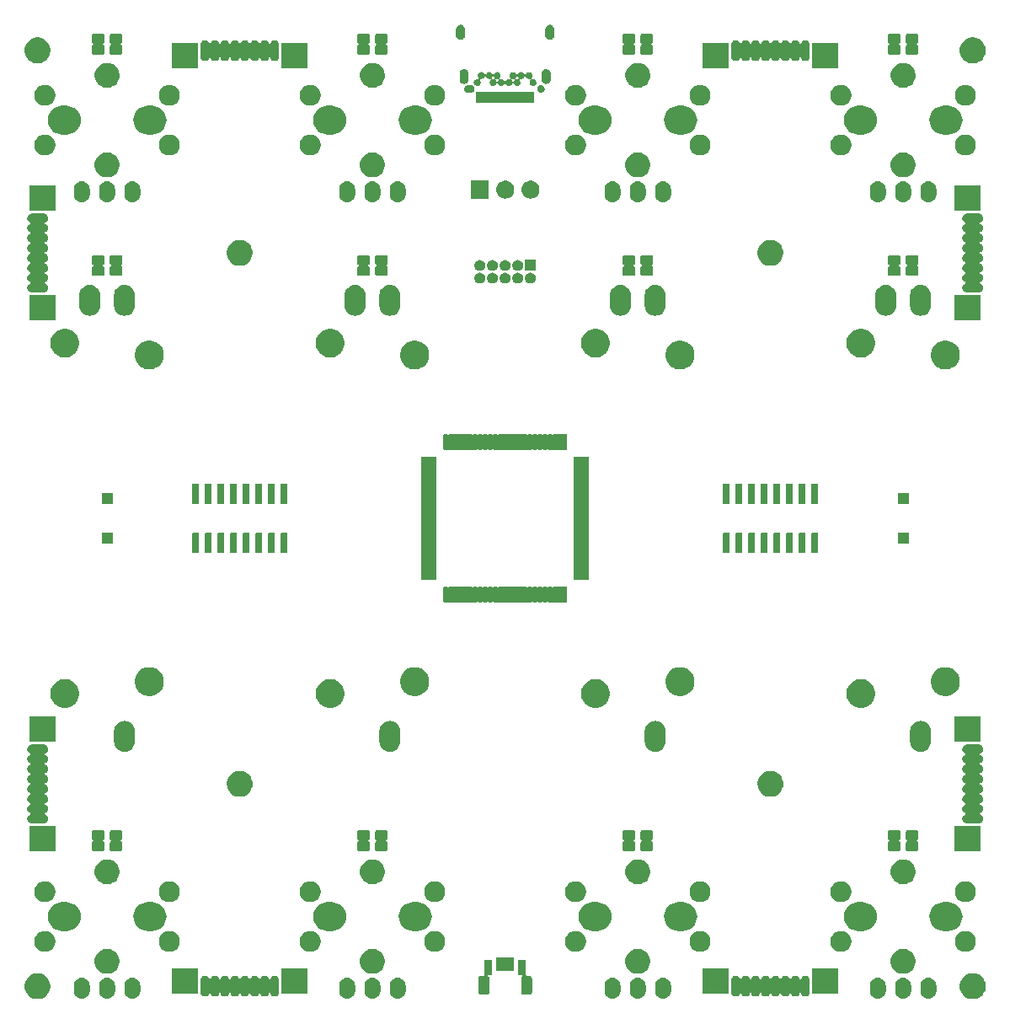
<source format=gbr>
G04 #@! TF.GenerationSoftware,KiCad,Pcbnew,(5.1.2)-2*
G04 #@! TF.CreationDate,2020-03-23T14:04:02+01:00*
G04 #@! TF.ProjectId,PBF4,50424634-2e6b-4696-9361-645f70636258,rev?*
G04 #@! TF.SameCoordinates,Original*
G04 #@! TF.FileFunction,Soldermask,Top*
G04 #@! TF.FilePolarity,Negative*
%FSLAX46Y46*%
G04 Gerber Fmt 4.6, Leading zero omitted, Abs format (unit mm)*
G04 Created by KiCad (PCBNEW (5.1.2)-2) date 2020-03-23 14:04:02*
%MOMM*%
%LPD*%
G04 APERTURE LIST*
%ADD10C,0.100000*%
G04 APERTURE END LIST*
D10*
G36*
X147379488Y-145748997D02*
G01*
X147616255Y-145847069D01*
X147616257Y-145847070D01*
X147829338Y-145989446D01*
X148010554Y-146170662D01*
X148098037Y-146301589D01*
X148152931Y-146383745D01*
X148251003Y-146620512D01*
X148301000Y-146871863D01*
X148301000Y-147128137D01*
X148251003Y-147379488D01*
X148154632Y-147612148D01*
X148152930Y-147616257D01*
X148010554Y-147829338D01*
X147829338Y-148010554D01*
X147616257Y-148152930D01*
X147616256Y-148152931D01*
X147616255Y-148152931D01*
X147379488Y-148251003D01*
X147128137Y-148301000D01*
X146871863Y-148301000D01*
X146620512Y-148251003D01*
X146383745Y-148152931D01*
X146383744Y-148152931D01*
X146383743Y-148152930D01*
X146170662Y-148010554D01*
X145989446Y-147829338D01*
X145847070Y-147616257D01*
X145845368Y-147612148D01*
X145748997Y-147379488D01*
X145699000Y-147128137D01*
X145699000Y-146871863D01*
X145748997Y-146620512D01*
X145847069Y-146383745D01*
X145901964Y-146301589D01*
X145989446Y-146170662D01*
X146170662Y-145989446D01*
X146383743Y-145847070D01*
X146383745Y-145847069D01*
X146620512Y-145748997D01*
X146871863Y-145699000D01*
X147128137Y-145699000D01*
X147379488Y-145748997D01*
X147379488Y-145748997D01*
G37*
G36*
X53379488Y-145748997D02*
G01*
X53616255Y-145847069D01*
X53616257Y-145847070D01*
X53829338Y-145989446D01*
X54010554Y-146170662D01*
X54098037Y-146301589D01*
X54152931Y-146383745D01*
X54251003Y-146620512D01*
X54301000Y-146871863D01*
X54301000Y-147128137D01*
X54251003Y-147379488D01*
X54154632Y-147612148D01*
X54152930Y-147616257D01*
X54010554Y-147829338D01*
X53829338Y-148010554D01*
X53616257Y-148152930D01*
X53616256Y-148152931D01*
X53616255Y-148152931D01*
X53379488Y-148251003D01*
X53128137Y-148301000D01*
X52871863Y-148301000D01*
X52620512Y-148251003D01*
X52383745Y-148152931D01*
X52383744Y-148152931D01*
X52383743Y-148152930D01*
X52170662Y-148010554D01*
X51989446Y-147829338D01*
X51847070Y-147616257D01*
X51845368Y-147612148D01*
X51748997Y-147379488D01*
X51699000Y-147128137D01*
X51699000Y-146871863D01*
X51748997Y-146620512D01*
X51847069Y-146383745D01*
X51901964Y-146301589D01*
X51989446Y-146170662D01*
X52170662Y-145989446D01*
X52383743Y-145847070D01*
X52383745Y-145847069D01*
X52620512Y-145748997D01*
X52871863Y-145699000D01*
X53128137Y-145699000D01*
X53379488Y-145748997D01*
X53379488Y-145748997D01*
G37*
G36*
X86822022Y-146165590D02*
G01*
X86973014Y-146211393D01*
X87112161Y-146285769D01*
X87112162Y-146285770D01*
X87112164Y-146285771D01*
X87234133Y-146385867D01*
X87334229Y-146507835D01*
X87334230Y-146507837D01*
X87334231Y-146507838D01*
X87408607Y-146646985D01*
X87408607Y-146646986D01*
X87408608Y-146646988D01*
X87454410Y-146797977D01*
X87466000Y-146915655D01*
X87466000Y-147494345D01*
X87454410Y-147612023D01*
X87416881Y-147735741D01*
X87408607Y-147763015D01*
X87334231Y-147902162D01*
X87334229Y-147902165D01*
X87234133Y-148024133D01*
X87112165Y-148124229D01*
X87112163Y-148124230D01*
X87112162Y-148124231D01*
X86973015Y-148198607D01*
X86822023Y-148244410D01*
X86665000Y-148259875D01*
X86507978Y-148244410D01*
X86356989Y-148198608D01*
X86356986Y-148198607D01*
X86217839Y-148124231D01*
X86217838Y-148124230D01*
X86217836Y-148124229D01*
X86095868Y-148024133D01*
X85995771Y-147902165D01*
X85931117Y-147781206D01*
X85921393Y-147763015D01*
X85913120Y-147735741D01*
X85875590Y-147612023D01*
X85864000Y-147494345D01*
X85864000Y-146915656D01*
X85875590Y-146797978D01*
X85921392Y-146646989D01*
X85921393Y-146646986D01*
X85995769Y-146507839D01*
X85995772Y-146507835D01*
X86095867Y-146385867D01*
X86217835Y-146285771D01*
X86217837Y-146285770D01*
X86217838Y-146285769D01*
X86356985Y-146211393D01*
X86507977Y-146165590D01*
X86665000Y-146150125D01*
X86822022Y-146165590D01*
X86822022Y-146165590D01*
G37*
G36*
X110952022Y-146165590D02*
G01*
X111103014Y-146211393D01*
X111242161Y-146285769D01*
X111242162Y-146285770D01*
X111242164Y-146285771D01*
X111364133Y-146385867D01*
X111464229Y-146507835D01*
X111464230Y-146507837D01*
X111464231Y-146507838D01*
X111538607Y-146646985D01*
X111538607Y-146646986D01*
X111538608Y-146646988D01*
X111584410Y-146797977D01*
X111596000Y-146915655D01*
X111596000Y-147494345D01*
X111584410Y-147612023D01*
X111546881Y-147735741D01*
X111538607Y-147763015D01*
X111464231Y-147902162D01*
X111464229Y-147902165D01*
X111364133Y-148024133D01*
X111242165Y-148124229D01*
X111242163Y-148124230D01*
X111242162Y-148124231D01*
X111103015Y-148198607D01*
X110952023Y-148244410D01*
X110795000Y-148259875D01*
X110637978Y-148244410D01*
X110486989Y-148198608D01*
X110486986Y-148198607D01*
X110347839Y-148124231D01*
X110347838Y-148124230D01*
X110347836Y-148124229D01*
X110225868Y-148024133D01*
X110125771Y-147902165D01*
X110061117Y-147781206D01*
X110051393Y-147763015D01*
X110043120Y-147735741D01*
X110005590Y-147612023D01*
X109994000Y-147494345D01*
X109994000Y-146915656D01*
X110005590Y-146797978D01*
X110051392Y-146646989D01*
X110051393Y-146646986D01*
X110125769Y-146507839D01*
X110125772Y-146507835D01*
X110225867Y-146385867D01*
X110347835Y-146285771D01*
X110347837Y-146285770D01*
X110347838Y-146285769D01*
X110486985Y-146211393D01*
X110637977Y-146165590D01*
X110795000Y-146150125D01*
X110952022Y-146165590D01*
X110952022Y-146165590D01*
G37*
G36*
X113492022Y-146165590D02*
G01*
X113643014Y-146211393D01*
X113782161Y-146285769D01*
X113782162Y-146285770D01*
X113782164Y-146285771D01*
X113904133Y-146385867D01*
X114004229Y-146507835D01*
X114004230Y-146507837D01*
X114004231Y-146507838D01*
X114078607Y-146646985D01*
X114078607Y-146646986D01*
X114078608Y-146646988D01*
X114124410Y-146797977D01*
X114136000Y-146915655D01*
X114136000Y-147494345D01*
X114124410Y-147612023D01*
X114086881Y-147735741D01*
X114078607Y-147763015D01*
X114004231Y-147902162D01*
X114004229Y-147902165D01*
X113904133Y-148024133D01*
X113782165Y-148124229D01*
X113782163Y-148124230D01*
X113782162Y-148124231D01*
X113643015Y-148198607D01*
X113492023Y-148244410D01*
X113335000Y-148259875D01*
X113177978Y-148244410D01*
X113026989Y-148198608D01*
X113026986Y-148198607D01*
X112887839Y-148124231D01*
X112887838Y-148124230D01*
X112887836Y-148124229D01*
X112765868Y-148024133D01*
X112665771Y-147902165D01*
X112601117Y-147781206D01*
X112591393Y-147763015D01*
X112583120Y-147735741D01*
X112545590Y-147612023D01*
X112534000Y-147494345D01*
X112534000Y-146915656D01*
X112545590Y-146797978D01*
X112591392Y-146646989D01*
X112591393Y-146646986D01*
X112665769Y-146507839D01*
X112665772Y-146507835D01*
X112765867Y-146385867D01*
X112887835Y-146285771D01*
X112887837Y-146285770D01*
X112887838Y-146285769D01*
X113026985Y-146211393D01*
X113177977Y-146165590D01*
X113335000Y-146150125D01*
X113492022Y-146165590D01*
X113492022Y-146165590D01*
G37*
G36*
X116032022Y-146165590D02*
G01*
X116183014Y-146211393D01*
X116322161Y-146285769D01*
X116322162Y-146285770D01*
X116322164Y-146285771D01*
X116444133Y-146385867D01*
X116544229Y-146507835D01*
X116544230Y-146507837D01*
X116544231Y-146507838D01*
X116618607Y-146646985D01*
X116618607Y-146646986D01*
X116618608Y-146646988D01*
X116664410Y-146797977D01*
X116676000Y-146915655D01*
X116676000Y-147494345D01*
X116664410Y-147612023D01*
X116626881Y-147735741D01*
X116618607Y-147763015D01*
X116544231Y-147902162D01*
X116544229Y-147902165D01*
X116444133Y-148024133D01*
X116322165Y-148124229D01*
X116322163Y-148124230D01*
X116322162Y-148124231D01*
X116183015Y-148198607D01*
X116032023Y-148244410D01*
X115875000Y-148259875D01*
X115717978Y-148244410D01*
X115566989Y-148198608D01*
X115566986Y-148198607D01*
X115427839Y-148124231D01*
X115427838Y-148124230D01*
X115427836Y-148124229D01*
X115305868Y-148024133D01*
X115205771Y-147902165D01*
X115141117Y-147781206D01*
X115131393Y-147763015D01*
X115123120Y-147735741D01*
X115085590Y-147612023D01*
X115074000Y-147494345D01*
X115074000Y-146915656D01*
X115085590Y-146797978D01*
X115131392Y-146646989D01*
X115131393Y-146646986D01*
X115205769Y-146507839D01*
X115205772Y-146507835D01*
X115305867Y-146385867D01*
X115427835Y-146285771D01*
X115427837Y-146285770D01*
X115427838Y-146285769D01*
X115566985Y-146211393D01*
X115717977Y-146165590D01*
X115875000Y-146150125D01*
X116032022Y-146165590D01*
X116032022Y-146165590D01*
G37*
G36*
X137622022Y-146165590D02*
G01*
X137773014Y-146211393D01*
X137912161Y-146285769D01*
X137912162Y-146285770D01*
X137912164Y-146285771D01*
X138034133Y-146385867D01*
X138134229Y-146507835D01*
X138134230Y-146507837D01*
X138134231Y-146507838D01*
X138208607Y-146646985D01*
X138208607Y-146646986D01*
X138208608Y-146646988D01*
X138254410Y-146797977D01*
X138266000Y-146915655D01*
X138266000Y-147494345D01*
X138254410Y-147612023D01*
X138216881Y-147735741D01*
X138208607Y-147763015D01*
X138134231Y-147902162D01*
X138134229Y-147902165D01*
X138034133Y-148024133D01*
X137912165Y-148124229D01*
X137912163Y-148124230D01*
X137912162Y-148124231D01*
X137773015Y-148198607D01*
X137622023Y-148244410D01*
X137465000Y-148259875D01*
X137307978Y-148244410D01*
X137156989Y-148198608D01*
X137156986Y-148198607D01*
X137017839Y-148124231D01*
X137017838Y-148124230D01*
X137017836Y-148124229D01*
X136895868Y-148024133D01*
X136795771Y-147902165D01*
X136731117Y-147781206D01*
X136721393Y-147763015D01*
X136713120Y-147735741D01*
X136675590Y-147612023D01*
X136664000Y-147494345D01*
X136664000Y-146915656D01*
X136675590Y-146797978D01*
X136721392Y-146646989D01*
X136721393Y-146646986D01*
X136795769Y-146507839D01*
X136795772Y-146507835D01*
X136895867Y-146385867D01*
X137017835Y-146285771D01*
X137017837Y-146285770D01*
X137017838Y-146285769D01*
X137156985Y-146211393D01*
X137307977Y-146165590D01*
X137465000Y-146150125D01*
X137622022Y-146165590D01*
X137622022Y-146165590D01*
G37*
G36*
X140162022Y-146165590D02*
G01*
X140313014Y-146211393D01*
X140452161Y-146285769D01*
X140452162Y-146285770D01*
X140452164Y-146285771D01*
X140574133Y-146385867D01*
X140674229Y-146507835D01*
X140674230Y-146507837D01*
X140674231Y-146507838D01*
X140748607Y-146646985D01*
X140748607Y-146646986D01*
X140748608Y-146646988D01*
X140794410Y-146797977D01*
X140806000Y-146915655D01*
X140806000Y-147494345D01*
X140794410Y-147612023D01*
X140756881Y-147735741D01*
X140748607Y-147763015D01*
X140674231Y-147902162D01*
X140674229Y-147902165D01*
X140574133Y-148024133D01*
X140452165Y-148124229D01*
X140452163Y-148124230D01*
X140452162Y-148124231D01*
X140313015Y-148198607D01*
X140162023Y-148244410D01*
X140005000Y-148259875D01*
X139847978Y-148244410D01*
X139696989Y-148198608D01*
X139696986Y-148198607D01*
X139557839Y-148124231D01*
X139557838Y-148124230D01*
X139557836Y-148124229D01*
X139435868Y-148024133D01*
X139335771Y-147902165D01*
X139271117Y-147781206D01*
X139261393Y-147763015D01*
X139253120Y-147735741D01*
X139215590Y-147612023D01*
X139204000Y-147494345D01*
X139204000Y-146915656D01*
X139215590Y-146797978D01*
X139261392Y-146646989D01*
X139261393Y-146646986D01*
X139335769Y-146507839D01*
X139335772Y-146507835D01*
X139435867Y-146385867D01*
X139557835Y-146285771D01*
X139557837Y-146285770D01*
X139557838Y-146285769D01*
X139696985Y-146211393D01*
X139847977Y-146165590D01*
X140005000Y-146150125D01*
X140162022Y-146165590D01*
X140162022Y-146165590D01*
G37*
G36*
X142702022Y-146165590D02*
G01*
X142853014Y-146211393D01*
X142992161Y-146285769D01*
X142992162Y-146285770D01*
X142992164Y-146285771D01*
X143114133Y-146385867D01*
X143214229Y-146507835D01*
X143214230Y-146507837D01*
X143214231Y-146507838D01*
X143288607Y-146646985D01*
X143288607Y-146646986D01*
X143288608Y-146646988D01*
X143334410Y-146797977D01*
X143346000Y-146915655D01*
X143346000Y-147494345D01*
X143334410Y-147612023D01*
X143296881Y-147735741D01*
X143288607Y-147763015D01*
X143214231Y-147902162D01*
X143214229Y-147902165D01*
X143114133Y-148024133D01*
X142992165Y-148124229D01*
X142992163Y-148124230D01*
X142992162Y-148124231D01*
X142853015Y-148198607D01*
X142702023Y-148244410D01*
X142545000Y-148259875D01*
X142387978Y-148244410D01*
X142236989Y-148198608D01*
X142236986Y-148198607D01*
X142097839Y-148124231D01*
X142097838Y-148124230D01*
X142097836Y-148124229D01*
X141975868Y-148024133D01*
X141875771Y-147902165D01*
X141811117Y-147781206D01*
X141801393Y-147763015D01*
X141793120Y-147735741D01*
X141755590Y-147612023D01*
X141744000Y-147494345D01*
X141744000Y-146915656D01*
X141755590Y-146797978D01*
X141801392Y-146646989D01*
X141801393Y-146646986D01*
X141875769Y-146507839D01*
X141875772Y-146507835D01*
X141975867Y-146385867D01*
X142097835Y-146285771D01*
X142097837Y-146285770D01*
X142097838Y-146285769D01*
X142236985Y-146211393D01*
X142387977Y-146165590D01*
X142545000Y-146150125D01*
X142702022Y-146165590D01*
X142702022Y-146165590D01*
G37*
G36*
X62692022Y-146165590D02*
G01*
X62843014Y-146211393D01*
X62982161Y-146285769D01*
X62982162Y-146285770D01*
X62982164Y-146285771D01*
X63104133Y-146385867D01*
X63204229Y-146507835D01*
X63204230Y-146507837D01*
X63204231Y-146507838D01*
X63278607Y-146646985D01*
X63278607Y-146646986D01*
X63278608Y-146646988D01*
X63324410Y-146797977D01*
X63336000Y-146915655D01*
X63336000Y-147494345D01*
X63324410Y-147612023D01*
X63286881Y-147735741D01*
X63278607Y-147763015D01*
X63204231Y-147902162D01*
X63204229Y-147902165D01*
X63104133Y-148024133D01*
X62982165Y-148124229D01*
X62982163Y-148124230D01*
X62982162Y-148124231D01*
X62843015Y-148198607D01*
X62843012Y-148198608D01*
X62692023Y-148244410D01*
X62535000Y-148259875D01*
X62377978Y-148244410D01*
X62226986Y-148198607D01*
X62087839Y-148124231D01*
X62087838Y-148124230D01*
X62087836Y-148124229D01*
X61965868Y-148024133D01*
X61865771Y-147902165D01*
X61801117Y-147781206D01*
X61791393Y-147763015D01*
X61783120Y-147735741D01*
X61745590Y-147612023D01*
X61734000Y-147494345D01*
X61734000Y-146915656D01*
X61745590Y-146797978D01*
X61791392Y-146646989D01*
X61791393Y-146646986D01*
X61865769Y-146507839D01*
X61865772Y-146507835D01*
X61965867Y-146385867D01*
X62087835Y-146285771D01*
X62087837Y-146285770D01*
X62087838Y-146285769D01*
X62226985Y-146211393D01*
X62377977Y-146165590D01*
X62535000Y-146150125D01*
X62692022Y-146165590D01*
X62692022Y-146165590D01*
G37*
G36*
X57612022Y-146165590D02*
G01*
X57763014Y-146211393D01*
X57902161Y-146285769D01*
X57902162Y-146285770D01*
X57902164Y-146285771D01*
X58024133Y-146385867D01*
X58124229Y-146507835D01*
X58124230Y-146507837D01*
X58124231Y-146507838D01*
X58198607Y-146646985D01*
X58198607Y-146646986D01*
X58198608Y-146646988D01*
X58244410Y-146797977D01*
X58256000Y-146915655D01*
X58256000Y-147494345D01*
X58244410Y-147612023D01*
X58206881Y-147735741D01*
X58198607Y-147763015D01*
X58124231Y-147902162D01*
X58124229Y-147902165D01*
X58024133Y-148024133D01*
X57902165Y-148124229D01*
X57902163Y-148124230D01*
X57902162Y-148124231D01*
X57763015Y-148198607D01*
X57763012Y-148198608D01*
X57612023Y-148244410D01*
X57455000Y-148259875D01*
X57297978Y-148244410D01*
X57146986Y-148198607D01*
X57007839Y-148124231D01*
X57007838Y-148124230D01*
X57007836Y-148124229D01*
X56885868Y-148024133D01*
X56785771Y-147902165D01*
X56721117Y-147781206D01*
X56711393Y-147763015D01*
X56703120Y-147735741D01*
X56665590Y-147612023D01*
X56654000Y-147494345D01*
X56654000Y-146915656D01*
X56665590Y-146797978D01*
X56711392Y-146646989D01*
X56711393Y-146646986D01*
X56785769Y-146507839D01*
X56785772Y-146507835D01*
X56885867Y-146385867D01*
X57007835Y-146285771D01*
X57007837Y-146285770D01*
X57007838Y-146285769D01*
X57146985Y-146211393D01*
X57297977Y-146165590D01*
X57455000Y-146150125D01*
X57612022Y-146165590D01*
X57612022Y-146165590D01*
G37*
G36*
X60152022Y-146165590D02*
G01*
X60303014Y-146211393D01*
X60442161Y-146285769D01*
X60442162Y-146285770D01*
X60442164Y-146285771D01*
X60564133Y-146385867D01*
X60664229Y-146507835D01*
X60664230Y-146507837D01*
X60664231Y-146507838D01*
X60738607Y-146646985D01*
X60738607Y-146646986D01*
X60738608Y-146646988D01*
X60784410Y-146797977D01*
X60796000Y-146915655D01*
X60796000Y-147494345D01*
X60784410Y-147612023D01*
X60746881Y-147735741D01*
X60738607Y-147763015D01*
X60664231Y-147902162D01*
X60664229Y-147902165D01*
X60564133Y-148024133D01*
X60442165Y-148124229D01*
X60442163Y-148124230D01*
X60442162Y-148124231D01*
X60303015Y-148198607D01*
X60303012Y-148198608D01*
X60152023Y-148244410D01*
X59995000Y-148259875D01*
X59837978Y-148244410D01*
X59686986Y-148198607D01*
X59547839Y-148124231D01*
X59547838Y-148124230D01*
X59547836Y-148124229D01*
X59425868Y-148024133D01*
X59325771Y-147902165D01*
X59261117Y-147781206D01*
X59251393Y-147763015D01*
X59243120Y-147735741D01*
X59205590Y-147612023D01*
X59194000Y-147494345D01*
X59194000Y-146915656D01*
X59205590Y-146797978D01*
X59251392Y-146646989D01*
X59251393Y-146646986D01*
X59325769Y-146507839D01*
X59325772Y-146507835D01*
X59425867Y-146385867D01*
X59547835Y-146285771D01*
X59547837Y-146285770D01*
X59547838Y-146285769D01*
X59686985Y-146211393D01*
X59837977Y-146165590D01*
X59995000Y-146150125D01*
X60152022Y-146165590D01*
X60152022Y-146165590D01*
G37*
G36*
X89362022Y-146165590D02*
G01*
X89513014Y-146211393D01*
X89652161Y-146285769D01*
X89652162Y-146285770D01*
X89652164Y-146285771D01*
X89774133Y-146385867D01*
X89874229Y-146507835D01*
X89874230Y-146507837D01*
X89874231Y-146507838D01*
X89948607Y-146646985D01*
X89948607Y-146646986D01*
X89948608Y-146646988D01*
X89994410Y-146797977D01*
X90006000Y-146915655D01*
X90006000Y-147494345D01*
X89994410Y-147612023D01*
X89956881Y-147735741D01*
X89948607Y-147763015D01*
X89874231Y-147902162D01*
X89874229Y-147902165D01*
X89774133Y-148024133D01*
X89652165Y-148124229D01*
X89652163Y-148124230D01*
X89652162Y-148124231D01*
X89513015Y-148198607D01*
X89362023Y-148244410D01*
X89205000Y-148259875D01*
X89047978Y-148244410D01*
X88896989Y-148198608D01*
X88896986Y-148198607D01*
X88757839Y-148124231D01*
X88757838Y-148124230D01*
X88757836Y-148124229D01*
X88635868Y-148024133D01*
X88535771Y-147902165D01*
X88471117Y-147781206D01*
X88461393Y-147763015D01*
X88453120Y-147735741D01*
X88415590Y-147612023D01*
X88404000Y-147494345D01*
X88404000Y-146915656D01*
X88415590Y-146797978D01*
X88461392Y-146646989D01*
X88461393Y-146646986D01*
X88535769Y-146507839D01*
X88535772Y-146507835D01*
X88635867Y-146385867D01*
X88757835Y-146285771D01*
X88757837Y-146285770D01*
X88757838Y-146285769D01*
X88896985Y-146211393D01*
X89047977Y-146165590D01*
X89205000Y-146150125D01*
X89362022Y-146165590D01*
X89362022Y-146165590D01*
G37*
G36*
X84282022Y-146165590D02*
G01*
X84433014Y-146211393D01*
X84572161Y-146285769D01*
X84572162Y-146285770D01*
X84572164Y-146285771D01*
X84694133Y-146385867D01*
X84794229Y-146507835D01*
X84794230Y-146507837D01*
X84794231Y-146507838D01*
X84868607Y-146646985D01*
X84868607Y-146646986D01*
X84868608Y-146646988D01*
X84914410Y-146797977D01*
X84926000Y-146915655D01*
X84926000Y-147494345D01*
X84914410Y-147612023D01*
X84876881Y-147735741D01*
X84868607Y-147763015D01*
X84794231Y-147902162D01*
X84794229Y-147902165D01*
X84694133Y-148024133D01*
X84572165Y-148124229D01*
X84572163Y-148124230D01*
X84572162Y-148124231D01*
X84433015Y-148198607D01*
X84433012Y-148198608D01*
X84282023Y-148244410D01*
X84125000Y-148259875D01*
X83967978Y-148244410D01*
X83816986Y-148198607D01*
X83677839Y-148124231D01*
X83677838Y-148124230D01*
X83677836Y-148124229D01*
X83555868Y-148024133D01*
X83455771Y-147902165D01*
X83391117Y-147781206D01*
X83381393Y-147763015D01*
X83373120Y-147735741D01*
X83335590Y-147612023D01*
X83324000Y-147494345D01*
X83324000Y-146915656D01*
X83335590Y-146797978D01*
X83381392Y-146646989D01*
X83381393Y-146646986D01*
X83455769Y-146507839D01*
X83455772Y-146507835D01*
X83555867Y-146385867D01*
X83677835Y-146285771D01*
X83677837Y-146285770D01*
X83677838Y-146285769D01*
X83816985Y-146211393D01*
X83967977Y-146165590D01*
X84125000Y-146150125D01*
X84282022Y-146165590D01*
X84282022Y-146165590D01*
G37*
G36*
X76918411Y-145945526D02*
G01*
X77003425Y-145971314D01*
X77081774Y-146013193D01*
X77150448Y-146069552D01*
X77206807Y-146138226D01*
X77248686Y-146216575D01*
X77274474Y-146301589D01*
X77281000Y-146367846D01*
X77281000Y-147612154D01*
X77274474Y-147678411D01*
X77248686Y-147763425D01*
X77206807Y-147841774D01*
X77150448Y-147910448D01*
X77081773Y-147966807D01*
X77003424Y-148008686D01*
X76918410Y-148034474D01*
X76830000Y-148043182D01*
X76741589Y-148034474D01*
X76656575Y-148008686D01*
X76578226Y-147966807D01*
X76509552Y-147910448D01*
X76453193Y-147841773D01*
X76411314Y-147763424D01*
X76402913Y-147735729D01*
X76397201Y-147721941D01*
X76388902Y-147709521D01*
X76378340Y-147698958D01*
X76365920Y-147690659D01*
X76352119Y-147684943D01*
X76337469Y-147682029D01*
X76322531Y-147682029D01*
X76307880Y-147684943D01*
X76294080Y-147690660D01*
X76281660Y-147698959D01*
X76271097Y-147709521D01*
X76262798Y-147721941D01*
X76257087Y-147735730D01*
X76248686Y-147763425D01*
X76206807Y-147841774D01*
X76150448Y-147910448D01*
X76081773Y-147966807D01*
X76003424Y-148008686D01*
X75918410Y-148034474D01*
X75830000Y-148043182D01*
X75741589Y-148034474D01*
X75656575Y-148008686D01*
X75578226Y-147966807D01*
X75509552Y-147910448D01*
X75453193Y-147841773D01*
X75411314Y-147763424D01*
X75402913Y-147735729D01*
X75397201Y-147721941D01*
X75388902Y-147709521D01*
X75378340Y-147698958D01*
X75365920Y-147690659D01*
X75352119Y-147684943D01*
X75337469Y-147682029D01*
X75322531Y-147682029D01*
X75307880Y-147684943D01*
X75294080Y-147690660D01*
X75281660Y-147698959D01*
X75271097Y-147709521D01*
X75262798Y-147721941D01*
X75257087Y-147735730D01*
X75248686Y-147763425D01*
X75206807Y-147841774D01*
X75150448Y-147910448D01*
X75081773Y-147966807D01*
X75003424Y-148008686D01*
X74918410Y-148034474D01*
X74830000Y-148043182D01*
X74741589Y-148034474D01*
X74656575Y-148008686D01*
X74578226Y-147966807D01*
X74509552Y-147910448D01*
X74453193Y-147841773D01*
X74411314Y-147763424D01*
X74402913Y-147735729D01*
X74397201Y-147721941D01*
X74388902Y-147709521D01*
X74378340Y-147698958D01*
X74365920Y-147690659D01*
X74352119Y-147684943D01*
X74337469Y-147682029D01*
X74322531Y-147682029D01*
X74307880Y-147684943D01*
X74294080Y-147690660D01*
X74281660Y-147698959D01*
X74271097Y-147709521D01*
X74262798Y-147721941D01*
X74257087Y-147735730D01*
X74248686Y-147763425D01*
X74206807Y-147841774D01*
X74150448Y-147910448D01*
X74081773Y-147966807D01*
X74003424Y-148008686D01*
X73918410Y-148034474D01*
X73830000Y-148043182D01*
X73741589Y-148034474D01*
X73656575Y-148008686D01*
X73578226Y-147966807D01*
X73509552Y-147910448D01*
X73453193Y-147841773D01*
X73411314Y-147763424D01*
X73402913Y-147735729D01*
X73397201Y-147721941D01*
X73388902Y-147709521D01*
X73378340Y-147698958D01*
X73365920Y-147690659D01*
X73352119Y-147684943D01*
X73337469Y-147682029D01*
X73322531Y-147682029D01*
X73307880Y-147684943D01*
X73294080Y-147690660D01*
X73281660Y-147698959D01*
X73271097Y-147709521D01*
X73262798Y-147721941D01*
X73257087Y-147735730D01*
X73248686Y-147763425D01*
X73206807Y-147841774D01*
X73150448Y-147910448D01*
X73081773Y-147966807D01*
X73003424Y-148008686D01*
X72918410Y-148034474D01*
X72830000Y-148043182D01*
X72741589Y-148034474D01*
X72656575Y-148008686D01*
X72578226Y-147966807D01*
X72509552Y-147910448D01*
X72453193Y-147841773D01*
X72411314Y-147763424D01*
X72402913Y-147735729D01*
X72397201Y-147721941D01*
X72388902Y-147709521D01*
X72378340Y-147698958D01*
X72365920Y-147690659D01*
X72352119Y-147684943D01*
X72337469Y-147682029D01*
X72322531Y-147682029D01*
X72307880Y-147684943D01*
X72294080Y-147690660D01*
X72281660Y-147698959D01*
X72271097Y-147709521D01*
X72262798Y-147721941D01*
X72257087Y-147735730D01*
X72248686Y-147763425D01*
X72206807Y-147841774D01*
X72150448Y-147910448D01*
X72081773Y-147966807D01*
X72003424Y-148008686D01*
X71918410Y-148034474D01*
X71830000Y-148043182D01*
X71741589Y-148034474D01*
X71656575Y-148008686D01*
X71578226Y-147966807D01*
X71509552Y-147910448D01*
X71453193Y-147841773D01*
X71411314Y-147763424D01*
X71402913Y-147735729D01*
X71397201Y-147721941D01*
X71388902Y-147709521D01*
X71378340Y-147698958D01*
X71365920Y-147690659D01*
X71352119Y-147684943D01*
X71337469Y-147682029D01*
X71322531Y-147682029D01*
X71307880Y-147684943D01*
X71294080Y-147690660D01*
X71281660Y-147698959D01*
X71271097Y-147709521D01*
X71262798Y-147721941D01*
X71257087Y-147735730D01*
X71248686Y-147763425D01*
X71206807Y-147841774D01*
X71150448Y-147910448D01*
X71081773Y-147966807D01*
X71003424Y-148008686D01*
X70918410Y-148034474D01*
X70830000Y-148043182D01*
X70741589Y-148034474D01*
X70656575Y-148008686D01*
X70578226Y-147966807D01*
X70509552Y-147910448D01*
X70453193Y-147841773D01*
X70411314Y-147763424D01*
X70402913Y-147735729D01*
X70397201Y-147721941D01*
X70388902Y-147709521D01*
X70378340Y-147698958D01*
X70365920Y-147690659D01*
X70352119Y-147684943D01*
X70337469Y-147682029D01*
X70322531Y-147682029D01*
X70307880Y-147684943D01*
X70294080Y-147690660D01*
X70281660Y-147698959D01*
X70271097Y-147709521D01*
X70262798Y-147721941D01*
X70257087Y-147735730D01*
X70248686Y-147763425D01*
X70206807Y-147841774D01*
X70150448Y-147910448D01*
X70081773Y-147966807D01*
X70003424Y-148008686D01*
X69918410Y-148034474D01*
X69830000Y-148043182D01*
X69741589Y-148034474D01*
X69656575Y-148008686D01*
X69578226Y-147966807D01*
X69509552Y-147910448D01*
X69453193Y-147841773D01*
X69411314Y-147763424D01*
X69385526Y-147678410D01*
X69379000Y-147612153D01*
X69379001Y-146367846D01*
X69385527Y-146301589D01*
X69411315Y-146216575D01*
X69453194Y-146138226D01*
X69509553Y-146069552D01*
X69578227Y-146013193D01*
X69656576Y-145971314D01*
X69741590Y-145945526D01*
X69830000Y-145936818D01*
X69918411Y-145945526D01*
X70003425Y-145971314D01*
X70081774Y-146013193D01*
X70150448Y-146069552D01*
X70206807Y-146138226D01*
X70248686Y-146216575D01*
X70257087Y-146244270D01*
X70262798Y-146258059D01*
X70271097Y-146270479D01*
X70281659Y-146281042D01*
X70294079Y-146289341D01*
X70307880Y-146295058D01*
X70322530Y-146297972D01*
X70337468Y-146297972D01*
X70352118Y-146295058D01*
X70365919Y-146289342D01*
X70378339Y-146281043D01*
X70388902Y-146270481D01*
X70397201Y-146258061D01*
X70402915Y-146244268D01*
X70411315Y-146216575D01*
X70453194Y-146138226D01*
X70509553Y-146069552D01*
X70578227Y-146013193D01*
X70656576Y-145971314D01*
X70741590Y-145945526D01*
X70830000Y-145936818D01*
X70918411Y-145945526D01*
X71003425Y-145971314D01*
X71081774Y-146013193D01*
X71150448Y-146069552D01*
X71206807Y-146138226D01*
X71248686Y-146216575D01*
X71257087Y-146244270D01*
X71262798Y-146258059D01*
X71271097Y-146270479D01*
X71281659Y-146281042D01*
X71294079Y-146289341D01*
X71307880Y-146295058D01*
X71322530Y-146297972D01*
X71337468Y-146297972D01*
X71352118Y-146295058D01*
X71365919Y-146289342D01*
X71378339Y-146281043D01*
X71388902Y-146270481D01*
X71397201Y-146258061D01*
X71402915Y-146244268D01*
X71411315Y-146216575D01*
X71453194Y-146138226D01*
X71509553Y-146069552D01*
X71578227Y-146013193D01*
X71656576Y-145971314D01*
X71741590Y-145945526D01*
X71830000Y-145936818D01*
X71918411Y-145945526D01*
X72003425Y-145971314D01*
X72081774Y-146013193D01*
X72150448Y-146069552D01*
X72206807Y-146138226D01*
X72248686Y-146216575D01*
X72257087Y-146244270D01*
X72262798Y-146258059D01*
X72271097Y-146270479D01*
X72281659Y-146281042D01*
X72294079Y-146289341D01*
X72307880Y-146295058D01*
X72322530Y-146297972D01*
X72337468Y-146297972D01*
X72352118Y-146295058D01*
X72365919Y-146289342D01*
X72378339Y-146281043D01*
X72388902Y-146270481D01*
X72397201Y-146258061D01*
X72402915Y-146244268D01*
X72411315Y-146216575D01*
X72453194Y-146138226D01*
X72509553Y-146069552D01*
X72578227Y-146013193D01*
X72656576Y-145971314D01*
X72741590Y-145945526D01*
X72830000Y-145936818D01*
X72918411Y-145945526D01*
X73003425Y-145971314D01*
X73081774Y-146013193D01*
X73150448Y-146069552D01*
X73206807Y-146138226D01*
X73248686Y-146216575D01*
X73257087Y-146244270D01*
X73262798Y-146258059D01*
X73271097Y-146270479D01*
X73281659Y-146281042D01*
X73294079Y-146289341D01*
X73307880Y-146295058D01*
X73322530Y-146297972D01*
X73337468Y-146297972D01*
X73352118Y-146295058D01*
X73365919Y-146289342D01*
X73378339Y-146281043D01*
X73388902Y-146270481D01*
X73397201Y-146258061D01*
X73402915Y-146244268D01*
X73411315Y-146216575D01*
X73453194Y-146138226D01*
X73509553Y-146069552D01*
X73578227Y-146013193D01*
X73656576Y-145971314D01*
X73741590Y-145945526D01*
X73830000Y-145936818D01*
X73918411Y-145945526D01*
X74003425Y-145971314D01*
X74081774Y-146013193D01*
X74150448Y-146069552D01*
X74206807Y-146138226D01*
X74248686Y-146216575D01*
X74257087Y-146244270D01*
X74262798Y-146258059D01*
X74271097Y-146270479D01*
X74281659Y-146281042D01*
X74294079Y-146289341D01*
X74307880Y-146295058D01*
X74322530Y-146297972D01*
X74337468Y-146297972D01*
X74352118Y-146295058D01*
X74365919Y-146289342D01*
X74378339Y-146281043D01*
X74388902Y-146270481D01*
X74397201Y-146258061D01*
X74402915Y-146244268D01*
X74411315Y-146216575D01*
X74453194Y-146138226D01*
X74509553Y-146069552D01*
X74578227Y-146013193D01*
X74656576Y-145971314D01*
X74741590Y-145945526D01*
X74830000Y-145936818D01*
X74918411Y-145945526D01*
X75003425Y-145971314D01*
X75081774Y-146013193D01*
X75150448Y-146069552D01*
X75206807Y-146138226D01*
X75248686Y-146216575D01*
X75257087Y-146244270D01*
X75262798Y-146258059D01*
X75271097Y-146270479D01*
X75281659Y-146281042D01*
X75294079Y-146289341D01*
X75307880Y-146295058D01*
X75322530Y-146297972D01*
X75337468Y-146297972D01*
X75352118Y-146295058D01*
X75365919Y-146289342D01*
X75378339Y-146281043D01*
X75388902Y-146270481D01*
X75397201Y-146258061D01*
X75402915Y-146244268D01*
X75411315Y-146216575D01*
X75453194Y-146138226D01*
X75509553Y-146069552D01*
X75578227Y-146013193D01*
X75656576Y-145971314D01*
X75741590Y-145945526D01*
X75830000Y-145936818D01*
X75918411Y-145945526D01*
X76003425Y-145971314D01*
X76081774Y-146013193D01*
X76150448Y-146069552D01*
X76206807Y-146138226D01*
X76248686Y-146216575D01*
X76257087Y-146244270D01*
X76262798Y-146258059D01*
X76271097Y-146270479D01*
X76281659Y-146281042D01*
X76294079Y-146289341D01*
X76307880Y-146295058D01*
X76322530Y-146297972D01*
X76337468Y-146297972D01*
X76352118Y-146295058D01*
X76365919Y-146289342D01*
X76378339Y-146281043D01*
X76388902Y-146270481D01*
X76397201Y-146258061D01*
X76402915Y-146244268D01*
X76411315Y-146216575D01*
X76453194Y-146138226D01*
X76509553Y-146069552D01*
X76578227Y-146013193D01*
X76656576Y-145971314D01*
X76741590Y-145945526D01*
X76830000Y-145936818D01*
X76918411Y-145945526D01*
X76918411Y-145945526D01*
G37*
G36*
X130258411Y-145945526D02*
G01*
X130343425Y-145971314D01*
X130421774Y-146013193D01*
X130490448Y-146069552D01*
X130546807Y-146138226D01*
X130588686Y-146216575D01*
X130614474Y-146301589D01*
X130621000Y-146367846D01*
X130621000Y-147612154D01*
X130614474Y-147678411D01*
X130588686Y-147763425D01*
X130546807Y-147841774D01*
X130490448Y-147910448D01*
X130421773Y-147966807D01*
X130343424Y-148008686D01*
X130258410Y-148034474D01*
X130170000Y-148043182D01*
X130081589Y-148034474D01*
X129996575Y-148008686D01*
X129918226Y-147966807D01*
X129849552Y-147910448D01*
X129793193Y-147841773D01*
X129751314Y-147763424D01*
X129742913Y-147735729D01*
X129737201Y-147721941D01*
X129728902Y-147709521D01*
X129718340Y-147698958D01*
X129705920Y-147690659D01*
X129692119Y-147684943D01*
X129677469Y-147682029D01*
X129662531Y-147682029D01*
X129647880Y-147684943D01*
X129634080Y-147690660D01*
X129621660Y-147698959D01*
X129611097Y-147709521D01*
X129602798Y-147721941D01*
X129597087Y-147735730D01*
X129588686Y-147763425D01*
X129546807Y-147841774D01*
X129490448Y-147910448D01*
X129421773Y-147966807D01*
X129343424Y-148008686D01*
X129258410Y-148034474D01*
X129170000Y-148043182D01*
X129081589Y-148034474D01*
X128996575Y-148008686D01*
X128918226Y-147966807D01*
X128849552Y-147910448D01*
X128793193Y-147841773D01*
X128751314Y-147763424D01*
X128742913Y-147735729D01*
X128737201Y-147721941D01*
X128728902Y-147709521D01*
X128718340Y-147698958D01*
X128705920Y-147690659D01*
X128692119Y-147684943D01*
X128677469Y-147682029D01*
X128662531Y-147682029D01*
X128647880Y-147684943D01*
X128634080Y-147690660D01*
X128621660Y-147698959D01*
X128611097Y-147709521D01*
X128602798Y-147721941D01*
X128597087Y-147735730D01*
X128588686Y-147763425D01*
X128546807Y-147841774D01*
X128490448Y-147910448D01*
X128421773Y-147966807D01*
X128343424Y-148008686D01*
X128258410Y-148034474D01*
X128170000Y-148043182D01*
X128081589Y-148034474D01*
X127996575Y-148008686D01*
X127918226Y-147966807D01*
X127849552Y-147910448D01*
X127793193Y-147841773D01*
X127751314Y-147763424D01*
X127742913Y-147735729D01*
X127737201Y-147721941D01*
X127728902Y-147709521D01*
X127718340Y-147698958D01*
X127705920Y-147690659D01*
X127692119Y-147684943D01*
X127677469Y-147682029D01*
X127662531Y-147682029D01*
X127647880Y-147684943D01*
X127634080Y-147690660D01*
X127621660Y-147698959D01*
X127611097Y-147709521D01*
X127602798Y-147721941D01*
X127597087Y-147735730D01*
X127588686Y-147763425D01*
X127546807Y-147841774D01*
X127490448Y-147910448D01*
X127421773Y-147966807D01*
X127343424Y-148008686D01*
X127258410Y-148034474D01*
X127170000Y-148043182D01*
X127081589Y-148034474D01*
X126996575Y-148008686D01*
X126918226Y-147966807D01*
X126849552Y-147910448D01*
X126793193Y-147841773D01*
X126751314Y-147763424D01*
X126742913Y-147735729D01*
X126737201Y-147721941D01*
X126728902Y-147709521D01*
X126718340Y-147698958D01*
X126705920Y-147690659D01*
X126692119Y-147684943D01*
X126677469Y-147682029D01*
X126662531Y-147682029D01*
X126647880Y-147684943D01*
X126634080Y-147690660D01*
X126621660Y-147698959D01*
X126611097Y-147709521D01*
X126602798Y-147721941D01*
X126597087Y-147735730D01*
X126588686Y-147763425D01*
X126546807Y-147841774D01*
X126490448Y-147910448D01*
X126421773Y-147966807D01*
X126343424Y-148008686D01*
X126258410Y-148034474D01*
X126170000Y-148043182D01*
X126081589Y-148034474D01*
X125996575Y-148008686D01*
X125918226Y-147966807D01*
X125849552Y-147910448D01*
X125793193Y-147841773D01*
X125751314Y-147763424D01*
X125742913Y-147735729D01*
X125737201Y-147721941D01*
X125728902Y-147709521D01*
X125718340Y-147698958D01*
X125705920Y-147690659D01*
X125692119Y-147684943D01*
X125677469Y-147682029D01*
X125662531Y-147682029D01*
X125647880Y-147684943D01*
X125634080Y-147690660D01*
X125621660Y-147698959D01*
X125611097Y-147709521D01*
X125602798Y-147721941D01*
X125597087Y-147735730D01*
X125588686Y-147763425D01*
X125546807Y-147841774D01*
X125490448Y-147910448D01*
X125421773Y-147966807D01*
X125343424Y-148008686D01*
X125258410Y-148034474D01*
X125170000Y-148043182D01*
X125081589Y-148034474D01*
X124996575Y-148008686D01*
X124918226Y-147966807D01*
X124849552Y-147910448D01*
X124793193Y-147841773D01*
X124751314Y-147763424D01*
X124742913Y-147735729D01*
X124737201Y-147721941D01*
X124728902Y-147709521D01*
X124718340Y-147698958D01*
X124705920Y-147690659D01*
X124692119Y-147684943D01*
X124677469Y-147682029D01*
X124662531Y-147682029D01*
X124647880Y-147684943D01*
X124634080Y-147690660D01*
X124621660Y-147698959D01*
X124611097Y-147709521D01*
X124602798Y-147721941D01*
X124597087Y-147735730D01*
X124588686Y-147763425D01*
X124546807Y-147841774D01*
X124490448Y-147910448D01*
X124421773Y-147966807D01*
X124343424Y-148008686D01*
X124258410Y-148034474D01*
X124170000Y-148043182D01*
X124081589Y-148034474D01*
X123996575Y-148008686D01*
X123918226Y-147966807D01*
X123849552Y-147910448D01*
X123793193Y-147841773D01*
X123751314Y-147763424D01*
X123742913Y-147735729D01*
X123737201Y-147721941D01*
X123728902Y-147709521D01*
X123718340Y-147698958D01*
X123705920Y-147690659D01*
X123692119Y-147684943D01*
X123677469Y-147682029D01*
X123662531Y-147682029D01*
X123647880Y-147684943D01*
X123634080Y-147690660D01*
X123621660Y-147698959D01*
X123611097Y-147709521D01*
X123602798Y-147721941D01*
X123597087Y-147735730D01*
X123588686Y-147763425D01*
X123546807Y-147841774D01*
X123490448Y-147910448D01*
X123421773Y-147966807D01*
X123343424Y-148008686D01*
X123258410Y-148034474D01*
X123170000Y-148043182D01*
X123081589Y-148034474D01*
X122996575Y-148008686D01*
X122918226Y-147966807D01*
X122849552Y-147910448D01*
X122793193Y-147841773D01*
X122751314Y-147763424D01*
X122725526Y-147678410D01*
X122719000Y-147612153D01*
X122719001Y-146367846D01*
X122725527Y-146301589D01*
X122751315Y-146216575D01*
X122793194Y-146138226D01*
X122849553Y-146069552D01*
X122918227Y-146013193D01*
X122996576Y-145971314D01*
X123081590Y-145945526D01*
X123170000Y-145936818D01*
X123258411Y-145945526D01*
X123343425Y-145971314D01*
X123421774Y-146013193D01*
X123490448Y-146069552D01*
X123546807Y-146138226D01*
X123588686Y-146216575D01*
X123597086Y-146244268D01*
X123602800Y-146258061D01*
X123611099Y-146270481D01*
X123621662Y-146281043D01*
X123634082Y-146289342D01*
X123647883Y-146295058D01*
X123662533Y-146297972D01*
X123677471Y-146297972D01*
X123692121Y-146295058D01*
X123705922Y-146289341D01*
X123718342Y-146281042D01*
X123728904Y-146270479D01*
X123737203Y-146258059D01*
X123742914Y-146244270D01*
X123751315Y-146216575D01*
X123793194Y-146138226D01*
X123849553Y-146069552D01*
X123918227Y-146013193D01*
X123996576Y-145971314D01*
X124081590Y-145945526D01*
X124170000Y-145936818D01*
X124258411Y-145945526D01*
X124343425Y-145971314D01*
X124421774Y-146013193D01*
X124490448Y-146069552D01*
X124546807Y-146138226D01*
X124588686Y-146216575D01*
X124597086Y-146244268D01*
X124602800Y-146258061D01*
X124611099Y-146270481D01*
X124621662Y-146281043D01*
X124634082Y-146289342D01*
X124647883Y-146295058D01*
X124662533Y-146297972D01*
X124677471Y-146297972D01*
X124692121Y-146295058D01*
X124705922Y-146289341D01*
X124718342Y-146281042D01*
X124728904Y-146270479D01*
X124737203Y-146258059D01*
X124742914Y-146244270D01*
X124751315Y-146216575D01*
X124793194Y-146138226D01*
X124849553Y-146069552D01*
X124918227Y-146013193D01*
X124996576Y-145971314D01*
X125081590Y-145945526D01*
X125170000Y-145936818D01*
X125258411Y-145945526D01*
X125343425Y-145971314D01*
X125421774Y-146013193D01*
X125490448Y-146069552D01*
X125546807Y-146138226D01*
X125588686Y-146216575D01*
X125597086Y-146244268D01*
X125602800Y-146258061D01*
X125611099Y-146270481D01*
X125621662Y-146281043D01*
X125634082Y-146289342D01*
X125647883Y-146295058D01*
X125662533Y-146297972D01*
X125677471Y-146297972D01*
X125692121Y-146295058D01*
X125705922Y-146289341D01*
X125718342Y-146281042D01*
X125728904Y-146270479D01*
X125737203Y-146258059D01*
X125742914Y-146244270D01*
X125751315Y-146216575D01*
X125793194Y-146138226D01*
X125849553Y-146069552D01*
X125918227Y-146013193D01*
X125996576Y-145971314D01*
X126081590Y-145945526D01*
X126170000Y-145936818D01*
X126258411Y-145945526D01*
X126343425Y-145971314D01*
X126421774Y-146013193D01*
X126490448Y-146069552D01*
X126546807Y-146138226D01*
X126588686Y-146216575D01*
X126597086Y-146244268D01*
X126602800Y-146258061D01*
X126611099Y-146270481D01*
X126621662Y-146281043D01*
X126634082Y-146289342D01*
X126647883Y-146295058D01*
X126662533Y-146297972D01*
X126677471Y-146297972D01*
X126692121Y-146295058D01*
X126705922Y-146289341D01*
X126718342Y-146281042D01*
X126728904Y-146270479D01*
X126737203Y-146258059D01*
X126742914Y-146244270D01*
X126751315Y-146216575D01*
X126793194Y-146138226D01*
X126849553Y-146069552D01*
X126918227Y-146013193D01*
X126996576Y-145971314D01*
X127081590Y-145945526D01*
X127170000Y-145936818D01*
X127258411Y-145945526D01*
X127343425Y-145971314D01*
X127421774Y-146013193D01*
X127490448Y-146069552D01*
X127546807Y-146138226D01*
X127588686Y-146216575D01*
X127597086Y-146244268D01*
X127602800Y-146258061D01*
X127611099Y-146270481D01*
X127621662Y-146281043D01*
X127634082Y-146289342D01*
X127647883Y-146295058D01*
X127662533Y-146297972D01*
X127677471Y-146297972D01*
X127692121Y-146295058D01*
X127705922Y-146289341D01*
X127718342Y-146281042D01*
X127728904Y-146270479D01*
X127737203Y-146258059D01*
X127742914Y-146244270D01*
X127751315Y-146216575D01*
X127793194Y-146138226D01*
X127849553Y-146069552D01*
X127918227Y-146013193D01*
X127996576Y-145971314D01*
X128081590Y-145945526D01*
X128170000Y-145936818D01*
X128258411Y-145945526D01*
X128343425Y-145971314D01*
X128421774Y-146013193D01*
X128490448Y-146069552D01*
X128546807Y-146138226D01*
X128588686Y-146216575D01*
X128597086Y-146244268D01*
X128602800Y-146258061D01*
X128611099Y-146270481D01*
X128621662Y-146281043D01*
X128634082Y-146289342D01*
X128647883Y-146295058D01*
X128662533Y-146297972D01*
X128677471Y-146297972D01*
X128692121Y-146295058D01*
X128705922Y-146289341D01*
X128718342Y-146281042D01*
X128728904Y-146270479D01*
X128737203Y-146258059D01*
X128742914Y-146244270D01*
X128751315Y-146216575D01*
X128793194Y-146138226D01*
X128849553Y-146069552D01*
X128918227Y-146013193D01*
X128996576Y-145971314D01*
X129081590Y-145945526D01*
X129170000Y-145936818D01*
X129258411Y-145945526D01*
X129343425Y-145971314D01*
X129421774Y-146013193D01*
X129490448Y-146069552D01*
X129546807Y-146138226D01*
X129588686Y-146216575D01*
X129597086Y-146244268D01*
X129602800Y-146258061D01*
X129611099Y-146270481D01*
X129621662Y-146281043D01*
X129634082Y-146289342D01*
X129647883Y-146295058D01*
X129662533Y-146297972D01*
X129677471Y-146297972D01*
X129692121Y-146295058D01*
X129705922Y-146289341D01*
X129718342Y-146281042D01*
X129728904Y-146270479D01*
X129737203Y-146258059D01*
X129742914Y-146244270D01*
X129751315Y-146216575D01*
X129793194Y-146138226D01*
X129849553Y-146069552D01*
X129918227Y-146013193D01*
X129996576Y-145971314D01*
X130081590Y-145945526D01*
X130170000Y-145936818D01*
X130258411Y-145945526D01*
X130258411Y-145945526D01*
G37*
G36*
X102101000Y-145872801D02*
G01*
X102102464Y-145887667D01*
X102106800Y-145901961D01*
X102113842Y-145915135D01*
X102123318Y-145926682D01*
X102134865Y-145936158D01*
X102148039Y-145943200D01*
X102162333Y-145947536D01*
X102177199Y-145949000D01*
X102459857Y-145949000D01*
X102509842Y-145953923D01*
X102554310Y-145967412D01*
X102595285Y-145989314D01*
X102631206Y-146018794D01*
X102660686Y-146054715D01*
X102682588Y-146095690D01*
X102696077Y-146140158D01*
X102701000Y-146190143D01*
X102701000Y-147609857D01*
X102696077Y-147659842D01*
X102682588Y-147704310D01*
X102660686Y-147745285D01*
X102631206Y-147781206D01*
X102595285Y-147810686D01*
X102554310Y-147832588D01*
X102509842Y-147846077D01*
X102459857Y-147851000D01*
X101840143Y-147851000D01*
X101790158Y-147846077D01*
X101745690Y-147832588D01*
X101704715Y-147810686D01*
X101668794Y-147781206D01*
X101639314Y-147745285D01*
X101617412Y-147704310D01*
X101603923Y-147659842D01*
X101599000Y-147609857D01*
X101599000Y-146190143D01*
X101603923Y-146140158D01*
X101617412Y-146095690D01*
X101639314Y-146054715D01*
X101668794Y-146018794D01*
X101708629Y-145986102D01*
X101719191Y-145975539D01*
X101727490Y-145963119D01*
X101733207Y-145949319D01*
X101736121Y-145934668D01*
X101736121Y-145919731D01*
X101733207Y-145905080D01*
X101727491Y-145891279D01*
X101719192Y-145878859D01*
X101708629Y-145868297D01*
X101696209Y-145859998D01*
X101682409Y-145854281D01*
X101667758Y-145851367D01*
X101660289Y-145851000D01*
X101299000Y-145851000D01*
X101299000Y-144349000D01*
X102101000Y-144349000D01*
X102101000Y-145872801D01*
X102101000Y-145872801D01*
G37*
G36*
X98701000Y-145851000D02*
G01*
X98339711Y-145851000D01*
X98324845Y-145852464D01*
X98310551Y-145856800D01*
X98297377Y-145863842D01*
X98285830Y-145873318D01*
X98276354Y-145884865D01*
X98269312Y-145898039D01*
X98264976Y-145912333D01*
X98263512Y-145927199D01*
X98264976Y-145942065D01*
X98269312Y-145956359D01*
X98276354Y-145969533D01*
X98285830Y-145981080D01*
X98291371Y-145986102D01*
X98331206Y-146018794D01*
X98360686Y-146054715D01*
X98382588Y-146095690D01*
X98396077Y-146140158D01*
X98401000Y-146190143D01*
X98401000Y-147609857D01*
X98396077Y-147659842D01*
X98382588Y-147704310D01*
X98360686Y-147745285D01*
X98331206Y-147781206D01*
X98295285Y-147810686D01*
X98254310Y-147832588D01*
X98209842Y-147846077D01*
X98159857Y-147851000D01*
X97540143Y-147851000D01*
X97490158Y-147846077D01*
X97445690Y-147832588D01*
X97404715Y-147810686D01*
X97368794Y-147781206D01*
X97339314Y-147745285D01*
X97317412Y-147704310D01*
X97303923Y-147659842D01*
X97299000Y-147609857D01*
X97299000Y-146190143D01*
X97303923Y-146140158D01*
X97317412Y-146095690D01*
X97339314Y-146054715D01*
X97368794Y-146018794D01*
X97404715Y-145989314D01*
X97445690Y-145967412D01*
X97490158Y-145953923D01*
X97540143Y-145949000D01*
X97822801Y-145949000D01*
X97837667Y-145947536D01*
X97851961Y-145943200D01*
X97865135Y-145936158D01*
X97876682Y-145926682D01*
X97886158Y-145915135D01*
X97893200Y-145901961D01*
X97897536Y-145887667D01*
X97899000Y-145872801D01*
X97899000Y-144349000D01*
X98701000Y-144349000D01*
X98701000Y-145851000D01*
X98701000Y-145851000D01*
G37*
G36*
X122471000Y-147791000D02*
G01*
X119869000Y-147791000D01*
X119869000Y-145189000D01*
X122471000Y-145189000D01*
X122471000Y-147791000D01*
X122471000Y-147791000D01*
G37*
G36*
X80131000Y-147791000D02*
G01*
X77529000Y-147791000D01*
X77529000Y-145189000D01*
X80131000Y-145189000D01*
X80131000Y-147791000D01*
X80131000Y-147791000D01*
G37*
G36*
X69131000Y-147791000D02*
G01*
X66529000Y-147791000D01*
X66529000Y-145189000D01*
X69131000Y-145189000D01*
X69131000Y-147791000D01*
X69131000Y-147791000D01*
G37*
G36*
X133471000Y-147791000D02*
G01*
X130869000Y-147791000D01*
X130869000Y-145189000D01*
X133471000Y-145189000D01*
X133471000Y-147791000D01*
X133471000Y-147791000D01*
G37*
G36*
X113699903Y-143302075D02*
G01*
X113927573Y-143396378D01*
X114132465Y-143533284D01*
X114306716Y-143707535D01*
X114443622Y-143912427D01*
X114537925Y-144140097D01*
X114586000Y-144381788D01*
X114586000Y-144628212D01*
X114537925Y-144869903D01*
X114443622Y-145097573D01*
X114306716Y-145302465D01*
X114132465Y-145476716D01*
X113927573Y-145613622D01*
X113721450Y-145699000D01*
X113699903Y-145707925D01*
X113458213Y-145756000D01*
X113211787Y-145756000D01*
X112970097Y-145707925D01*
X112948550Y-145699000D01*
X112742427Y-145613622D01*
X112537535Y-145476716D01*
X112363284Y-145302465D01*
X112226378Y-145097573D01*
X112132075Y-144869903D01*
X112084000Y-144628212D01*
X112084000Y-144381788D01*
X112132075Y-144140097D01*
X112226378Y-143912427D01*
X112363284Y-143707535D01*
X112537535Y-143533284D01*
X112742427Y-143396378D01*
X112970097Y-143302075D01*
X113211787Y-143254000D01*
X113458213Y-143254000D01*
X113699903Y-143302075D01*
X113699903Y-143302075D01*
G37*
G36*
X140369903Y-143302075D02*
G01*
X140597573Y-143396378D01*
X140802465Y-143533284D01*
X140976716Y-143707535D01*
X141113622Y-143912427D01*
X141207925Y-144140097D01*
X141256000Y-144381788D01*
X141256000Y-144628212D01*
X141207925Y-144869903D01*
X141113622Y-145097573D01*
X140976716Y-145302465D01*
X140802465Y-145476716D01*
X140597573Y-145613622D01*
X140391450Y-145699000D01*
X140369903Y-145707925D01*
X140128213Y-145756000D01*
X139881787Y-145756000D01*
X139640097Y-145707925D01*
X139618550Y-145699000D01*
X139412427Y-145613622D01*
X139207535Y-145476716D01*
X139033284Y-145302465D01*
X138896378Y-145097573D01*
X138802075Y-144869903D01*
X138754000Y-144628212D01*
X138754000Y-144381788D01*
X138802075Y-144140097D01*
X138896378Y-143912427D01*
X139033284Y-143707535D01*
X139207535Y-143533284D01*
X139412427Y-143396378D01*
X139640097Y-143302075D01*
X139881787Y-143254000D01*
X140128213Y-143254000D01*
X140369903Y-143302075D01*
X140369903Y-143302075D01*
G37*
G36*
X60359903Y-143302075D02*
G01*
X60587573Y-143396378D01*
X60792465Y-143533284D01*
X60966716Y-143707535D01*
X61103622Y-143912427D01*
X61197925Y-144140097D01*
X61246000Y-144381788D01*
X61246000Y-144628212D01*
X61197925Y-144869903D01*
X61103622Y-145097573D01*
X60966716Y-145302465D01*
X60792465Y-145476716D01*
X60587573Y-145613622D01*
X60381450Y-145699000D01*
X60359903Y-145707925D01*
X60118213Y-145756000D01*
X59871787Y-145756000D01*
X59630097Y-145707925D01*
X59608550Y-145699000D01*
X59402427Y-145613622D01*
X59197535Y-145476716D01*
X59023284Y-145302465D01*
X58886378Y-145097573D01*
X58792075Y-144869903D01*
X58744000Y-144628212D01*
X58744000Y-144381788D01*
X58792075Y-144140097D01*
X58886378Y-143912427D01*
X59023284Y-143707535D01*
X59197535Y-143533284D01*
X59402427Y-143396378D01*
X59630097Y-143302075D01*
X59871787Y-143254000D01*
X60118213Y-143254000D01*
X60359903Y-143302075D01*
X60359903Y-143302075D01*
G37*
G36*
X87029903Y-143302075D02*
G01*
X87257573Y-143396378D01*
X87462465Y-143533284D01*
X87636716Y-143707535D01*
X87773622Y-143912427D01*
X87867925Y-144140097D01*
X87916000Y-144381788D01*
X87916000Y-144628212D01*
X87867925Y-144869903D01*
X87773622Y-145097573D01*
X87636716Y-145302465D01*
X87462465Y-145476716D01*
X87257573Y-145613622D01*
X87051450Y-145699000D01*
X87029903Y-145707925D01*
X86788213Y-145756000D01*
X86541787Y-145756000D01*
X86300097Y-145707925D01*
X86278550Y-145699000D01*
X86072427Y-145613622D01*
X85867535Y-145476716D01*
X85693284Y-145302465D01*
X85556378Y-145097573D01*
X85462075Y-144869903D01*
X85414000Y-144628212D01*
X85414000Y-144381788D01*
X85462075Y-144140097D01*
X85556378Y-143912427D01*
X85693284Y-143707535D01*
X85867535Y-143533284D01*
X86072427Y-143396378D01*
X86300097Y-143302075D01*
X86541787Y-143254000D01*
X86788213Y-143254000D01*
X87029903Y-143302075D01*
X87029903Y-143302075D01*
G37*
G36*
X100901000Y-145451000D02*
G01*
X99099000Y-145451000D01*
X99099000Y-144149000D01*
X100901000Y-144149000D01*
X100901000Y-145451000D01*
X100901000Y-145451000D01*
G37*
G36*
X119891565Y-141494390D02*
G01*
X120082837Y-141573617D01*
X120254972Y-141688634D01*
X120401366Y-141835028D01*
X120516383Y-142007163D01*
X120595610Y-142198435D01*
X120636000Y-142401487D01*
X120636000Y-142608513D01*
X120595610Y-142811565D01*
X120516383Y-143002837D01*
X120401366Y-143174972D01*
X120254972Y-143321366D01*
X120082837Y-143436383D01*
X120082836Y-143436384D01*
X120082835Y-143436384D01*
X119891565Y-143515610D01*
X119688514Y-143556000D01*
X119481486Y-143556000D01*
X119278435Y-143515610D01*
X119087165Y-143436384D01*
X119087164Y-143436384D01*
X119087163Y-143436383D01*
X118915028Y-143321366D01*
X118768634Y-143174972D01*
X118653617Y-143002837D01*
X118574390Y-142811565D01*
X118534000Y-142608513D01*
X118534000Y-142401487D01*
X118574390Y-142198435D01*
X118653617Y-142007163D01*
X118768634Y-141835028D01*
X118915028Y-141688634D01*
X119087163Y-141573617D01*
X119278435Y-141494390D01*
X119481486Y-141454000D01*
X119688514Y-141454000D01*
X119891565Y-141494390D01*
X119891565Y-141494390D01*
G37*
G36*
X134061565Y-141494390D02*
G01*
X134252837Y-141573617D01*
X134424972Y-141688634D01*
X134571366Y-141835028D01*
X134686383Y-142007163D01*
X134765610Y-142198435D01*
X134806000Y-142401487D01*
X134806000Y-142608513D01*
X134765610Y-142811565D01*
X134686383Y-143002837D01*
X134571366Y-143174972D01*
X134424972Y-143321366D01*
X134252837Y-143436383D01*
X134252836Y-143436384D01*
X134252835Y-143436384D01*
X134061565Y-143515610D01*
X133858514Y-143556000D01*
X133651486Y-143556000D01*
X133448435Y-143515610D01*
X133257165Y-143436384D01*
X133257164Y-143436384D01*
X133257163Y-143436383D01*
X133085028Y-143321366D01*
X132938634Y-143174972D01*
X132823617Y-143002837D01*
X132744390Y-142811565D01*
X132704000Y-142608513D01*
X132704000Y-142401487D01*
X132744390Y-142198435D01*
X132823617Y-142007163D01*
X132938634Y-141835028D01*
X133085028Y-141688634D01*
X133257163Y-141573617D01*
X133448435Y-141494390D01*
X133651486Y-141454000D01*
X133858514Y-141454000D01*
X134061565Y-141494390D01*
X134061565Y-141494390D01*
G37*
G36*
X66551565Y-141494390D02*
G01*
X66742837Y-141573617D01*
X66914972Y-141688634D01*
X67061366Y-141835028D01*
X67176383Y-142007163D01*
X67255610Y-142198435D01*
X67296000Y-142401487D01*
X67296000Y-142608513D01*
X67255610Y-142811565D01*
X67176383Y-143002837D01*
X67061366Y-143174972D01*
X66914972Y-143321366D01*
X66742837Y-143436383D01*
X66742836Y-143436384D01*
X66742835Y-143436384D01*
X66551565Y-143515610D01*
X66348514Y-143556000D01*
X66141486Y-143556000D01*
X65938435Y-143515610D01*
X65747165Y-143436384D01*
X65747164Y-143436384D01*
X65747163Y-143436383D01*
X65575028Y-143321366D01*
X65428634Y-143174972D01*
X65313617Y-143002837D01*
X65234390Y-142811565D01*
X65194000Y-142608513D01*
X65194000Y-142401487D01*
X65234390Y-142198435D01*
X65313617Y-142007163D01*
X65428634Y-141835028D01*
X65575028Y-141688634D01*
X65747163Y-141573617D01*
X65938435Y-141494390D01*
X66141486Y-141454000D01*
X66348514Y-141454000D01*
X66551565Y-141494390D01*
X66551565Y-141494390D01*
G37*
G36*
X54051565Y-141494390D02*
G01*
X54242837Y-141573617D01*
X54414972Y-141688634D01*
X54561366Y-141835028D01*
X54676383Y-142007163D01*
X54755610Y-142198435D01*
X54796000Y-142401487D01*
X54796000Y-142608513D01*
X54755610Y-142811565D01*
X54676383Y-143002837D01*
X54561366Y-143174972D01*
X54414972Y-143321366D01*
X54242837Y-143436383D01*
X54242836Y-143436384D01*
X54242835Y-143436384D01*
X54051565Y-143515610D01*
X53848514Y-143556000D01*
X53641486Y-143556000D01*
X53438435Y-143515610D01*
X53247165Y-143436384D01*
X53247164Y-143436384D01*
X53247163Y-143436383D01*
X53075028Y-143321366D01*
X52928634Y-143174972D01*
X52813617Y-143002837D01*
X52734390Y-142811565D01*
X52694000Y-142608513D01*
X52694000Y-142401487D01*
X52734390Y-142198435D01*
X52813617Y-142007163D01*
X52928634Y-141835028D01*
X53075028Y-141688634D01*
X53247163Y-141573617D01*
X53438435Y-141494390D01*
X53641486Y-141454000D01*
X53848514Y-141454000D01*
X54051565Y-141494390D01*
X54051565Y-141494390D01*
G37*
G36*
X80721565Y-141494390D02*
G01*
X80912837Y-141573617D01*
X81084972Y-141688634D01*
X81231366Y-141835028D01*
X81346383Y-142007163D01*
X81425610Y-142198435D01*
X81466000Y-142401487D01*
X81466000Y-142608513D01*
X81425610Y-142811565D01*
X81346383Y-143002837D01*
X81231366Y-143174972D01*
X81084972Y-143321366D01*
X80912837Y-143436383D01*
X80912836Y-143436384D01*
X80912835Y-143436384D01*
X80721565Y-143515610D01*
X80518514Y-143556000D01*
X80311486Y-143556000D01*
X80108435Y-143515610D01*
X79917165Y-143436384D01*
X79917164Y-143436384D01*
X79917163Y-143436383D01*
X79745028Y-143321366D01*
X79598634Y-143174972D01*
X79483617Y-143002837D01*
X79404390Y-142811565D01*
X79364000Y-142608513D01*
X79364000Y-142401487D01*
X79404390Y-142198435D01*
X79483617Y-142007163D01*
X79598634Y-141835028D01*
X79745028Y-141688634D01*
X79917163Y-141573617D01*
X80108435Y-141494390D01*
X80311486Y-141454000D01*
X80518514Y-141454000D01*
X80721565Y-141494390D01*
X80721565Y-141494390D01*
G37*
G36*
X93221565Y-141494390D02*
G01*
X93412837Y-141573617D01*
X93584972Y-141688634D01*
X93731366Y-141835028D01*
X93846383Y-142007163D01*
X93925610Y-142198435D01*
X93966000Y-142401487D01*
X93966000Y-142608513D01*
X93925610Y-142811565D01*
X93846383Y-143002837D01*
X93731366Y-143174972D01*
X93584972Y-143321366D01*
X93412837Y-143436383D01*
X93412836Y-143436384D01*
X93412835Y-143436384D01*
X93221565Y-143515610D01*
X93018514Y-143556000D01*
X92811486Y-143556000D01*
X92608435Y-143515610D01*
X92417165Y-143436384D01*
X92417164Y-143436384D01*
X92417163Y-143436383D01*
X92245028Y-143321366D01*
X92098634Y-143174972D01*
X91983617Y-143002837D01*
X91904390Y-142811565D01*
X91864000Y-142608513D01*
X91864000Y-142401487D01*
X91904390Y-142198435D01*
X91983617Y-142007163D01*
X92098634Y-141835028D01*
X92245028Y-141688634D01*
X92417163Y-141573617D01*
X92608435Y-141494390D01*
X92811486Y-141454000D01*
X93018514Y-141454000D01*
X93221565Y-141494390D01*
X93221565Y-141494390D01*
G37*
G36*
X107391565Y-141494390D02*
G01*
X107582837Y-141573617D01*
X107754972Y-141688634D01*
X107901366Y-141835028D01*
X108016383Y-142007163D01*
X108095610Y-142198435D01*
X108136000Y-142401487D01*
X108136000Y-142608513D01*
X108095610Y-142811565D01*
X108016383Y-143002837D01*
X107901366Y-143174972D01*
X107754972Y-143321366D01*
X107582837Y-143436383D01*
X107582836Y-143436384D01*
X107582835Y-143436384D01*
X107391565Y-143515610D01*
X107188514Y-143556000D01*
X106981486Y-143556000D01*
X106778435Y-143515610D01*
X106587165Y-143436384D01*
X106587164Y-143436384D01*
X106587163Y-143436383D01*
X106415028Y-143321366D01*
X106268634Y-143174972D01*
X106153617Y-143002837D01*
X106074390Y-142811565D01*
X106034000Y-142608513D01*
X106034000Y-142401487D01*
X106074390Y-142198435D01*
X106153617Y-142007163D01*
X106268634Y-141835028D01*
X106415028Y-141688634D01*
X106587163Y-141573617D01*
X106778435Y-141494390D01*
X106981486Y-141454000D01*
X107188514Y-141454000D01*
X107391565Y-141494390D01*
X107391565Y-141494390D01*
G37*
G36*
X146561565Y-141494390D02*
G01*
X146752837Y-141573617D01*
X146924972Y-141688634D01*
X147071366Y-141835028D01*
X147186383Y-142007163D01*
X147265610Y-142198435D01*
X147306000Y-142401487D01*
X147306000Y-142608513D01*
X147265610Y-142811565D01*
X147186383Y-143002837D01*
X147071366Y-143174972D01*
X146924972Y-143321366D01*
X146752837Y-143436383D01*
X146752836Y-143436384D01*
X146752835Y-143436384D01*
X146561565Y-143515610D01*
X146358514Y-143556000D01*
X146151486Y-143556000D01*
X145948435Y-143515610D01*
X145757165Y-143436384D01*
X145757164Y-143436384D01*
X145757163Y-143436383D01*
X145585028Y-143321366D01*
X145438634Y-143174972D01*
X145323617Y-143002837D01*
X145244390Y-142811565D01*
X145204000Y-142608513D01*
X145204000Y-142401487D01*
X145244390Y-142198435D01*
X145323617Y-142007163D01*
X145438634Y-141835028D01*
X145585028Y-141688634D01*
X145757163Y-141573617D01*
X145948435Y-141494390D01*
X146151486Y-141454000D01*
X146358514Y-141454000D01*
X146561565Y-141494390D01*
X146561565Y-141494390D01*
G37*
G36*
X82778389Y-138567997D02*
G01*
X82849446Y-138574995D01*
X83122960Y-138657965D01*
X83375033Y-138792701D01*
X83595976Y-138974024D01*
X83777299Y-139194967D01*
X83912035Y-139447040D01*
X83995005Y-139720554D01*
X84023020Y-140005000D01*
X83995005Y-140289446D01*
X83912035Y-140562960D01*
X83777299Y-140815033D01*
X83595976Y-141035976D01*
X83375033Y-141217299D01*
X83122960Y-141352035D01*
X82849446Y-141435005D01*
X82778389Y-141442003D01*
X82636278Y-141456000D01*
X82093722Y-141456000D01*
X81951611Y-141442003D01*
X81880554Y-141435005D01*
X81607040Y-141352035D01*
X81354967Y-141217299D01*
X81134024Y-141035976D01*
X80952701Y-140815033D01*
X80817965Y-140562960D01*
X80734995Y-140289446D01*
X80706980Y-140005000D01*
X80734995Y-139720554D01*
X80817965Y-139447040D01*
X80952701Y-139194967D01*
X81134024Y-138974024D01*
X81354967Y-138792701D01*
X81607040Y-138657965D01*
X81880554Y-138574995D01*
X81951611Y-138567997D01*
X82093722Y-138554000D01*
X82636278Y-138554000D01*
X82778389Y-138567997D01*
X82778389Y-138567997D01*
G37*
G36*
X56108389Y-138567997D02*
G01*
X56179446Y-138574995D01*
X56452960Y-138657965D01*
X56705033Y-138792701D01*
X56925976Y-138974024D01*
X57107299Y-139194967D01*
X57242035Y-139447040D01*
X57325005Y-139720554D01*
X57353020Y-140005000D01*
X57325005Y-140289446D01*
X57242035Y-140562960D01*
X57107299Y-140815033D01*
X56925976Y-141035976D01*
X56705033Y-141217299D01*
X56452960Y-141352035D01*
X56179446Y-141435005D01*
X56108389Y-141442003D01*
X55966278Y-141456000D01*
X55423722Y-141456000D01*
X55281611Y-141442003D01*
X55210554Y-141435005D01*
X54937040Y-141352035D01*
X54684967Y-141217299D01*
X54464024Y-141035976D01*
X54282701Y-140815033D01*
X54147965Y-140562960D01*
X54064995Y-140289446D01*
X54036980Y-140005000D01*
X54064995Y-139720554D01*
X54147965Y-139447040D01*
X54282701Y-139194967D01*
X54464024Y-138974024D01*
X54684967Y-138792701D01*
X54937040Y-138657965D01*
X55210554Y-138574995D01*
X55281611Y-138567997D01*
X55423722Y-138554000D01*
X55966278Y-138554000D01*
X56108389Y-138567997D01*
X56108389Y-138567997D01*
G37*
G36*
X64708389Y-138567997D02*
G01*
X64779446Y-138574995D01*
X65052960Y-138657965D01*
X65305033Y-138792701D01*
X65525976Y-138974024D01*
X65707299Y-139194967D01*
X65842035Y-139447040D01*
X65925005Y-139720554D01*
X65953020Y-140005000D01*
X65925005Y-140289446D01*
X65842035Y-140562960D01*
X65707299Y-140815033D01*
X65525976Y-141035976D01*
X65305033Y-141217299D01*
X65052960Y-141352035D01*
X64779446Y-141435005D01*
X64708389Y-141442003D01*
X64566278Y-141456000D01*
X64023722Y-141456000D01*
X63881611Y-141442003D01*
X63810554Y-141435005D01*
X63537040Y-141352035D01*
X63284967Y-141217299D01*
X63064024Y-141035976D01*
X62882701Y-140815033D01*
X62747965Y-140562960D01*
X62664995Y-140289446D01*
X62636980Y-140005000D01*
X62664995Y-139720554D01*
X62747965Y-139447040D01*
X62882701Y-139194967D01*
X63064024Y-138974024D01*
X63284967Y-138792701D01*
X63537040Y-138657965D01*
X63810554Y-138574995D01*
X63881611Y-138567997D01*
X64023722Y-138554000D01*
X64566278Y-138554000D01*
X64708389Y-138567997D01*
X64708389Y-138567997D01*
G37*
G36*
X144718389Y-138567997D02*
G01*
X144789446Y-138574995D01*
X145062960Y-138657965D01*
X145315033Y-138792701D01*
X145535976Y-138974024D01*
X145717299Y-139194967D01*
X145852035Y-139447040D01*
X145935005Y-139720554D01*
X145963020Y-140005000D01*
X145935005Y-140289446D01*
X145852035Y-140562960D01*
X145717299Y-140815033D01*
X145535976Y-141035976D01*
X145315033Y-141217299D01*
X145062960Y-141352035D01*
X144789446Y-141435005D01*
X144718389Y-141442003D01*
X144576278Y-141456000D01*
X144033722Y-141456000D01*
X143891611Y-141442003D01*
X143820554Y-141435005D01*
X143547040Y-141352035D01*
X143294967Y-141217299D01*
X143074024Y-141035976D01*
X142892701Y-140815033D01*
X142757965Y-140562960D01*
X142674995Y-140289446D01*
X142646980Y-140005000D01*
X142674995Y-139720554D01*
X142757965Y-139447040D01*
X142892701Y-139194967D01*
X143074024Y-138974024D01*
X143294967Y-138792701D01*
X143547040Y-138657965D01*
X143820554Y-138574995D01*
X143891611Y-138567997D01*
X144033722Y-138554000D01*
X144576278Y-138554000D01*
X144718389Y-138567997D01*
X144718389Y-138567997D01*
G37*
G36*
X136118389Y-138567997D02*
G01*
X136189446Y-138574995D01*
X136462960Y-138657965D01*
X136715033Y-138792701D01*
X136935976Y-138974024D01*
X137117299Y-139194967D01*
X137252035Y-139447040D01*
X137335005Y-139720554D01*
X137363020Y-140005000D01*
X137335005Y-140289446D01*
X137252035Y-140562960D01*
X137117299Y-140815033D01*
X136935976Y-141035976D01*
X136715033Y-141217299D01*
X136462960Y-141352035D01*
X136189446Y-141435005D01*
X136118389Y-141442003D01*
X135976278Y-141456000D01*
X135433722Y-141456000D01*
X135291611Y-141442003D01*
X135220554Y-141435005D01*
X134947040Y-141352035D01*
X134694967Y-141217299D01*
X134474024Y-141035976D01*
X134292701Y-140815033D01*
X134157965Y-140562960D01*
X134074995Y-140289446D01*
X134046980Y-140005000D01*
X134074995Y-139720554D01*
X134157965Y-139447040D01*
X134292701Y-139194967D01*
X134474024Y-138974024D01*
X134694967Y-138792701D01*
X134947040Y-138657965D01*
X135220554Y-138574995D01*
X135291611Y-138567997D01*
X135433722Y-138554000D01*
X135976278Y-138554000D01*
X136118389Y-138567997D01*
X136118389Y-138567997D01*
G37*
G36*
X118048389Y-138567997D02*
G01*
X118119446Y-138574995D01*
X118392960Y-138657965D01*
X118645033Y-138792701D01*
X118865976Y-138974024D01*
X119047299Y-139194967D01*
X119182035Y-139447040D01*
X119265005Y-139720554D01*
X119293020Y-140005000D01*
X119265005Y-140289446D01*
X119182035Y-140562960D01*
X119047299Y-140815033D01*
X118865976Y-141035976D01*
X118645033Y-141217299D01*
X118392960Y-141352035D01*
X118119446Y-141435005D01*
X118048389Y-141442003D01*
X117906278Y-141456000D01*
X117363722Y-141456000D01*
X117221611Y-141442003D01*
X117150554Y-141435005D01*
X116877040Y-141352035D01*
X116624967Y-141217299D01*
X116404024Y-141035976D01*
X116222701Y-140815033D01*
X116087965Y-140562960D01*
X116004995Y-140289446D01*
X115976980Y-140005000D01*
X116004995Y-139720554D01*
X116087965Y-139447040D01*
X116222701Y-139194967D01*
X116404024Y-138974024D01*
X116624967Y-138792701D01*
X116877040Y-138657965D01*
X117150554Y-138574995D01*
X117221611Y-138567997D01*
X117363722Y-138554000D01*
X117906278Y-138554000D01*
X118048389Y-138567997D01*
X118048389Y-138567997D01*
G37*
G36*
X109448389Y-138567997D02*
G01*
X109519446Y-138574995D01*
X109792960Y-138657965D01*
X110045033Y-138792701D01*
X110265976Y-138974024D01*
X110447299Y-139194967D01*
X110582035Y-139447040D01*
X110665005Y-139720554D01*
X110693020Y-140005000D01*
X110665005Y-140289446D01*
X110582035Y-140562960D01*
X110447299Y-140815033D01*
X110265976Y-141035976D01*
X110045033Y-141217299D01*
X109792960Y-141352035D01*
X109519446Y-141435005D01*
X109448389Y-141442003D01*
X109306278Y-141456000D01*
X108763722Y-141456000D01*
X108621611Y-141442003D01*
X108550554Y-141435005D01*
X108277040Y-141352035D01*
X108024967Y-141217299D01*
X107804024Y-141035976D01*
X107622701Y-140815033D01*
X107487965Y-140562960D01*
X107404995Y-140289446D01*
X107376980Y-140005000D01*
X107404995Y-139720554D01*
X107487965Y-139447040D01*
X107622701Y-139194967D01*
X107804024Y-138974024D01*
X108024967Y-138792701D01*
X108277040Y-138657965D01*
X108550554Y-138574995D01*
X108621611Y-138567997D01*
X108763722Y-138554000D01*
X109306278Y-138554000D01*
X109448389Y-138567997D01*
X109448389Y-138567997D01*
G37*
G36*
X91378389Y-138567997D02*
G01*
X91449446Y-138574995D01*
X91722960Y-138657965D01*
X91975033Y-138792701D01*
X92195976Y-138974024D01*
X92377299Y-139194967D01*
X92512035Y-139447040D01*
X92595005Y-139720554D01*
X92623020Y-140005000D01*
X92595005Y-140289446D01*
X92512035Y-140562960D01*
X92377299Y-140815033D01*
X92195976Y-141035976D01*
X91975033Y-141217299D01*
X91722960Y-141352035D01*
X91449446Y-141435005D01*
X91378389Y-141442003D01*
X91236278Y-141456000D01*
X90693722Y-141456000D01*
X90551611Y-141442003D01*
X90480554Y-141435005D01*
X90207040Y-141352035D01*
X89954967Y-141217299D01*
X89734024Y-141035976D01*
X89552701Y-140815033D01*
X89417965Y-140562960D01*
X89334995Y-140289446D01*
X89306980Y-140005000D01*
X89334995Y-139720554D01*
X89417965Y-139447040D01*
X89552701Y-139194967D01*
X89734024Y-138974024D01*
X89954967Y-138792701D01*
X90207040Y-138657965D01*
X90480554Y-138574995D01*
X90551611Y-138567997D01*
X90693722Y-138554000D01*
X91236278Y-138554000D01*
X91378389Y-138567997D01*
X91378389Y-138567997D01*
G37*
G36*
X80632708Y-136476715D02*
G01*
X80721565Y-136494390D01*
X80912837Y-136573617D01*
X81084972Y-136688634D01*
X81231366Y-136835028D01*
X81346383Y-137007163D01*
X81425610Y-137198435D01*
X81466000Y-137401487D01*
X81466000Y-137608513D01*
X81425610Y-137811565D01*
X81346383Y-138002837D01*
X81231366Y-138174972D01*
X81084972Y-138321366D01*
X80912837Y-138436383D01*
X80912836Y-138436384D01*
X80912835Y-138436384D01*
X80721565Y-138515610D01*
X80518514Y-138556000D01*
X80311486Y-138556000D01*
X80108435Y-138515610D01*
X79917165Y-138436384D01*
X79917164Y-138436384D01*
X79917163Y-138436383D01*
X79745028Y-138321366D01*
X79598634Y-138174972D01*
X79483617Y-138002837D01*
X79404390Y-137811565D01*
X79364000Y-137608513D01*
X79364000Y-137401487D01*
X79404390Y-137198435D01*
X79483617Y-137007163D01*
X79598634Y-136835028D01*
X79745028Y-136688634D01*
X79917163Y-136573617D01*
X80108435Y-136494390D01*
X80197292Y-136476715D01*
X80311486Y-136454000D01*
X80518514Y-136454000D01*
X80632708Y-136476715D01*
X80632708Y-136476715D01*
G37*
G36*
X146472708Y-136476715D02*
G01*
X146561565Y-136494390D01*
X146752837Y-136573617D01*
X146924972Y-136688634D01*
X147071366Y-136835028D01*
X147186383Y-137007163D01*
X147265610Y-137198435D01*
X147306000Y-137401487D01*
X147306000Y-137608513D01*
X147265610Y-137811565D01*
X147186383Y-138002837D01*
X147071366Y-138174972D01*
X146924972Y-138321366D01*
X146752837Y-138436383D01*
X146752836Y-138436384D01*
X146752835Y-138436384D01*
X146561565Y-138515610D01*
X146358514Y-138556000D01*
X146151486Y-138556000D01*
X145948435Y-138515610D01*
X145757165Y-138436384D01*
X145757164Y-138436384D01*
X145757163Y-138436383D01*
X145585028Y-138321366D01*
X145438634Y-138174972D01*
X145323617Y-138002837D01*
X145244390Y-137811565D01*
X145204000Y-137608513D01*
X145204000Y-137401487D01*
X145244390Y-137198435D01*
X145323617Y-137007163D01*
X145438634Y-136835028D01*
X145585028Y-136688634D01*
X145757163Y-136573617D01*
X145948435Y-136494390D01*
X146037292Y-136476715D01*
X146151486Y-136454000D01*
X146358514Y-136454000D01*
X146472708Y-136476715D01*
X146472708Y-136476715D01*
G37*
G36*
X66462708Y-136476715D02*
G01*
X66551565Y-136494390D01*
X66742837Y-136573617D01*
X66914972Y-136688634D01*
X67061366Y-136835028D01*
X67176383Y-137007163D01*
X67255610Y-137198435D01*
X67296000Y-137401487D01*
X67296000Y-137608513D01*
X67255610Y-137811565D01*
X67176383Y-138002837D01*
X67061366Y-138174972D01*
X66914972Y-138321366D01*
X66742837Y-138436383D01*
X66742836Y-138436384D01*
X66742835Y-138436384D01*
X66551565Y-138515610D01*
X66348514Y-138556000D01*
X66141486Y-138556000D01*
X65938435Y-138515610D01*
X65747165Y-138436384D01*
X65747164Y-138436384D01*
X65747163Y-138436383D01*
X65575028Y-138321366D01*
X65428634Y-138174972D01*
X65313617Y-138002837D01*
X65234390Y-137811565D01*
X65194000Y-137608513D01*
X65194000Y-137401487D01*
X65234390Y-137198435D01*
X65313617Y-137007163D01*
X65428634Y-136835028D01*
X65575028Y-136688634D01*
X65747163Y-136573617D01*
X65938435Y-136494390D01*
X66027292Y-136476715D01*
X66141486Y-136454000D01*
X66348514Y-136454000D01*
X66462708Y-136476715D01*
X66462708Y-136476715D01*
G37*
G36*
X107302708Y-136476715D02*
G01*
X107391565Y-136494390D01*
X107582837Y-136573617D01*
X107754972Y-136688634D01*
X107901366Y-136835028D01*
X108016383Y-137007163D01*
X108095610Y-137198435D01*
X108136000Y-137401487D01*
X108136000Y-137608513D01*
X108095610Y-137811565D01*
X108016383Y-138002837D01*
X107901366Y-138174972D01*
X107754972Y-138321366D01*
X107582837Y-138436383D01*
X107582836Y-138436384D01*
X107582835Y-138436384D01*
X107391565Y-138515610D01*
X107188514Y-138556000D01*
X106981486Y-138556000D01*
X106778435Y-138515610D01*
X106587165Y-138436384D01*
X106587164Y-138436384D01*
X106587163Y-138436383D01*
X106415028Y-138321366D01*
X106268634Y-138174972D01*
X106153617Y-138002837D01*
X106074390Y-137811565D01*
X106034000Y-137608513D01*
X106034000Y-137401487D01*
X106074390Y-137198435D01*
X106153617Y-137007163D01*
X106268634Y-136835028D01*
X106415028Y-136688634D01*
X106587163Y-136573617D01*
X106778435Y-136494390D01*
X106867292Y-136476715D01*
X106981486Y-136454000D01*
X107188514Y-136454000D01*
X107302708Y-136476715D01*
X107302708Y-136476715D01*
G37*
G36*
X119802708Y-136476715D02*
G01*
X119891565Y-136494390D01*
X120082837Y-136573617D01*
X120254972Y-136688634D01*
X120401366Y-136835028D01*
X120516383Y-137007163D01*
X120595610Y-137198435D01*
X120636000Y-137401487D01*
X120636000Y-137608513D01*
X120595610Y-137811565D01*
X120516383Y-138002837D01*
X120401366Y-138174972D01*
X120254972Y-138321366D01*
X120082837Y-138436383D01*
X120082836Y-138436384D01*
X120082835Y-138436384D01*
X119891565Y-138515610D01*
X119688514Y-138556000D01*
X119481486Y-138556000D01*
X119278435Y-138515610D01*
X119087165Y-138436384D01*
X119087164Y-138436384D01*
X119087163Y-138436383D01*
X118915028Y-138321366D01*
X118768634Y-138174972D01*
X118653617Y-138002837D01*
X118574390Y-137811565D01*
X118534000Y-137608513D01*
X118534000Y-137401487D01*
X118574390Y-137198435D01*
X118653617Y-137007163D01*
X118768634Y-136835028D01*
X118915028Y-136688634D01*
X119087163Y-136573617D01*
X119278435Y-136494390D01*
X119367292Y-136476715D01*
X119481486Y-136454000D01*
X119688514Y-136454000D01*
X119802708Y-136476715D01*
X119802708Y-136476715D01*
G37*
G36*
X133972708Y-136476715D02*
G01*
X134061565Y-136494390D01*
X134252837Y-136573617D01*
X134424972Y-136688634D01*
X134571366Y-136835028D01*
X134686383Y-137007163D01*
X134765610Y-137198435D01*
X134806000Y-137401487D01*
X134806000Y-137608513D01*
X134765610Y-137811565D01*
X134686383Y-138002837D01*
X134571366Y-138174972D01*
X134424972Y-138321366D01*
X134252837Y-138436383D01*
X134252836Y-138436384D01*
X134252835Y-138436384D01*
X134061565Y-138515610D01*
X133858514Y-138556000D01*
X133651486Y-138556000D01*
X133448435Y-138515610D01*
X133257165Y-138436384D01*
X133257164Y-138436384D01*
X133257163Y-138436383D01*
X133085028Y-138321366D01*
X132938634Y-138174972D01*
X132823617Y-138002837D01*
X132744390Y-137811565D01*
X132704000Y-137608513D01*
X132704000Y-137401487D01*
X132744390Y-137198435D01*
X132823617Y-137007163D01*
X132938634Y-136835028D01*
X133085028Y-136688634D01*
X133257163Y-136573617D01*
X133448435Y-136494390D01*
X133537292Y-136476715D01*
X133651486Y-136454000D01*
X133858514Y-136454000D01*
X133972708Y-136476715D01*
X133972708Y-136476715D01*
G37*
G36*
X93132708Y-136476715D02*
G01*
X93221565Y-136494390D01*
X93412837Y-136573617D01*
X93584972Y-136688634D01*
X93731366Y-136835028D01*
X93846383Y-137007163D01*
X93925610Y-137198435D01*
X93966000Y-137401487D01*
X93966000Y-137608513D01*
X93925610Y-137811565D01*
X93846383Y-138002837D01*
X93731366Y-138174972D01*
X93584972Y-138321366D01*
X93412837Y-138436383D01*
X93412836Y-138436384D01*
X93412835Y-138436384D01*
X93221565Y-138515610D01*
X93018514Y-138556000D01*
X92811486Y-138556000D01*
X92608435Y-138515610D01*
X92417165Y-138436384D01*
X92417164Y-138436384D01*
X92417163Y-138436383D01*
X92245028Y-138321366D01*
X92098634Y-138174972D01*
X91983617Y-138002837D01*
X91904390Y-137811565D01*
X91864000Y-137608513D01*
X91864000Y-137401487D01*
X91904390Y-137198435D01*
X91983617Y-137007163D01*
X92098634Y-136835028D01*
X92245028Y-136688634D01*
X92417163Y-136573617D01*
X92608435Y-136494390D01*
X92697292Y-136476715D01*
X92811486Y-136454000D01*
X93018514Y-136454000D01*
X93132708Y-136476715D01*
X93132708Y-136476715D01*
G37*
G36*
X53962708Y-136476715D02*
G01*
X54051565Y-136494390D01*
X54242837Y-136573617D01*
X54414972Y-136688634D01*
X54561366Y-136835028D01*
X54676383Y-137007163D01*
X54755610Y-137198435D01*
X54796000Y-137401487D01*
X54796000Y-137608513D01*
X54755610Y-137811565D01*
X54676383Y-138002837D01*
X54561366Y-138174972D01*
X54414972Y-138321366D01*
X54242837Y-138436383D01*
X54242836Y-138436384D01*
X54242835Y-138436384D01*
X54051565Y-138515610D01*
X53848514Y-138556000D01*
X53641486Y-138556000D01*
X53438435Y-138515610D01*
X53247165Y-138436384D01*
X53247164Y-138436384D01*
X53247163Y-138436383D01*
X53075028Y-138321366D01*
X52928634Y-138174972D01*
X52813617Y-138002837D01*
X52734390Y-137811565D01*
X52694000Y-137608513D01*
X52694000Y-137401487D01*
X52734390Y-137198435D01*
X52813617Y-137007163D01*
X52928634Y-136835028D01*
X53075028Y-136688634D01*
X53247163Y-136573617D01*
X53438435Y-136494390D01*
X53527292Y-136476715D01*
X53641486Y-136454000D01*
X53848514Y-136454000D01*
X53962708Y-136476715D01*
X53962708Y-136476715D01*
G37*
G36*
X140369903Y-134302075D02*
G01*
X140597573Y-134396378D01*
X140802465Y-134533284D01*
X140976716Y-134707535D01*
X141113622Y-134912427D01*
X141207925Y-135140097D01*
X141256000Y-135381788D01*
X141256000Y-135628212D01*
X141207925Y-135869903D01*
X141113622Y-136097573D01*
X140976716Y-136302465D01*
X140802465Y-136476716D01*
X140597573Y-136613622D01*
X140369903Y-136707925D01*
X140128213Y-136756000D01*
X139881787Y-136756000D01*
X139640097Y-136707925D01*
X139412427Y-136613622D01*
X139207535Y-136476716D01*
X139033284Y-136302465D01*
X138896378Y-136097573D01*
X138802075Y-135869903D01*
X138754000Y-135628212D01*
X138754000Y-135381788D01*
X138802075Y-135140097D01*
X138896378Y-134912427D01*
X139033284Y-134707535D01*
X139207535Y-134533284D01*
X139412427Y-134396378D01*
X139640097Y-134302075D01*
X139881787Y-134254000D01*
X140128213Y-134254000D01*
X140369903Y-134302075D01*
X140369903Y-134302075D01*
G37*
G36*
X60359903Y-134302075D02*
G01*
X60587573Y-134396378D01*
X60792465Y-134533284D01*
X60966716Y-134707535D01*
X61103622Y-134912427D01*
X61197925Y-135140097D01*
X61246000Y-135381788D01*
X61246000Y-135628212D01*
X61197925Y-135869903D01*
X61103622Y-136097573D01*
X60966716Y-136302465D01*
X60792465Y-136476716D01*
X60587573Y-136613622D01*
X60359903Y-136707925D01*
X60118213Y-136756000D01*
X59871787Y-136756000D01*
X59630097Y-136707925D01*
X59402427Y-136613622D01*
X59197535Y-136476716D01*
X59023284Y-136302465D01*
X58886378Y-136097573D01*
X58792075Y-135869903D01*
X58744000Y-135628212D01*
X58744000Y-135381788D01*
X58792075Y-135140097D01*
X58886378Y-134912427D01*
X59023284Y-134707535D01*
X59197535Y-134533284D01*
X59402427Y-134396378D01*
X59630097Y-134302075D01*
X59871787Y-134254000D01*
X60118213Y-134254000D01*
X60359903Y-134302075D01*
X60359903Y-134302075D01*
G37*
G36*
X113699903Y-134302075D02*
G01*
X113927573Y-134396378D01*
X114132465Y-134533284D01*
X114306716Y-134707535D01*
X114443622Y-134912427D01*
X114537925Y-135140097D01*
X114586000Y-135381788D01*
X114586000Y-135628212D01*
X114537925Y-135869903D01*
X114443622Y-136097573D01*
X114306716Y-136302465D01*
X114132465Y-136476716D01*
X113927573Y-136613622D01*
X113699903Y-136707925D01*
X113458213Y-136756000D01*
X113211787Y-136756000D01*
X112970097Y-136707925D01*
X112742427Y-136613622D01*
X112537535Y-136476716D01*
X112363284Y-136302465D01*
X112226378Y-136097573D01*
X112132075Y-135869903D01*
X112084000Y-135628212D01*
X112084000Y-135381788D01*
X112132075Y-135140097D01*
X112226378Y-134912427D01*
X112363284Y-134707535D01*
X112537535Y-134533284D01*
X112742427Y-134396378D01*
X112970097Y-134302075D01*
X113211787Y-134254000D01*
X113458213Y-134254000D01*
X113699903Y-134302075D01*
X113699903Y-134302075D01*
G37*
G36*
X87029903Y-134302075D02*
G01*
X87257573Y-134396378D01*
X87462465Y-134533284D01*
X87636716Y-134707535D01*
X87773622Y-134912427D01*
X87867925Y-135140097D01*
X87916000Y-135381788D01*
X87916000Y-135628212D01*
X87867925Y-135869903D01*
X87773622Y-136097573D01*
X87636716Y-136302465D01*
X87462465Y-136476716D01*
X87257573Y-136613622D01*
X87029903Y-136707925D01*
X86788213Y-136756000D01*
X86541787Y-136756000D01*
X86300097Y-136707925D01*
X86072427Y-136613622D01*
X85867535Y-136476716D01*
X85693284Y-136302465D01*
X85556378Y-136097573D01*
X85462075Y-135869903D01*
X85414000Y-135628212D01*
X85414000Y-135381788D01*
X85462075Y-135140097D01*
X85556378Y-134912427D01*
X85693284Y-134707535D01*
X85867535Y-134533284D01*
X86072427Y-134396378D01*
X86300097Y-134302075D01*
X86541787Y-134254000D01*
X86788213Y-134254000D01*
X87029903Y-134302075D01*
X87029903Y-134302075D01*
G37*
G36*
X147791000Y-133471000D02*
G01*
X145189000Y-133471000D01*
X145189000Y-130869000D01*
X147791000Y-130869000D01*
X147791000Y-133471000D01*
X147791000Y-133471000D01*
G37*
G36*
X54811000Y-133471000D02*
G01*
X52209000Y-133471000D01*
X52209000Y-130869000D01*
X54811000Y-130869000D01*
X54811000Y-133471000D01*
X54811000Y-133471000D01*
G37*
G36*
X59574963Y-131338442D02*
G01*
X59614741Y-131350509D01*
X59651401Y-131370104D01*
X59683529Y-131396471D01*
X59709896Y-131428599D01*
X59729491Y-131465259D01*
X59741558Y-131505037D01*
X59746000Y-131550142D01*
X59746000Y-132119858D01*
X59741558Y-132164963D01*
X59729491Y-132204741D01*
X59709896Y-132241401D01*
X59683529Y-132273529D01*
X59651399Y-132299898D01*
X59617908Y-132317799D01*
X59605488Y-132326098D01*
X59594925Y-132336660D01*
X59586626Y-132349080D01*
X59580910Y-132362881D01*
X59577996Y-132377532D01*
X59577996Y-132392469D01*
X59580910Y-132407120D01*
X59586627Y-132420920D01*
X59594926Y-132433340D01*
X59605488Y-132443903D01*
X59617908Y-132452201D01*
X59651399Y-132470102D01*
X59683529Y-132496471D01*
X59709896Y-132528599D01*
X59729491Y-132565259D01*
X59741558Y-132605037D01*
X59746000Y-132650142D01*
X59746000Y-133219858D01*
X59741558Y-133264963D01*
X59729491Y-133304741D01*
X59709896Y-133341401D01*
X59683529Y-133373529D01*
X59651401Y-133399896D01*
X59614741Y-133419491D01*
X59574963Y-133431558D01*
X59529858Y-133436000D01*
X58660142Y-133436000D01*
X58615037Y-133431558D01*
X58575259Y-133419491D01*
X58538599Y-133399896D01*
X58506471Y-133373529D01*
X58480104Y-133341401D01*
X58460509Y-133304741D01*
X58448442Y-133264963D01*
X58444000Y-133219858D01*
X58444000Y-132650142D01*
X58448442Y-132605037D01*
X58460509Y-132565259D01*
X58480104Y-132528599D01*
X58506471Y-132496471D01*
X58538601Y-132470102D01*
X58572092Y-132452201D01*
X58584512Y-132443902D01*
X58595075Y-132433340D01*
X58603374Y-132420920D01*
X58609090Y-132407119D01*
X58612004Y-132392468D01*
X58612004Y-132377531D01*
X58609090Y-132362880D01*
X58603373Y-132349080D01*
X58595074Y-132336660D01*
X58584512Y-132326097D01*
X58572092Y-132317799D01*
X58538601Y-132299898D01*
X58506471Y-132273529D01*
X58480104Y-132241401D01*
X58460509Y-132204741D01*
X58448442Y-132164963D01*
X58444000Y-132119858D01*
X58444000Y-131550142D01*
X58448442Y-131505037D01*
X58460509Y-131465259D01*
X58480104Y-131428599D01*
X58506471Y-131396471D01*
X58538599Y-131370104D01*
X58575259Y-131350509D01*
X58615037Y-131338442D01*
X58660142Y-131334000D01*
X59529858Y-131334000D01*
X59574963Y-131338442D01*
X59574963Y-131338442D01*
G37*
G36*
X141384963Y-131338442D02*
G01*
X141424741Y-131350509D01*
X141461401Y-131370104D01*
X141493529Y-131396471D01*
X141519896Y-131428599D01*
X141539491Y-131465259D01*
X141551558Y-131505037D01*
X141556000Y-131550142D01*
X141556000Y-132119858D01*
X141551558Y-132164963D01*
X141539491Y-132204741D01*
X141519896Y-132241401D01*
X141493529Y-132273529D01*
X141461399Y-132299898D01*
X141427908Y-132317799D01*
X141415488Y-132326098D01*
X141404925Y-132336660D01*
X141396626Y-132349080D01*
X141390910Y-132362881D01*
X141387996Y-132377532D01*
X141387996Y-132392469D01*
X141390910Y-132407120D01*
X141396627Y-132420920D01*
X141404926Y-132433340D01*
X141415488Y-132443903D01*
X141427908Y-132452201D01*
X141461399Y-132470102D01*
X141493529Y-132496471D01*
X141519896Y-132528599D01*
X141539491Y-132565259D01*
X141551558Y-132605037D01*
X141556000Y-132650142D01*
X141556000Y-133219858D01*
X141551558Y-133264963D01*
X141539491Y-133304741D01*
X141519896Y-133341401D01*
X141493529Y-133373529D01*
X141461401Y-133399896D01*
X141424741Y-133419491D01*
X141384963Y-133431558D01*
X141339858Y-133436000D01*
X140470142Y-133436000D01*
X140425037Y-133431558D01*
X140385259Y-133419491D01*
X140348599Y-133399896D01*
X140316471Y-133373529D01*
X140290104Y-133341401D01*
X140270509Y-133304741D01*
X140258442Y-133264963D01*
X140254000Y-133219858D01*
X140254000Y-132650142D01*
X140258442Y-132605037D01*
X140270509Y-132565259D01*
X140290104Y-132528599D01*
X140316471Y-132496471D01*
X140348601Y-132470102D01*
X140382092Y-132452201D01*
X140394512Y-132443902D01*
X140405075Y-132433340D01*
X140413374Y-132420920D01*
X140419090Y-132407119D01*
X140422004Y-132392468D01*
X140422004Y-132377531D01*
X140419090Y-132362880D01*
X140413373Y-132349080D01*
X140405074Y-132336660D01*
X140394512Y-132326097D01*
X140382092Y-132317799D01*
X140348601Y-132299898D01*
X140316471Y-132273529D01*
X140290104Y-132241401D01*
X140270509Y-132204741D01*
X140258442Y-132164963D01*
X140254000Y-132119858D01*
X140254000Y-131550142D01*
X140258442Y-131505037D01*
X140270509Y-131465259D01*
X140290104Y-131428599D01*
X140316471Y-131396471D01*
X140348599Y-131370104D01*
X140385259Y-131350509D01*
X140425037Y-131338442D01*
X140470142Y-131334000D01*
X141339858Y-131334000D01*
X141384963Y-131338442D01*
X141384963Y-131338442D01*
G37*
G36*
X139584963Y-131338442D02*
G01*
X139624741Y-131350509D01*
X139661401Y-131370104D01*
X139693529Y-131396471D01*
X139719896Y-131428599D01*
X139739491Y-131465259D01*
X139751558Y-131505037D01*
X139756000Y-131550142D01*
X139756000Y-132119858D01*
X139751558Y-132164963D01*
X139739491Y-132204741D01*
X139719896Y-132241401D01*
X139693529Y-132273529D01*
X139661399Y-132299898D01*
X139627908Y-132317799D01*
X139615488Y-132326098D01*
X139604925Y-132336660D01*
X139596626Y-132349080D01*
X139590910Y-132362881D01*
X139587996Y-132377532D01*
X139587996Y-132392469D01*
X139590910Y-132407120D01*
X139596627Y-132420920D01*
X139604926Y-132433340D01*
X139615488Y-132443903D01*
X139627908Y-132452201D01*
X139661399Y-132470102D01*
X139693529Y-132496471D01*
X139719896Y-132528599D01*
X139739491Y-132565259D01*
X139751558Y-132605037D01*
X139756000Y-132650142D01*
X139756000Y-133219858D01*
X139751558Y-133264963D01*
X139739491Y-133304741D01*
X139719896Y-133341401D01*
X139693529Y-133373529D01*
X139661401Y-133399896D01*
X139624741Y-133419491D01*
X139584963Y-133431558D01*
X139539858Y-133436000D01*
X138670142Y-133436000D01*
X138625037Y-133431558D01*
X138585259Y-133419491D01*
X138548599Y-133399896D01*
X138516471Y-133373529D01*
X138490104Y-133341401D01*
X138470509Y-133304741D01*
X138458442Y-133264963D01*
X138454000Y-133219858D01*
X138454000Y-132650142D01*
X138458442Y-132605037D01*
X138470509Y-132565259D01*
X138490104Y-132528599D01*
X138516471Y-132496471D01*
X138548601Y-132470102D01*
X138582092Y-132452201D01*
X138594512Y-132443902D01*
X138605075Y-132433340D01*
X138613374Y-132420920D01*
X138619090Y-132407119D01*
X138622004Y-132392468D01*
X138622004Y-132377531D01*
X138619090Y-132362880D01*
X138613373Y-132349080D01*
X138605074Y-132336660D01*
X138594512Y-132326097D01*
X138582092Y-132317799D01*
X138548601Y-132299898D01*
X138516471Y-132273529D01*
X138490104Y-132241401D01*
X138470509Y-132204741D01*
X138458442Y-132164963D01*
X138454000Y-132119858D01*
X138454000Y-131550142D01*
X138458442Y-131505037D01*
X138470509Y-131465259D01*
X138490104Y-131428599D01*
X138516471Y-131396471D01*
X138548599Y-131370104D01*
X138585259Y-131350509D01*
X138625037Y-131338442D01*
X138670142Y-131334000D01*
X139539858Y-131334000D01*
X139584963Y-131338442D01*
X139584963Y-131338442D01*
G37*
G36*
X61374963Y-131338442D02*
G01*
X61414741Y-131350509D01*
X61451401Y-131370104D01*
X61483529Y-131396471D01*
X61509896Y-131428599D01*
X61529491Y-131465259D01*
X61541558Y-131505037D01*
X61546000Y-131550142D01*
X61546000Y-132119858D01*
X61541558Y-132164963D01*
X61529491Y-132204741D01*
X61509896Y-132241401D01*
X61483529Y-132273529D01*
X61451399Y-132299898D01*
X61417908Y-132317799D01*
X61405488Y-132326098D01*
X61394925Y-132336660D01*
X61386626Y-132349080D01*
X61380910Y-132362881D01*
X61377996Y-132377532D01*
X61377996Y-132392469D01*
X61380910Y-132407120D01*
X61386627Y-132420920D01*
X61394926Y-132433340D01*
X61405488Y-132443903D01*
X61417908Y-132452201D01*
X61451399Y-132470102D01*
X61483529Y-132496471D01*
X61509896Y-132528599D01*
X61529491Y-132565259D01*
X61541558Y-132605037D01*
X61546000Y-132650142D01*
X61546000Y-133219858D01*
X61541558Y-133264963D01*
X61529491Y-133304741D01*
X61509896Y-133341401D01*
X61483529Y-133373529D01*
X61451401Y-133399896D01*
X61414741Y-133419491D01*
X61374963Y-133431558D01*
X61329858Y-133436000D01*
X60460142Y-133436000D01*
X60415037Y-133431558D01*
X60375259Y-133419491D01*
X60338599Y-133399896D01*
X60306471Y-133373529D01*
X60280104Y-133341401D01*
X60260509Y-133304741D01*
X60248442Y-133264963D01*
X60244000Y-133219858D01*
X60244000Y-132650142D01*
X60248442Y-132605037D01*
X60260509Y-132565259D01*
X60280104Y-132528599D01*
X60306471Y-132496471D01*
X60338601Y-132470102D01*
X60372092Y-132452201D01*
X60384512Y-132443902D01*
X60395075Y-132433340D01*
X60403374Y-132420920D01*
X60409090Y-132407119D01*
X60412004Y-132392468D01*
X60412004Y-132377531D01*
X60409090Y-132362880D01*
X60403373Y-132349080D01*
X60395074Y-132336660D01*
X60384512Y-132326097D01*
X60372092Y-132317799D01*
X60338601Y-132299898D01*
X60306471Y-132273529D01*
X60280104Y-132241401D01*
X60260509Y-132204741D01*
X60248442Y-132164963D01*
X60244000Y-132119858D01*
X60244000Y-131550142D01*
X60248442Y-131505037D01*
X60260509Y-131465259D01*
X60280104Y-131428599D01*
X60306471Y-131396471D01*
X60338599Y-131370104D01*
X60375259Y-131350509D01*
X60415037Y-131338442D01*
X60460142Y-131334000D01*
X61329858Y-131334000D01*
X61374963Y-131338442D01*
X61374963Y-131338442D01*
G37*
G36*
X86244963Y-131338442D02*
G01*
X86284741Y-131350509D01*
X86321401Y-131370104D01*
X86353529Y-131396471D01*
X86379896Y-131428599D01*
X86399491Y-131465259D01*
X86411558Y-131505037D01*
X86416000Y-131550142D01*
X86416000Y-132119858D01*
X86411558Y-132164963D01*
X86399491Y-132204741D01*
X86379896Y-132241401D01*
X86353529Y-132273529D01*
X86321399Y-132299898D01*
X86287908Y-132317799D01*
X86275488Y-132326098D01*
X86264925Y-132336660D01*
X86256626Y-132349080D01*
X86250910Y-132362881D01*
X86247996Y-132377532D01*
X86247996Y-132392469D01*
X86250910Y-132407120D01*
X86256627Y-132420920D01*
X86264926Y-132433340D01*
X86275488Y-132443903D01*
X86287908Y-132452201D01*
X86321399Y-132470102D01*
X86353529Y-132496471D01*
X86379896Y-132528599D01*
X86399491Y-132565259D01*
X86411558Y-132605037D01*
X86416000Y-132650142D01*
X86416000Y-133219858D01*
X86411558Y-133264963D01*
X86399491Y-133304741D01*
X86379896Y-133341401D01*
X86353529Y-133373529D01*
X86321401Y-133399896D01*
X86284741Y-133419491D01*
X86244963Y-133431558D01*
X86199858Y-133436000D01*
X85330142Y-133436000D01*
X85285037Y-133431558D01*
X85245259Y-133419491D01*
X85208599Y-133399896D01*
X85176471Y-133373529D01*
X85150104Y-133341401D01*
X85130509Y-133304741D01*
X85118442Y-133264963D01*
X85114000Y-133219858D01*
X85114000Y-132650142D01*
X85118442Y-132605037D01*
X85130509Y-132565259D01*
X85150104Y-132528599D01*
X85176471Y-132496471D01*
X85208601Y-132470102D01*
X85242092Y-132452201D01*
X85254512Y-132443902D01*
X85265075Y-132433340D01*
X85273374Y-132420920D01*
X85279090Y-132407119D01*
X85282004Y-132392468D01*
X85282004Y-132377531D01*
X85279090Y-132362880D01*
X85273373Y-132349080D01*
X85265074Y-132336660D01*
X85254512Y-132326097D01*
X85242092Y-132317799D01*
X85208601Y-132299898D01*
X85176471Y-132273529D01*
X85150104Y-132241401D01*
X85130509Y-132204741D01*
X85118442Y-132164963D01*
X85114000Y-132119858D01*
X85114000Y-131550142D01*
X85118442Y-131505037D01*
X85130509Y-131465259D01*
X85150104Y-131428599D01*
X85176471Y-131396471D01*
X85208599Y-131370104D01*
X85245259Y-131350509D01*
X85285037Y-131338442D01*
X85330142Y-131334000D01*
X86199858Y-131334000D01*
X86244963Y-131338442D01*
X86244963Y-131338442D01*
G37*
G36*
X112914963Y-131338442D02*
G01*
X112954741Y-131350509D01*
X112991401Y-131370104D01*
X113023529Y-131396471D01*
X113049896Y-131428599D01*
X113069491Y-131465259D01*
X113081558Y-131505037D01*
X113086000Y-131550142D01*
X113086000Y-132119858D01*
X113081558Y-132164963D01*
X113069491Y-132204741D01*
X113049896Y-132241401D01*
X113023529Y-132273529D01*
X112991399Y-132299898D01*
X112957908Y-132317799D01*
X112945488Y-132326098D01*
X112934925Y-132336660D01*
X112926626Y-132349080D01*
X112920910Y-132362881D01*
X112917996Y-132377532D01*
X112917996Y-132392469D01*
X112920910Y-132407120D01*
X112926627Y-132420920D01*
X112934926Y-132433340D01*
X112945488Y-132443903D01*
X112957908Y-132452201D01*
X112991399Y-132470102D01*
X113023529Y-132496471D01*
X113049896Y-132528599D01*
X113069491Y-132565259D01*
X113081558Y-132605037D01*
X113086000Y-132650142D01*
X113086000Y-133219858D01*
X113081558Y-133264963D01*
X113069491Y-133304741D01*
X113049896Y-133341401D01*
X113023529Y-133373529D01*
X112991401Y-133399896D01*
X112954741Y-133419491D01*
X112914963Y-133431558D01*
X112869858Y-133436000D01*
X112000142Y-133436000D01*
X111955037Y-133431558D01*
X111915259Y-133419491D01*
X111878599Y-133399896D01*
X111846471Y-133373529D01*
X111820104Y-133341401D01*
X111800509Y-133304741D01*
X111788442Y-133264963D01*
X111784000Y-133219858D01*
X111784000Y-132650142D01*
X111788442Y-132605037D01*
X111800509Y-132565259D01*
X111820104Y-132528599D01*
X111846471Y-132496471D01*
X111878601Y-132470102D01*
X111912092Y-132452201D01*
X111924512Y-132443902D01*
X111935075Y-132433340D01*
X111943374Y-132420920D01*
X111949090Y-132407119D01*
X111952004Y-132392468D01*
X111952004Y-132377531D01*
X111949090Y-132362880D01*
X111943373Y-132349080D01*
X111935074Y-132336660D01*
X111924512Y-132326097D01*
X111912092Y-132317799D01*
X111878601Y-132299898D01*
X111846471Y-132273529D01*
X111820104Y-132241401D01*
X111800509Y-132204741D01*
X111788442Y-132164963D01*
X111784000Y-132119858D01*
X111784000Y-131550142D01*
X111788442Y-131505037D01*
X111800509Y-131465259D01*
X111820104Y-131428599D01*
X111846471Y-131396471D01*
X111878599Y-131370104D01*
X111915259Y-131350509D01*
X111955037Y-131338442D01*
X112000142Y-131334000D01*
X112869858Y-131334000D01*
X112914963Y-131338442D01*
X112914963Y-131338442D01*
G37*
G36*
X88044963Y-131338442D02*
G01*
X88084741Y-131350509D01*
X88121401Y-131370104D01*
X88153529Y-131396471D01*
X88179896Y-131428599D01*
X88199491Y-131465259D01*
X88211558Y-131505037D01*
X88216000Y-131550142D01*
X88216000Y-132119858D01*
X88211558Y-132164963D01*
X88199491Y-132204741D01*
X88179896Y-132241401D01*
X88153529Y-132273529D01*
X88121399Y-132299898D01*
X88087908Y-132317799D01*
X88075488Y-132326098D01*
X88064925Y-132336660D01*
X88056626Y-132349080D01*
X88050910Y-132362881D01*
X88047996Y-132377532D01*
X88047996Y-132392469D01*
X88050910Y-132407120D01*
X88056627Y-132420920D01*
X88064926Y-132433340D01*
X88075488Y-132443903D01*
X88087908Y-132452201D01*
X88121399Y-132470102D01*
X88153529Y-132496471D01*
X88179896Y-132528599D01*
X88199491Y-132565259D01*
X88211558Y-132605037D01*
X88216000Y-132650142D01*
X88216000Y-133219858D01*
X88211558Y-133264963D01*
X88199491Y-133304741D01*
X88179896Y-133341401D01*
X88153529Y-133373529D01*
X88121401Y-133399896D01*
X88084741Y-133419491D01*
X88044963Y-133431558D01*
X87999858Y-133436000D01*
X87130142Y-133436000D01*
X87085037Y-133431558D01*
X87045259Y-133419491D01*
X87008599Y-133399896D01*
X86976471Y-133373529D01*
X86950104Y-133341401D01*
X86930509Y-133304741D01*
X86918442Y-133264963D01*
X86914000Y-133219858D01*
X86914000Y-132650142D01*
X86918442Y-132605037D01*
X86930509Y-132565259D01*
X86950104Y-132528599D01*
X86976471Y-132496471D01*
X87008601Y-132470102D01*
X87042092Y-132452201D01*
X87054512Y-132443902D01*
X87065075Y-132433340D01*
X87073374Y-132420920D01*
X87079090Y-132407119D01*
X87082004Y-132392468D01*
X87082004Y-132377531D01*
X87079090Y-132362880D01*
X87073373Y-132349080D01*
X87065074Y-132336660D01*
X87054512Y-132326097D01*
X87042092Y-132317799D01*
X87008601Y-132299898D01*
X86976471Y-132273529D01*
X86950104Y-132241401D01*
X86930509Y-132204741D01*
X86918442Y-132164963D01*
X86914000Y-132119858D01*
X86914000Y-131550142D01*
X86918442Y-131505037D01*
X86930509Y-131465259D01*
X86950104Y-131428599D01*
X86976471Y-131396471D01*
X87008599Y-131370104D01*
X87045259Y-131350509D01*
X87085037Y-131338442D01*
X87130142Y-131334000D01*
X87999858Y-131334000D01*
X88044963Y-131338442D01*
X88044963Y-131338442D01*
G37*
G36*
X114714963Y-131338442D02*
G01*
X114754741Y-131350509D01*
X114791401Y-131370104D01*
X114823529Y-131396471D01*
X114849896Y-131428599D01*
X114869491Y-131465259D01*
X114881558Y-131505037D01*
X114886000Y-131550142D01*
X114886000Y-132119858D01*
X114881558Y-132164963D01*
X114869491Y-132204741D01*
X114849896Y-132241401D01*
X114823529Y-132273529D01*
X114791399Y-132299898D01*
X114757908Y-132317799D01*
X114745488Y-132326098D01*
X114734925Y-132336660D01*
X114726626Y-132349080D01*
X114720910Y-132362881D01*
X114717996Y-132377532D01*
X114717996Y-132392469D01*
X114720910Y-132407120D01*
X114726627Y-132420920D01*
X114734926Y-132433340D01*
X114745488Y-132443903D01*
X114757908Y-132452201D01*
X114791399Y-132470102D01*
X114823529Y-132496471D01*
X114849896Y-132528599D01*
X114869491Y-132565259D01*
X114881558Y-132605037D01*
X114886000Y-132650142D01*
X114886000Y-133219858D01*
X114881558Y-133264963D01*
X114869491Y-133304741D01*
X114849896Y-133341401D01*
X114823529Y-133373529D01*
X114791401Y-133399896D01*
X114754741Y-133419491D01*
X114714963Y-133431558D01*
X114669858Y-133436000D01*
X113800142Y-133436000D01*
X113755037Y-133431558D01*
X113715259Y-133419491D01*
X113678599Y-133399896D01*
X113646471Y-133373529D01*
X113620104Y-133341401D01*
X113600509Y-133304741D01*
X113588442Y-133264963D01*
X113584000Y-133219858D01*
X113584000Y-132650142D01*
X113588442Y-132605037D01*
X113600509Y-132565259D01*
X113620104Y-132528599D01*
X113646471Y-132496471D01*
X113678601Y-132470102D01*
X113712092Y-132452201D01*
X113724512Y-132443902D01*
X113735075Y-132433340D01*
X113743374Y-132420920D01*
X113749090Y-132407119D01*
X113752004Y-132392468D01*
X113752004Y-132377531D01*
X113749090Y-132362880D01*
X113743373Y-132349080D01*
X113735074Y-132336660D01*
X113724512Y-132326097D01*
X113712092Y-132317799D01*
X113678601Y-132299898D01*
X113646471Y-132273529D01*
X113620104Y-132241401D01*
X113600509Y-132204741D01*
X113588442Y-132164963D01*
X113584000Y-132119858D01*
X113584000Y-131550142D01*
X113588442Y-131505037D01*
X113600509Y-131465259D01*
X113620104Y-131428599D01*
X113646471Y-131396471D01*
X113678599Y-131370104D01*
X113715259Y-131350509D01*
X113755037Y-131338442D01*
X113800142Y-131334000D01*
X114669858Y-131334000D01*
X114714963Y-131338442D01*
X114714963Y-131338442D01*
G37*
G36*
X53698411Y-122725526D02*
G01*
X53783425Y-122751314D01*
X53861774Y-122793193D01*
X53930448Y-122849552D01*
X53986807Y-122918226D01*
X54028686Y-122996575D01*
X54054474Y-123081589D01*
X54063182Y-123170000D01*
X54054474Y-123258411D01*
X54028686Y-123343425D01*
X53986807Y-123421774D01*
X53930448Y-123490448D01*
X53861774Y-123546807D01*
X53783425Y-123588686D01*
X53755730Y-123597087D01*
X53741942Y-123602799D01*
X53729522Y-123611098D01*
X53718959Y-123621660D01*
X53710660Y-123634080D01*
X53704944Y-123647881D01*
X53702030Y-123662531D01*
X53702030Y-123677469D01*
X53704944Y-123692120D01*
X53710661Y-123705920D01*
X53718960Y-123718340D01*
X53729522Y-123728903D01*
X53741942Y-123737202D01*
X53755730Y-123742913D01*
X53783425Y-123751314D01*
X53861774Y-123793193D01*
X53930448Y-123849552D01*
X53986807Y-123918226D01*
X54028686Y-123996575D01*
X54054474Y-124081589D01*
X54063182Y-124170000D01*
X54054474Y-124258411D01*
X54028686Y-124343425D01*
X53986807Y-124421774D01*
X53930448Y-124490448D01*
X53861774Y-124546807D01*
X53783425Y-124588686D01*
X53755730Y-124597087D01*
X53741942Y-124602799D01*
X53729522Y-124611098D01*
X53718959Y-124621660D01*
X53710660Y-124634080D01*
X53704944Y-124647881D01*
X53702030Y-124662531D01*
X53702030Y-124677469D01*
X53704944Y-124692120D01*
X53710661Y-124705920D01*
X53718960Y-124718340D01*
X53729522Y-124728903D01*
X53741942Y-124737202D01*
X53755730Y-124742913D01*
X53783425Y-124751314D01*
X53861774Y-124793193D01*
X53930448Y-124849552D01*
X53986807Y-124918226D01*
X54028686Y-124996575D01*
X54054474Y-125081589D01*
X54063182Y-125170000D01*
X54054474Y-125258411D01*
X54028686Y-125343425D01*
X53986807Y-125421774D01*
X53930448Y-125490448D01*
X53861774Y-125546807D01*
X53783425Y-125588686D01*
X53755730Y-125597087D01*
X53741942Y-125602799D01*
X53729522Y-125611098D01*
X53718959Y-125621660D01*
X53710660Y-125634080D01*
X53704944Y-125647881D01*
X53702030Y-125662531D01*
X53702030Y-125677469D01*
X53704944Y-125692120D01*
X53710661Y-125705920D01*
X53718960Y-125718340D01*
X53729522Y-125728903D01*
X53741942Y-125737202D01*
X53755730Y-125742913D01*
X53783425Y-125751314D01*
X53861774Y-125793193D01*
X53930448Y-125849552D01*
X53986807Y-125918226D01*
X54028686Y-125996575D01*
X54054474Y-126081589D01*
X54063182Y-126170000D01*
X54054474Y-126258411D01*
X54028686Y-126343425D01*
X53986807Y-126421774D01*
X53930448Y-126490448D01*
X53861774Y-126546807D01*
X53783425Y-126588686D01*
X53755730Y-126597087D01*
X53741942Y-126602799D01*
X53729522Y-126611098D01*
X53718959Y-126621660D01*
X53710660Y-126634080D01*
X53704944Y-126647881D01*
X53702030Y-126662531D01*
X53702030Y-126677469D01*
X53704944Y-126692120D01*
X53710661Y-126705920D01*
X53718960Y-126718340D01*
X53729522Y-126728903D01*
X53741942Y-126737202D01*
X53755730Y-126742913D01*
X53783425Y-126751314D01*
X53861774Y-126793193D01*
X53930448Y-126849552D01*
X53986807Y-126918226D01*
X54028686Y-126996575D01*
X54054474Y-127081589D01*
X54063182Y-127170000D01*
X54054474Y-127258411D01*
X54028686Y-127343425D01*
X53986807Y-127421774D01*
X53930448Y-127490448D01*
X53861774Y-127546807D01*
X53783425Y-127588686D01*
X53755730Y-127597087D01*
X53741942Y-127602799D01*
X53729522Y-127611098D01*
X53718959Y-127621660D01*
X53710660Y-127634080D01*
X53704944Y-127647881D01*
X53702030Y-127662531D01*
X53702030Y-127677469D01*
X53704944Y-127692120D01*
X53710661Y-127705920D01*
X53718960Y-127718340D01*
X53729522Y-127728903D01*
X53741942Y-127737202D01*
X53755730Y-127742913D01*
X53783425Y-127751314D01*
X53861774Y-127793193D01*
X53930448Y-127849552D01*
X53986807Y-127918226D01*
X54028686Y-127996575D01*
X54054474Y-128081589D01*
X54063182Y-128170000D01*
X54054474Y-128258411D01*
X54028686Y-128343425D01*
X53986807Y-128421774D01*
X53930448Y-128490448D01*
X53861774Y-128546807D01*
X53783425Y-128588686D01*
X53755730Y-128597087D01*
X53741942Y-128602799D01*
X53729522Y-128611098D01*
X53718959Y-128621660D01*
X53710660Y-128634080D01*
X53704944Y-128647881D01*
X53702030Y-128662531D01*
X53702030Y-128677469D01*
X53704944Y-128692120D01*
X53710661Y-128705920D01*
X53718960Y-128718340D01*
X53729522Y-128728903D01*
X53741942Y-128737202D01*
X53755730Y-128742913D01*
X53783425Y-128751314D01*
X53861774Y-128793193D01*
X53930448Y-128849552D01*
X53986807Y-128918226D01*
X54028686Y-128996575D01*
X54054474Y-129081589D01*
X54063182Y-129170000D01*
X54054474Y-129258411D01*
X54028686Y-129343425D01*
X53986807Y-129421774D01*
X53930448Y-129490448D01*
X53861774Y-129546807D01*
X53783425Y-129588686D01*
X53755730Y-129597087D01*
X53741942Y-129602799D01*
X53729522Y-129611098D01*
X53718959Y-129621660D01*
X53710660Y-129634080D01*
X53704944Y-129647881D01*
X53702030Y-129662531D01*
X53702030Y-129677469D01*
X53704944Y-129692120D01*
X53710661Y-129705920D01*
X53718960Y-129718340D01*
X53729522Y-129728903D01*
X53741942Y-129737202D01*
X53755730Y-129742913D01*
X53783425Y-129751314D01*
X53861774Y-129793193D01*
X53930448Y-129849552D01*
X53986807Y-129918226D01*
X54028686Y-129996575D01*
X54054474Y-130081589D01*
X54063182Y-130170000D01*
X54054474Y-130258411D01*
X54028686Y-130343425D01*
X53986807Y-130421774D01*
X53930448Y-130490448D01*
X53861774Y-130546807D01*
X53783425Y-130588686D01*
X53698411Y-130614474D01*
X53632154Y-130621000D01*
X52387846Y-130621000D01*
X52321589Y-130614474D01*
X52236575Y-130588686D01*
X52158226Y-130546807D01*
X52089552Y-130490448D01*
X52033193Y-130421774D01*
X51991314Y-130343425D01*
X51965526Y-130258411D01*
X51956818Y-130170000D01*
X51965526Y-130081589D01*
X51991314Y-129996575D01*
X52033193Y-129918226D01*
X52089552Y-129849552D01*
X52158226Y-129793193D01*
X52236575Y-129751314D01*
X52264270Y-129742913D01*
X52278058Y-129737201D01*
X52290478Y-129728902D01*
X52301041Y-129718340D01*
X52309340Y-129705920D01*
X52315056Y-129692119D01*
X52317970Y-129677469D01*
X52317970Y-129662531D01*
X52315056Y-129647880D01*
X52309339Y-129634080D01*
X52301040Y-129621660D01*
X52290478Y-129611097D01*
X52278058Y-129602798D01*
X52264270Y-129597087D01*
X52236575Y-129588686D01*
X52158226Y-129546807D01*
X52089552Y-129490448D01*
X52033193Y-129421774D01*
X51991314Y-129343425D01*
X51965526Y-129258411D01*
X51956818Y-129170000D01*
X51965526Y-129081589D01*
X51991314Y-128996575D01*
X52033193Y-128918226D01*
X52089552Y-128849552D01*
X52158226Y-128793193D01*
X52236575Y-128751314D01*
X52264270Y-128742913D01*
X52278058Y-128737201D01*
X52290478Y-128728902D01*
X52301041Y-128718340D01*
X52309340Y-128705920D01*
X52315056Y-128692119D01*
X52317970Y-128677469D01*
X52317970Y-128662531D01*
X52315056Y-128647880D01*
X52309339Y-128634080D01*
X52301040Y-128621660D01*
X52290478Y-128611097D01*
X52278058Y-128602798D01*
X52264270Y-128597087D01*
X52236575Y-128588686D01*
X52158226Y-128546807D01*
X52089552Y-128490448D01*
X52033193Y-128421774D01*
X51991314Y-128343425D01*
X51965526Y-128258411D01*
X51956818Y-128170000D01*
X51965526Y-128081589D01*
X51991314Y-127996575D01*
X52033193Y-127918226D01*
X52089552Y-127849552D01*
X52158226Y-127793193D01*
X52236575Y-127751314D01*
X52264270Y-127742913D01*
X52278058Y-127737201D01*
X52290478Y-127728902D01*
X52301041Y-127718340D01*
X52309340Y-127705920D01*
X52315056Y-127692119D01*
X52317970Y-127677469D01*
X52317970Y-127662531D01*
X52315056Y-127647880D01*
X52309339Y-127634080D01*
X52301040Y-127621660D01*
X52290478Y-127611097D01*
X52278058Y-127602798D01*
X52264270Y-127597087D01*
X52236575Y-127588686D01*
X52158226Y-127546807D01*
X52089552Y-127490448D01*
X52033193Y-127421774D01*
X51991314Y-127343425D01*
X51965526Y-127258411D01*
X51956818Y-127170000D01*
X51965526Y-127081589D01*
X51991314Y-126996575D01*
X52033193Y-126918226D01*
X52089552Y-126849552D01*
X52158226Y-126793193D01*
X52236575Y-126751314D01*
X52264270Y-126742913D01*
X52278058Y-126737201D01*
X52290478Y-126728902D01*
X52301041Y-126718340D01*
X52309340Y-126705920D01*
X52315056Y-126692119D01*
X52317970Y-126677469D01*
X52317970Y-126662531D01*
X52315056Y-126647880D01*
X52309339Y-126634080D01*
X52301040Y-126621660D01*
X52290478Y-126611097D01*
X52278058Y-126602798D01*
X52264270Y-126597087D01*
X52236575Y-126588686D01*
X52158226Y-126546807D01*
X52089552Y-126490448D01*
X52033193Y-126421774D01*
X51991314Y-126343425D01*
X51965526Y-126258411D01*
X51956818Y-126170000D01*
X51965526Y-126081589D01*
X51991314Y-125996575D01*
X52033193Y-125918226D01*
X52089552Y-125849552D01*
X52158226Y-125793193D01*
X52236575Y-125751314D01*
X52264270Y-125742913D01*
X52278058Y-125737201D01*
X52290478Y-125728902D01*
X52301041Y-125718340D01*
X52309340Y-125705920D01*
X52315056Y-125692119D01*
X52317970Y-125677469D01*
X52317970Y-125662531D01*
X52315056Y-125647880D01*
X52309339Y-125634080D01*
X52301040Y-125621660D01*
X52290478Y-125611097D01*
X52278058Y-125602798D01*
X52264270Y-125597087D01*
X52236575Y-125588686D01*
X52158226Y-125546807D01*
X52089552Y-125490448D01*
X52033193Y-125421774D01*
X51991314Y-125343425D01*
X51965526Y-125258411D01*
X51956818Y-125170000D01*
X51965526Y-125081589D01*
X51991314Y-124996575D01*
X52033193Y-124918226D01*
X52089552Y-124849552D01*
X52158226Y-124793193D01*
X52236575Y-124751314D01*
X52264270Y-124742913D01*
X52278058Y-124737201D01*
X52290478Y-124728902D01*
X52301041Y-124718340D01*
X52309340Y-124705920D01*
X52315056Y-124692119D01*
X52317970Y-124677469D01*
X52317970Y-124662531D01*
X52315056Y-124647880D01*
X52309339Y-124634080D01*
X52301040Y-124621660D01*
X52290478Y-124611097D01*
X52278058Y-124602798D01*
X52264270Y-124597087D01*
X52236575Y-124588686D01*
X52158226Y-124546807D01*
X52089552Y-124490448D01*
X52033193Y-124421774D01*
X51991314Y-124343425D01*
X51965526Y-124258411D01*
X51956818Y-124170000D01*
X51965526Y-124081589D01*
X51991314Y-123996575D01*
X52033193Y-123918226D01*
X52089552Y-123849552D01*
X52158226Y-123793193D01*
X52236575Y-123751314D01*
X52264270Y-123742913D01*
X52278058Y-123737201D01*
X52290478Y-123728902D01*
X52301041Y-123718340D01*
X52309340Y-123705920D01*
X52315056Y-123692119D01*
X52317970Y-123677469D01*
X52317970Y-123662531D01*
X52315056Y-123647880D01*
X52309339Y-123634080D01*
X52301040Y-123621660D01*
X52290478Y-123611097D01*
X52278058Y-123602798D01*
X52264270Y-123597087D01*
X52236575Y-123588686D01*
X52158226Y-123546807D01*
X52089552Y-123490448D01*
X52033193Y-123421774D01*
X51991314Y-123343425D01*
X51965526Y-123258411D01*
X51956818Y-123170000D01*
X51965526Y-123081589D01*
X51991314Y-122996575D01*
X52033193Y-122918226D01*
X52089552Y-122849552D01*
X52158226Y-122793193D01*
X52236575Y-122751314D01*
X52321589Y-122725526D01*
X52387846Y-122719000D01*
X53632154Y-122719000D01*
X53698411Y-122725526D01*
X53698411Y-122725526D01*
G37*
G36*
X147678411Y-122725526D02*
G01*
X147763425Y-122751314D01*
X147841774Y-122793193D01*
X147910448Y-122849552D01*
X147966807Y-122918226D01*
X148008686Y-122996575D01*
X148034474Y-123081589D01*
X148043182Y-123170000D01*
X148034474Y-123258411D01*
X148008686Y-123343425D01*
X147966807Y-123421774D01*
X147910448Y-123490448D01*
X147841774Y-123546807D01*
X147763425Y-123588686D01*
X147735730Y-123597087D01*
X147721942Y-123602799D01*
X147709522Y-123611098D01*
X147698959Y-123621660D01*
X147690660Y-123634080D01*
X147684944Y-123647881D01*
X147682030Y-123662531D01*
X147682030Y-123677469D01*
X147684944Y-123692120D01*
X147690661Y-123705920D01*
X147698960Y-123718340D01*
X147709522Y-123728903D01*
X147721942Y-123737202D01*
X147735730Y-123742913D01*
X147763425Y-123751314D01*
X147841774Y-123793193D01*
X147910448Y-123849552D01*
X147966807Y-123918226D01*
X148008686Y-123996575D01*
X148034474Y-124081589D01*
X148043182Y-124170000D01*
X148034474Y-124258411D01*
X148008686Y-124343425D01*
X147966807Y-124421774D01*
X147910448Y-124490448D01*
X147841774Y-124546807D01*
X147763425Y-124588686D01*
X147735730Y-124597087D01*
X147721942Y-124602799D01*
X147709522Y-124611098D01*
X147698959Y-124621660D01*
X147690660Y-124634080D01*
X147684944Y-124647881D01*
X147682030Y-124662531D01*
X147682030Y-124677469D01*
X147684944Y-124692120D01*
X147690661Y-124705920D01*
X147698960Y-124718340D01*
X147709522Y-124728903D01*
X147721942Y-124737202D01*
X147735730Y-124742913D01*
X147763425Y-124751314D01*
X147841774Y-124793193D01*
X147910448Y-124849552D01*
X147966807Y-124918226D01*
X148008686Y-124996575D01*
X148034474Y-125081589D01*
X148043182Y-125170000D01*
X148034474Y-125258411D01*
X148008686Y-125343425D01*
X147966807Y-125421774D01*
X147910448Y-125490448D01*
X147841774Y-125546807D01*
X147763425Y-125588686D01*
X147735730Y-125597087D01*
X147721942Y-125602799D01*
X147709522Y-125611098D01*
X147698959Y-125621660D01*
X147690660Y-125634080D01*
X147684944Y-125647881D01*
X147682030Y-125662531D01*
X147682030Y-125677469D01*
X147684944Y-125692120D01*
X147690661Y-125705920D01*
X147698960Y-125718340D01*
X147709522Y-125728903D01*
X147721942Y-125737202D01*
X147735730Y-125742913D01*
X147763425Y-125751314D01*
X147841774Y-125793193D01*
X147910448Y-125849552D01*
X147966807Y-125918226D01*
X148008686Y-125996575D01*
X148034474Y-126081589D01*
X148043182Y-126170000D01*
X148034474Y-126258411D01*
X148008686Y-126343425D01*
X147966807Y-126421774D01*
X147910448Y-126490448D01*
X147841774Y-126546807D01*
X147763425Y-126588686D01*
X147735730Y-126597087D01*
X147721942Y-126602799D01*
X147709522Y-126611098D01*
X147698959Y-126621660D01*
X147690660Y-126634080D01*
X147684944Y-126647881D01*
X147682030Y-126662531D01*
X147682030Y-126677469D01*
X147684944Y-126692120D01*
X147690661Y-126705920D01*
X147698960Y-126718340D01*
X147709522Y-126728903D01*
X147721942Y-126737202D01*
X147735730Y-126742913D01*
X147763425Y-126751314D01*
X147841774Y-126793193D01*
X147910448Y-126849552D01*
X147966807Y-126918226D01*
X148008686Y-126996575D01*
X148034474Y-127081589D01*
X148043182Y-127170000D01*
X148034474Y-127258411D01*
X148008686Y-127343425D01*
X147966807Y-127421774D01*
X147910448Y-127490448D01*
X147841774Y-127546807D01*
X147763425Y-127588686D01*
X147735730Y-127597087D01*
X147721942Y-127602799D01*
X147709522Y-127611098D01*
X147698959Y-127621660D01*
X147690660Y-127634080D01*
X147684944Y-127647881D01*
X147682030Y-127662531D01*
X147682030Y-127677469D01*
X147684944Y-127692120D01*
X147690661Y-127705920D01*
X147698960Y-127718340D01*
X147709522Y-127728903D01*
X147721942Y-127737202D01*
X147735730Y-127742913D01*
X147763425Y-127751314D01*
X147841774Y-127793193D01*
X147910448Y-127849552D01*
X147966807Y-127918226D01*
X148008686Y-127996575D01*
X148034474Y-128081589D01*
X148043182Y-128170000D01*
X148034474Y-128258411D01*
X148008686Y-128343425D01*
X147966807Y-128421774D01*
X147910448Y-128490448D01*
X147841774Y-128546807D01*
X147763425Y-128588686D01*
X147735730Y-128597087D01*
X147721942Y-128602799D01*
X147709522Y-128611098D01*
X147698959Y-128621660D01*
X147690660Y-128634080D01*
X147684944Y-128647881D01*
X147682030Y-128662531D01*
X147682030Y-128677469D01*
X147684944Y-128692120D01*
X147690661Y-128705920D01*
X147698960Y-128718340D01*
X147709522Y-128728903D01*
X147721942Y-128737202D01*
X147735730Y-128742913D01*
X147763425Y-128751314D01*
X147841774Y-128793193D01*
X147910448Y-128849552D01*
X147966807Y-128918226D01*
X148008686Y-128996575D01*
X148034474Y-129081589D01*
X148043182Y-129170000D01*
X148034474Y-129258411D01*
X148008686Y-129343425D01*
X147966807Y-129421774D01*
X147910448Y-129490448D01*
X147841774Y-129546807D01*
X147763425Y-129588686D01*
X147735730Y-129597087D01*
X147721942Y-129602799D01*
X147709522Y-129611098D01*
X147698959Y-129621660D01*
X147690660Y-129634080D01*
X147684944Y-129647881D01*
X147682030Y-129662531D01*
X147682030Y-129677469D01*
X147684944Y-129692120D01*
X147690661Y-129705920D01*
X147698960Y-129718340D01*
X147709522Y-129728903D01*
X147721942Y-129737202D01*
X147735730Y-129742913D01*
X147763425Y-129751314D01*
X147841774Y-129793193D01*
X147910448Y-129849552D01*
X147966807Y-129918226D01*
X148008686Y-129996575D01*
X148034474Y-130081589D01*
X148043182Y-130170000D01*
X148034474Y-130258411D01*
X148008686Y-130343425D01*
X147966807Y-130421774D01*
X147910448Y-130490448D01*
X147841774Y-130546807D01*
X147763425Y-130588686D01*
X147678411Y-130614474D01*
X147612154Y-130621000D01*
X146367846Y-130621000D01*
X146301589Y-130614474D01*
X146216575Y-130588686D01*
X146138226Y-130546807D01*
X146069552Y-130490448D01*
X146013193Y-130421774D01*
X145971314Y-130343425D01*
X145945526Y-130258411D01*
X145936818Y-130170000D01*
X145945526Y-130081589D01*
X145971314Y-129996575D01*
X146013193Y-129918226D01*
X146069552Y-129849552D01*
X146138226Y-129793193D01*
X146216575Y-129751314D01*
X146244270Y-129742913D01*
X146258058Y-129737201D01*
X146270478Y-129728902D01*
X146281041Y-129718340D01*
X146289340Y-129705920D01*
X146295056Y-129692119D01*
X146297970Y-129677469D01*
X146297970Y-129662531D01*
X146295056Y-129647880D01*
X146289339Y-129634080D01*
X146281040Y-129621660D01*
X146270478Y-129611097D01*
X146258058Y-129602798D01*
X146244270Y-129597087D01*
X146216575Y-129588686D01*
X146138226Y-129546807D01*
X146069552Y-129490448D01*
X146013193Y-129421774D01*
X145971314Y-129343425D01*
X145945526Y-129258411D01*
X145936818Y-129170000D01*
X145945526Y-129081589D01*
X145971314Y-128996575D01*
X146013193Y-128918226D01*
X146069552Y-128849552D01*
X146138226Y-128793193D01*
X146216575Y-128751314D01*
X146244270Y-128742913D01*
X146258058Y-128737201D01*
X146270478Y-128728902D01*
X146281041Y-128718340D01*
X146289340Y-128705920D01*
X146295056Y-128692119D01*
X146297970Y-128677469D01*
X146297970Y-128662531D01*
X146295056Y-128647880D01*
X146289339Y-128634080D01*
X146281040Y-128621660D01*
X146270478Y-128611097D01*
X146258058Y-128602798D01*
X146244270Y-128597087D01*
X146216575Y-128588686D01*
X146138226Y-128546807D01*
X146069552Y-128490448D01*
X146013193Y-128421774D01*
X145971314Y-128343425D01*
X145945526Y-128258411D01*
X145936818Y-128170000D01*
X145945526Y-128081589D01*
X145971314Y-127996575D01*
X146013193Y-127918226D01*
X146069552Y-127849552D01*
X146138226Y-127793193D01*
X146216575Y-127751314D01*
X146244270Y-127742913D01*
X146258058Y-127737201D01*
X146270478Y-127728902D01*
X146281041Y-127718340D01*
X146289340Y-127705920D01*
X146295056Y-127692119D01*
X146297970Y-127677469D01*
X146297970Y-127662531D01*
X146295056Y-127647880D01*
X146289339Y-127634080D01*
X146281040Y-127621660D01*
X146270478Y-127611097D01*
X146258058Y-127602798D01*
X146244270Y-127597087D01*
X146216575Y-127588686D01*
X146138226Y-127546807D01*
X146069552Y-127490448D01*
X146013193Y-127421774D01*
X145971314Y-127343425D01*
X145945526Y-127258411D01*
X145936818Y-127170000D01*
X145945526Y-127081589D01*
X145971314Y-126996575D01*
X146013193Y-126918226D01*
X146069552Y-126849552D01*
X146138226Y-126793193D01*
X146216575Y-126751314D01*
X146244270Y-126742913D01*
X146258058Y-126737201D01*
X146270478Y-126728902D01*
X146281041Y-126718340D01*
X146289340Y-126705920D01*
X146295056Y-126692119D01*
X146297970Y-126677469D01*
X146297970Y-126662531D01*
X146295056Y-126647880D01*
X146289339Y-126634080D01*
X146281040Y-126621660D01*
X146270478Y-126611097D01*
X146258058Y-126602798D01*
X146244270Y-126597087D01*
X146216575Y-126588686D01*
X146138226Y-126546807D01*
X146069552Y-126490448D01*
X146013193Y-126421774D01*
X145971314Y-126343425D01*
X145945526Y-126258411D01*
X145936818Y-126170000D01*
X145945526Y-126081589D01*
X145971314Y-125996575D01*
X146013193Y-125918226D01*
X146069552Y-125849552D01*
X146138226Y-125793193D01*
X146216575Y-125751314D01*
X146244270Y-125742913D01*
X146258058Y-125737201D01*
X146270478Y-125728902D01*
X146281041Y-125718340D01*
X146289340Y-125705920D01*
X146295056Y-125692119D01*
X146297970Y-125677469D01*
X146297970Y-125662531D01*
X146295056Y-125647880D01*
X146289339Y-125634080D01*
X146281040Y-125621660D01*
X146270478Y-125611097D01*
X146258058Y-125602798D01*
X146244270Y-125597087D01*
X146216575Y-125588686D01*
X146138226Y-125546807D01*
X146069552Y-125490448D01*
X146013193Y-125421774D01*
X145971314Y-125343425D01*
X145945526Y-125258411D01*
X145936818Y-125170000D01*
X145945526Y-125081589D01*
X145971314Y-124996575D01*
X146013193Y-124918226D01*
X146069552Y-124849552D01*
X146138226Y-124793193D01*
X146216575Y-124751314D01*
X146244270Y-124742913D01*
X146258058Y-124737201D01*
X146270478Y-124728902D01*
X146281041Y-124718340D01*
X146289340Y-124705920D01*
X146295056Y-124692119D01*
X146297970Y-124677469D01*
X146297970Y-124662531D01*
X146295056Y-124647880D01*
X146289339Y-124634080D01*
X146281040Y-124621660D01*
X146270478Y-124611097D01*
X146258058Y-124602798D01*
X146244270Y-124597087D01*
X146216575Y-124588686D01*
X146138226Y-124546807D01*
X146069552Y-124490448D01*
X146013193Y-124421774D01*
X145971314Y-124343425D01*
X145945526Y-124258411D01*
X145936818Y-124170000D01*
X145945526Y-124081589D01*
X145971314Y-123996575D01*
X146013193Y-123918226D01*
X146069552Y-123849552D01*
X146138226Y-123793193D01*
X146216575Y-123751314D01*
X146244270Y-123742913D01*
X146258058Y-123737201D01*
X146270478Y-123728902D01*
X146281041Y-123718340D01*
X146289340Y-123705920D01*
X146295056Y-123692119D01*
X146297970Y-123677469D01*
X146297970Y-123662531D01*
X146295056Y-123647880D01*
X146289339Y-123634080D01*
X146281040Y-123621660D01*
X146270478Y-123611097D01*
X146258058Y-123602798D01*
X146244270Y-123597087D01*
X146216575Y-123588686D01*
X146138226Y-123546807D01*
X146069552Y-123490448D01*
X146013193Y-123421774D01*
X145971314Y-123343425D01*
X145945526Y-123258411D01*
X145936818Y-123170000D01*
X145945526Y-123081589D01*
X145971314Y-122996575D01*
X146013193Y-122918226D01*
X146069552Y-122849552D01*
X146138226Y-122793193D01*
X146216575Y-122751314D01*
X146301589Y-122725526D01*
X146367846Y-122719000D01*
X147612154Y-122719000D01*
X147678411Y-122725526D01*
X147678411Y-122725526D01*
G37*
G36*
X127049488Y-125418997D02*
G01*
X127221986Y-125490448D01*
X127286257Y-125517070D01*
X127499338Y-125659446D01*
X127680554Y-125840662D01*
X127784732Y-125996575D01*
X127822931Y-126053745D01*
X127921003Y-126290512D01*
X127971000Y-126541863D01*
X127971000Y-126798137D01*
X127947113Y-126918225D01*
X127921003Y-127049487D01*
X127822930Y-127286257D01*
X127680554Y-127499338D01*
X127499338Y-127680554D01*
X127286257Y-127822930D01*
X127286256Y-127822931D01*
X127286255Y-127822931D01*
X127049488Y-127921003D01*
X126798137Y-127971000D01*
X126541863Y-127971000D01*
X126290512Y-127921003D01*
X126053745Y-127822931D01*
X126053744Y-127822931D01*
X126053743Y-127822930D01*
X125840662Y-127680554D01*
X125659446Y-127499338D01*
X125517070Y-127286257D01*
X125418997Y-127049487D01*
X125392887Y-126918225D01*
X125369000Y-126798137D01*
X125369000Y-126541863D01*
X125418997Y-126290512D01*
X125517069Y-126053745D01*
X125555269Y-125996575D01*
X125659446Y-125840662D01*
X125840662Y-125659446D01*
X126053743Y-125517070D01*
X126118014Y-125490448D01*
X126290512Y-125418997D01*
X126541863Y-125369000D01*
X126798137Y-125369000D01*
X127049488Y-125418997D01*
X127049488Y-125418997D01*
G37*
G36*
X73709488Y-125418997D02*
G01*
X73881986Y-125490448D01*
X73946257Y-125517070D01*
X74159338Y-125659446D01*
X74340554Y-125840662D01*
X74444732Y-125996575D01*
X74482931Y-126053745D01*
X74581003Y-126290512D01*
X74631000Y-126541863D01*
X74631000Y-126798137D01*
X74607113Y-126918225D01*
X74581003Y-127049487D01*
X74482930Y-127286257D01*
X74340554Y-127499338D01*
X74159338Y-127680554D01*
X73946257Y-127822930D01*
X73946256Y-127822931D01*
X73946255Y-127822931D01*
X73709488Y-127921003D01*
X73458137Y-127971000D01*
X73201863Y-127971000D01*
X72950512Y-127921003D01*
X72713745Y-127822931D01*
X72713744Y-127822931D01*
X72713743Y-127822930D01*
X72500662Y-127680554D01*
X72319446Y-127499338D01*
X72177070Y-127286257D01*
X72078997Y-127049487D01*
X72052887Y-126918225D01*
X72029000Y-126798137D01*
X72029000Y-126541863D01*
X72078997Y-126290512D01*
X72177069Y-126053745D01*
X72215269Y-125996575D01*
X72319446Y-125840662D01*
X72500662Y-125659446D01*
X72713743Y-125517070D01*
X72778014Y-125490448D01*
X72950512Y-125418997D01*
X73201863Y-125369000D01*
X73458137Y-125369000D01*
X73709488Y-125418997D01*
X73709488Y-125418997D01*
G37*
G36*
X61951031Y-120364207D02*
G01*
X62149144Y-120424304D01*
X62240437Y-120473101D01*
X62331729Y-120521897D01*
X62331731Y-120521898D01*
X62331730Y-120521898D01*
X62491765Y-120653235D01*
X62623102Y-120813270D01*
X62720696Y-120995855D01*
X62780793Y-121193968D01*
X62796000Y-121348369D01*
X62796000Y-122451631D01*
X62780793Y-122606032D01*
X62720696Y-122804145D01*
X62720695Y-122804146D01*
X62623103Y-122986729D01*
X62491765Y-123146765D01*
X62331729Y-123278103D01*
X62240438Y-123326899D01*
X62149145Y-123375696D01*
X61951032Y-123435793D01*
X61745000Y-123456085D01*
X61538969Y-123435793D01*
X61492755Y-123421774D01*
X61340856Y-123375696D01*
X61249563Y-123326899D01*
X61158272Y-123278103D01*
X60998236Y-123146765D01*
X60866898Y-122986729D01*
X60793576Y-122849553D01*
X60769305Y-122804146D01*
X60709207Y-122606031D01*
X60694000Y-122451631D01*
X60694000Y-121348370D01*
X60709207Y-121193969D01*
X60769304Y-120995856D01*
X60866898Y-120813270D01*
X60998235Y-120653235D01*
X61158270Y-120521898D01*
X61158269Y-120521898D01*
X61158271Y-120521897D01*
X61249563Y-120473101D01*
X61340855Y-120424304D01*
X61538968Y-120364207D01*
X61745000Y-120343915D01*
X61951031Y-120364207D01*
X61951031Y-120364207D01*
G37*
G36*
X88621031Y-120364207D02*
G01*
X88819144Y-120424304D01*
X88910437Y-120473101D01*
X89001729Y-120521897D01*
X89001731Y-120521898D01*
X89001730Y-120521898D01*
X89161765Y-120653235D01*
X89293102Y-120813270D01*
X89390696Y-120995855D01*
X89450793Y-121193968D01*
X89466000Y-121348369D01*
X89466000Y-122451631D01*
X89450793Y-122606032D01*
X89390696Y-122804145D01*
X89390695Y-122804146D01*
X89293103Y-122986729D01*
X89161765Y-123146765D01*
X89001729Y-123278103D01*
X88910438Y-123326899D01*
X88819145Y-123375696D01*
X88667246Y-123421774D01*
X88621032Y-123435793D01*
X88415000Y-123456085D01*
X88208969Y-123435793D01*
X88010856Y-123375696D01*
X87919563Y-123326899D01*
X87828272Y-123278103D01*
X87668236Y-123146765D01*
X87536898Y-122986729D01*
X87463576Y-122849553D01*
X87439305Y-122804146D01*
X87379207Y-122606031D01*
X87364000Y-122451631D01*
X87364000Y-121348370D01*
X87379207Y-121193969D01*
X87439304Y-120995856D01*
X87536898Y-120813270D01*
X87668235Y-120653235D01*
X87828270Y-120521898D01*
X87828269Y-120521898D01*
X87828271Y-120521897D01*
X87919563Y-120473101D01*
X88010855Y-120424304D01*
X88208968Y-120364207D01*
X88415000Y-120343915D01*
X88621031Y-120364207D01*
X88621031Y-120364207D01*
G37*
G36*
X115291031Y-120364207D02*
G01*
X115489144Y-120424304D01*
X115580437Y-120473101D01*
X115671729Y-120521897D01*
X115671731Y-120521898D01*
X115671730Y-120521898D01*
X115831765Y-120653235D01*
X115963102Y-120813270D01*
X116060696Y-120995855D01*
X116120793Y-121193968D01*
X116136000Y-121348369D01*
X116136000Y-122451631D01*
X116120793Y-122606032D01*
X116060696Y-122804145D01*
X116060695Y-122804146D01*
X115963103Y-122986729D01*
X115831765Y-123146765D01*
X115671729Y-123278103D01*
X115580438Y-123326899D01*
X115489145Y-123375696D01*
X115337246Y-123421774D01*
X115291032Y-123435793D01*
X115085000Y-123456085D01*
X114878969Y-123435793D01*
X114680856Y-123375696D01*
X114589563Y-123326899D01*
X114498272Y-123278103D01*
X114338236Y-123146765D01*
X114206898Y-122986729D01*
X114133576Y-122849553D01*
X114109305Y-122804146D01*
X114049207Y-122606031D01*
X114034000Y-122451631D01*
X114034000Y-121348370D01*
X114049207Y-121193969D01*
X114109304Y-120995856D01*
X114206898Y-120813270D01*
X114338235Y-120653235D01*
X114498270Y-120521898D01*
X114498269Y-120521898D01*
X114498271Y-120521897D01*
X114589563Y-120473101D01*
X114680855Y-120424304D01*
X114878968Y-120364207D01*
X115085000Y-120343915D01*
X115291031Y-120364207D01*
X115291031Y-120364207D01*
G37*
G36*
X141961031Y-120364207D02*
G01*
X142159144Y-120424304D01*
X142250437Y-120473101D01*
X142341729Y-120521897D01*
X142341731Y-120521898D01*
X142341730Y-120521898D01*
X142501765Y-120653235D01*
X142633102Y-120813270D01*
X142730696Y-120995855D01*
X142790793Y-121193968D01*
X142806000Y-121348369D01*
X142806000Y-122451631D01*
X142790793Y-122606032D01*
X142730696Y-122804145D01*
X142730695Y-122804146D01*
X142633103Y-122986729D01*
X142501765Y-123146765D01*
X142341729Y-123278103D01*
X142250438Y-123326899D01*
X142159145Y-123375696D01*
X142007246Y-123421774D01*
X141961032Y-123435793D01*
X141755000Y-123456085D01*
X141548969Y-123435793D01*
X141350856Y-123375696D01*
X141259563Y-123326899D01*
X141168272Y-123278103D01*
X141008236Y-123146765D01*
X140876898Y-122986729D01*
X140803576Y-122849553D01*
X140779305Y-122804146D01*
X140719207Y-122606031D01*
X140704000Y-122451631D01*
X140704000Y-121348370D01*
X140719207Y-121193969D01*
X140779304Y-120995856D01*
X140876898Y-120813270D01*
X141008235Y-120653235D01*
X141168270Y-120521898D01*
X141168269Y-120521898D01*
X141168271Y-120521897D01*
X141259563Y-120473101D01*
X141350855Y-120424304D01*
X141548968Y-120364207D01*
X141755000Y-120343915D01*
X141961031Y-120364207D01*
X141961031Y-120364207D01*
G37*
G36*
X54811000Y-122471000D02*
G01*
X52209000Y-122471000D01*
X52209000Y-119869000D01*
X54811000Y-119869000D01*
X54811000Y-122471000D01*
X54811000Y-122471000D01*
G37*
G36*
X147791000Y-122471000D02*
G01*
X145189000Y-122471000D01*
X145189000Y-119869000D01*
X147791000Y-119869000D01*
X147791000Y-122471000D01*
X147791000Y-122471000D01*
G37*
G36*
X109508241Y-116204761D02*
G01*
X109772306Y-116314140D01*
X110009959Y-116472935D01*
X110212065Y-116675041D01*
X110370860Y-116912694D01*
X110480239Y-117176759D01*
X110536000Y-117457089D01*
X110536000Y-117742911D01*
X110480239Y-118023241D01*
X110370860Y-118287306D01*
X110212065Y-118524959D01*
X110009959Y-118727065D01*
X109772306Y-118885860D01*
X109508241Y-118995239D01*
X109227911Y-119051000D01*
X108942089Y-119051000D01*
X108661759Y-118995239D01*
X108397694Y-118885860D01*
X108160041Y-118727065D01*
X107957935Y-118524959D01*
X107799140Y-118287306D01*
X107689761Y-118023241D01*
X107634000Y-117742911D01*
X107634000Y-117457089D01*
X107689761Y-117176759D01*
X107799140Y-116912694D01*
X107957935Y-116675041D01*
X108160041Y-116472935D01*
X108397694Y-116314140D01*
X108661759Y-116204761D01*
X108942089Y-116149000D01*
X109227911Y-116149000D01*
X109508241Y-116204761D01*
X109508241Y-116204761D01*
G37*
G36*
X82838241Y-116204761D02*
G01*
X83102306Y-116314140D01*
X83339959Y-116472935D01*
X83542065Y-116675041D01*
X83700860Y-116912694D01*
X83810239Y-117176759D01*
X83866000Y-117457089D01*
X83866000Y-117742911D01*
X83810239Y-118023241D01*
X83700860Y-118287306D01*
X83542065Y-118524959D01*
X83339959Y-118727065D01*
X83102306Y-118885860D01*
X82838241Y-118995239D01*
X82557911Y-119051000D01*
X82272089Y-119051000D01*
X81991759Y-118995239D01*
X81727694Y-118885860D01*
X81490041Y-118727065D01*
X81287935Y-118524959D01*
X81129140Y-118287306D01*
X81019761Y-118023241D01*
X80964000Y-117742911D01*
X80964000Y-117457089D01*
X81019761Y-117176759D01*
X81129140Y-116912694D01*
X81287935Y-116675041D01*
X81490041Y-116472935D01*
X81727694Y-116314140D01*
X81991759Y-116204761D01*
X82272089Y-116149000D01*
X82557911Y-116149000D01*
X82838241Y-116204761D01*
X82838241Y-116204761D01*
G37*
G36*
X136178241Y-116204761D02*
G01*
X136442306Y-116314140D01*
X136679959Y-116472935D01*
X136882065Y-116675041D01*
X137040860Y-116912694D01*
X137150239Y-117176759D01*
X137206000Y-117457089D01*
X137206000Y-117742911D01*
X137150239Y-118023241D01*
X137040860Y-118287306D01*
X136882065Y-118524959D01*
X136679959Y-118727065D01*
X136442306Y-118885860D01*
X136178241Y-118995239D01*
X135897911Y-119051000D01*
X135612089Y-119051000D01*
X135331759Y-118995239D01*
X135067694Y-118885860D01*
X134830041Y-118727065D01*
X134627935Y-118524959D01*
X134469140Y-118287306D01*
X134359761Y-118023241D01*
X134304000Y-117742911D01*
X134304000Y-117457089D01*
X134359761Y-117176759D01*
X134469140Y-116912694D01*
X134627935Y-116675041D01*
X134830041Y-116472935D01*
X135067694Y-116314140D01*
X135331759Y-116204761D01*
X135612089Y-116149000D01*
X135897911Y-116149000D01*
X136178241Y-116204761D01*
X136178241Y-116204761D01*
G37*
G36*
X56168241Y-116204761D02*
G01*
X56432306Y-116314140D01*
X56669959Y-116472935D01*
X56872065Y-116675041D01*
X57030860Y-116912694D01*
X57140239Y-117176759D01*
X57196000Y-117457089D01*
X57196000Y-117742911D01*
X57140239Y-118023241D01*
X57030860Y-118287306D01*
X56872065Y-118524959D01*
X56669959Y-118727065D01*
X56432306Y-118885860D01*
X56168241Y-118995239D01*
X55887911Y-119051000D01*
X55602089Y-119051000D01*
X55321759Y-118995239D01*
X55057694Y-118885860D01*
X54820041Y-118727065D01*
X54617935Y-118524959D01*
X54459140Y-118287306D01*
X54349761Y-118023241D01*
X54294000Y-117742911D01*
X54294000Y-117457089D01*
X54349761Y-117176759D01*
X54459140Y-116912694D01*
X54617935Y-116675041D01*
X54820041Y-116472935D01*
X55057694Y-116314140D01*
X55321759Y-116204761D01*
X55602089Y-116149000D01*
X55887911Y-116149000D01*
X56168241Y-116204761D01*
X56168241Y-116204761D01*
G37*
G36*
X64668241Y-115004761D02*
G01*
X64932306Y-115114140D01*
X65169959Y-115272935D01*
X65372065Y-115475041D01*
X65530860Y-115712694D01*
X65640239Y-115976759D01*
X65696000Y-116257089D01*
X65696000Y-116542911D01*
X65640239Y-116823241D01*
X65530860Y-117087306D01*
X65372065Y-117324959D01*
X65169959Y-117527065D01*
X64932306Y-117685860D01*
X64668241Y-117795239D01*
X64387911Y-117851000D01*
X64102089Y-117851000D01*
X63821759Y-117795239D01*
X63557694Y-117685860D01*
X63320041Y-117527065D01*
X63117935Y-117324959D01*
X62959140Y-117087306D01*
X62849761Y-116823241D01*
X62794000Y-116542911D01*
X62794000Y-116257089D01*
X62849761Y-115976759D01*
X62959140Y-115712694D01*
X63117935Y-115475041D01*
X63320041Y-115272935D01*
X63557694Y-115114140D01*
X63821759Y-115004761D01*
X64102089Y-114949000D01*
X64387911Y-114949000D01*
X64668241Y-115004761D01*
X64668241Y-115004761D01*
G37*
G36*
X91338241Y-115004761D02*
G01*
X91602306Y-115114140D01*
X91839959Y-115272935D01*
X92042065Y-115475041D01*
X92200860Y-115712694D01*
X92310239Y-115976759D01*
X92366000Y-116257089D01*
X92366000Y-116542911D01*
X92310239Y-116823241D01*
X92200860Y-117087306D01*
X92042065Y-117324959D01*
X91839959Y-117527065D01*
X91602306Y-117685860D01*
X91338241Y-117795239D01*
X91057911Y-117851000D01*
X90772089Y-117851000D01*
X90491759Y-117795239D01*
X90227694Y-117685860D01*
X89990041Y-117527065D01*
X89787935Y-117324959D01*
X89629140Y-117087306D01*
X89519761Y-116823241D01*
X89464000Y-116542911D01*
X89464000Y-116257089D01*
X89519761Y-115976759D01*
X89629140Y-115712694D01*
X89787935Y-115475041D01*
X89990041Y-115272935D01*
X90227694Y-115114140D01*
X90491759Y-115004761D01*
X90772089Y-114949000D01*
X91057911Y-114949000D01*
X91338241Y-115004761D01*
X91338241Y-115004761D01*
G37*
G36*
X118008241Y-115004761D02*
G01*
X118272306Y-115114140D01*
X118509959Y-115272935D01*
X118712065Y-115475041D01*
X118870860Y-115712694D01*
X118980239Y-115976759D01*
X119036000Y-116257089D01*
X119036000Y-116542911D01*
X118980239Y-116823241D01*
X118870860Y-117087306D01*
X118712065Y-117324959D01*
X118509959Y-117527065D01*
X118272306Y-117685860D01*
X118008241Y-117795239D01*
X117727911Y-117851000D01*
X117442089Y-117851000D01*
X117161759Y-117795239D01*
X116897694Y-117685860D01*
X116660041Y-117527065D01*
X116457935Y-117324959D01*
X116299140Y-117087306D01*
X116189761Y-116823241D01*
X116134000Y-116542911D01*
X116134000Y-116257089D01*
X116189761Y-115976759D01*
X116299140Y-115712694D01*
X116457935Y-115475041D01*
X116660041Y-115272935D01*
X116897694Y-115114140D01*
X117161759Y-115004761D01*
X117442089Y-114949000D01*
X117727911Y-114949000D01*
X118008241Y-115004761D01*
X118008241Y-115004761D01*
G37*
G36*
X144678241Y-115004761D02*
G01*
X144942306Y-115114140D01*
X145179959Y-115272935D01*
X145382065Y-115475041D01*
X145540860Y-115712694D01*
X145650239Y-115976759D01*
X145706000Y-116257089D01*
X145706000Y-116542911D01*
X145650239Y-116823241D01*
X145540860Y-117087306D01*
X145382065Y-117324959D01*
X145179959Y-117527065D01*
X144942306Y-117685860D01*
X144678241Y-117795239D01*
X144397911Y-117851000D01*
X144112089Y-117851000D01*
X143831759Y-117795239D01*
X143567694Y-117685860D01*
X143330041Y-117527065D01*
X143127935Y-117324959D01*
X142969140Y-117087306D01*
X142859761Y-116823241D01*
X142804000Y-116542911D01*
X142804000Y-116257089D01*
X142859761Y-115976759D01*
X142969140Y-115712694D01*
X143127935Y-115475041D01*
X143330041Y-115272935D01*
X143567694Y-115114140D01*
X143831759Y-115004761D01*
X144112089Y-114949000D01*
X144397911Y-114949000D01*
X144678241Y-115004761D01*
X144678241Y-115004761D01*
G37*
G36*
X94150702Y-106875560D02*
G01*
X94162338Y-106879090D01*
X94173061Y-106884822D01*
X94182462Y-106892537D01*
X94191097Y-106903059D01*
X94201660Y-106913622D01*
X94214080Y-106921921D01*
X94227881Y-106927637D01*
X94242531Y-106930551D01*
X94257469Y-106930551D01*
X94272120Y-106927637D01*
X94285920Y-106921920D01*
X94298340Y-106913622D01*
X94308903Y-106903059D01*
X94317538Y-106892537D01*
X94326939Y-106884822D01*
X94337662Y-106879090D01*
X94349298Y-106875560D01*
X94365143Y-106874000D01*
X94634857Y-106874000D01*
X94650702Y-106875560D01*
X94662338Y-106879090D01*
X94673061Y-106884822D01*
X94682462Y-106892537D01*
X94691097Y-106903059D01*
X94701660Y-106913622D01*
X94714080Y-106921921D01*
X94727881Y-106927637D01*
X94742531Y-106930551D01*
X94757469Y-106930551D01*
X94772120Y-106927637D01*
X94785920Y-106921920D01*
X94798340Y-106913622D01*
X94808903Y-106903059D01*
X94817538Y-106892537D01*
X94826939Y-106884822D01*
X94837662Y-106879090D01*
X94849298Y-106875560D01*
X94865143Y-106874000D01*
X95134857Y-106874000D01*
X95150702Y-106875560D01*
X95162338Y-106879090D01*
X95173061Y-106884822D01*
X95182462Y-106892537D01*
X95191097Y-106903059D01*
X95201660Y-106913622D01*
X95214080Y-106921921D01*
X95227881Y-106927637D01*
X95242531Y-106930551D01*
X95257469Y-106930551D01*
X95272120Y-106927637D01*
X95285920Y-106921920D01*
X95298340Y-106913622D01*
X95308903Y-106903059D01*
X95317538Y-106892537D01*
X95326939Y-106884822D01*
X95337662Y-106879090D01*
X95349298Y-106875560D01*
X95365143Y-106874000D01*
X95634857Y-106874000D01*
X95650702Y-106875560D01*
X95662338Y-106879090D01*
X95673061Y-106884822D01*
X95682462Y-106892537D01*
X95691097Y-106903059D01*
X95701660Y-106913622D01*
X95714080Y-106921921D01*
X95727881Y-106927637D01*
X95742531Y-106930551D01*
X95757469Y-106930551D01*
X95772120Y-106927637D01*
X95785920Y-106921920D01*
X95798340Y-106913622D01*
X95808903Y-106903059D01*
X95817538Y-106892537D01*
X95826939Y-106884822D01*
X95837662Y-106879090D01*
X95849298Y-106875560D01*
X95865143Y-106874000D01*
X96134857Y-106874000D01*
X96150702Y-106875560D01*
X96162338Y-106879090D01*
X96173061Y-106884822D01*
X96182462Y-106892537D01*
X96191097Y-106903059D01*
X96201660Y-106913622D01*
X96214080Y-106921921D01*
X96227881Y-106927637D01*
X96242531Y-106930551D01*
X96257469Y-106930551D01*
X96272120Y-106927637D01*
X96285920Y-106921920D01*
X96298340Y-106913622D01*
X96308903Y-106903059D01*
X96317538Y-106892537D01*
X96326939Y-106884822D01*
X96337662Y-106879090D01*
X96349298Y-106875560D01*
X96365143Y-106874000D01*
X96634857Y-106874000D01*
X96650702Y-106875560D01*
X96662338Y-106879090D01*
X96673061Y-106884822D01*
X96682462Y-106892537D01*
X96691097Y-106903059D01*
X96701660Y-106913622D01*
X96714080Y-106921921D01*
X96727881Y-106927637D01*
X96742531Y-106930551D01*
X96757469Y-106930551D01*
X96772120Y-106927637D01*
X96785920Y-106921920D01*
X96798340Y-106913622D01*
X96808903Y-106903059D01*
X96817538Y-106892537D01*
X96826939Y-106884822D01*
X96837662Y-106879090D01*
X96849298Y-106875560D01*
X96865143Y-106874000D01*
X97134857Y-106874000D01*
X97150702Y-106875560D01*
X97162338Y-106879090D01*
X97173061Y-106884822D01*
X97182462Y-106892537D01*
X97191097Y-106903059D01*
X97201660Y-106913622D01*
X97214080Y-106921921D01*
X97227881Y-106927637D01*
X97242531Y-106930551D01*
X97257469Y-106930551D01*
X97272120Y-106927637D01*
X97285920Y-106921920D01*
X97298340Y-106913622D01*
X97308903Y-106903059D01*
X97317538Y-106892537D01*
X97326939Y-106884822D01*
X97337662Y-106879090D01*
X97349298Y-106875560D01*
X97365143Y-106874000D01*
X97634857Y-106874000D01*
X97650702Y-106875560D01*
X97662338Y-106879090D01*
X97673061Y-106884822D01*
X97682462Y-106892537D01*
X97691097Y-106903059D01*
X97701660Y-106913622D01*
X97714080Y-106921921D01*
X97727881Y-106927637D01*
X97742531Y-106930551D01*
X97757469Y-106930551D01*
X97772120Y-106927637D01*
X97785920Y-106921920D01*
X97798340Y-106913622D01*
X97808903Y-106903059D01*
X97817538Y-106892537D01*
X97826939Y-106884822D01*
X97837662Y-106879090D01*
X97849298Y-106875560D01*
X97865143Y-106874000D01*
X98134857Y-106874000D01*
X98150702Y-106875560D01*
X98162338Y-106879090D01*
X98173061Y-106884822D01*
X98182462Y-106892537D01*
X98191097Y-106903059D01*
X98201660Y-106913622D01*
X98214080Y-106921921D01*
X98227881Y-106927637D01*
X98242531Y-106930551D01*
X98257469Y-106930551D01*
X98272120Y-106927637D01*
X98285920Y-106921920D01*
X98298340Y-106913622D01*
X98308903Y-106903059D01*
X98317538Y-106892537D01*
X98326939Y-106884822D01*
X98337662Y-106879090D01*
X98349298Y-106875560D01*
X98365143Y-106874000D01*
X98634857Y-106874000D01*
X98650702Y-106875560D01*
X98662338Y-106879090D01*
X98673061Y-106884822D01*
X98682462Y-106892537D01*
X98691097Y-106903059D01*
X98701660Y-106913622D01*
X98714080Y-106921921D01*
X98727881Y-106927637D01*
X98742531Y-106930551D01*
X98757469Y-106930551D01*
X98772120Y-106927637D01*
X98785920Y-106921920D01*
X98798340Y-106913622D01*
X98808903Y-106903059D01*
X98817538Y-106892537D01*
X98826939Y-106884822D01*
X98837662Y-106879090D01*
X98849298Y-106875560D01*
X98865143Y-106874000D01*
X99134857Y-106874000D01*
X99150702Y-106875560D01*
X99162338Y-106879090D01*
X99173061Y-106884822D01*
X99182462Y-106892537D01*
X99191097Y-106903059D01*
X99201660Y-106913622D01*
X99214080Y-106921921D01*
X99227881Y-106927637D01*
X99242531Y-106930551D01*
X99257469Y-106930551D01*
X99272120Y-106927637D01*
X99285920Y-106921920D01*
X99298340Y-106913622D01*
X99308903Y-106903059D01*
X99317538Y-106892537D01*
X99326939Y-106884822D01*
X99337662Y-106879090D01*
X99349298Y-106875560D01*
X99365143Y-106874000D01*
X99634857Y-106874000D01*
X99650702Y-106875560D01*
X99662338Y-106879090D01*
X99673061Y-106884822D01*
X99682462Y-106892537D01*
X99691097Y-106903059D01*
X99701660Y-106913622D01*
X99714080Y-106921921D01*
X99727881Y-106927637D01*
X99742531Y-106930551D01*
X99757469Y-106930551D01*
X99772120Y-106927637D01*
X99785920Y-106921920D01*
X99798340Y-106913622D01*
X99808903Y-106903059D01*
X99817538Y-106892537D01*
X99826939Y-106884822D01*
X99837662Y-106879090D01*
X99849298Y-106875560D01*
X99865143Y-106874000D01*
X100134857Y-106874000D01*
X100150702Y-106875560D01*
X100162338Y-106879090D01*
X100173061Y-106884822D01*
X100182462Y-106892537D01*
X100191097Y-106903059D01*
X100201660Y-106913622D01*
X100214080Y-106921921D01*
X100227881Y-106927637D01*
X100242531Y-106930551D01*
X100257469Y-106930551D01*
X100272120Y-106927637D01*
X100285920Y-106921920D01*
X100298340Y-106913622D01*
X100308903Y-106903059D01*
X100317538Y-106892537D01*
X100326939Y-106884822D01*
X100337662Y-106879090D01*
X100349298Y-106875560D01*
X100365143Y-106874000D01*
X100634857Y-106874000D01*
X100650702Y-106875560D01*
X100662338Y-106879090D01*
X100673061Y-106884822D01*
X100682462Y-106892537D01*
X100691097Y-106903059D01*
X100701660Y-106913622D01*
X100714080Y-106921921D01*
X100727881Y-106927637D01*
X100742531Y-106930551D01*
X100757469Y-106930551D01*
X100772120Y-106927637D01*
X100785920Y-106921920D01*
X100798340Y-106913622D01*
X100808903Y-106903059D01*
X100817538Y-106892537D01*
X100826939Y-106884822D01*
X100837662Y-106879090D01*
X100849298Y-106875560D01*
X100865143Y-106874000D01*
X101134857Y-106874000D01*
X101150702Y-106875560D01*
X101162338Y-106879090D01*
X101173061Y-106884822D01*
X101182462Y-106892537D01*
X101191097Y-106903059D01*
X101201660Y-106913622D01*
X101214080Y-106921921D01*
X101227881Y-106927637D01*
X101242531Y-106930551D01*
X101257469Y-106930551D01*
X101272120Y-106927637D01*
X101285920Y-106921920D01*
X101298340Y-106913622D01*
X101308903Y-106903059D01*
X101317538Y-106892537D01*
X101326939Y-106884822D01*
X101337662Y-106879090D01*
X101349298Y-106875560D01*
X101365143Y-106874000D01*
X101634857Y-106874000D01*
X101650702Y-106875560D01*
X101662338Y-106879090D01*
X101673061Y-106884822D01*
X101682462Y-106892537D01*
X101691097Y-106903059D01*
X101701660Y-106913622D01*
X101714080Y-106921921D01*
X101727881Y-106927637D01*
X101742531Y-106930551D01*
X101757469Y-106930551D01*
X101772120Y-106927637D01*
X101785920Y-106921920D01*
X101798340Y-106913622D01*
X101808903Y-106903059D01*
X101817538Y-106892537D01*
X101826939Y-106884822D01*
X101837662Y-106879090D01*
X101849298Y-106875560D01*
X101865143Y-106874000D01*
X102134857Y-106874000D01*
X102150702Y-106875560D01*
X102162338Y-106879090D01*
X102173061Y-106884822D01*
X102182462Y-106892537D01*
X102191097Y-106903059D01*
X102201660Y-106913622D01*
X102214080Y-106921921D01*
X102227881Y-106927637D01*
X102242531Y-106930551D01*
X102257469Y-106930551D01*
X102272120Y-106927637D01*
X102285920Y-106921920D01*
X102298340Y-106913622D01*
X102308903Y-106903059D01*
X102317538Y-106892537D01*
X102326939Y-106884822D01*
X102337662Y-106879090D01*
X102349298Y-106875560D01*
X102365143Y-106874000D01*
X102634857Y-106874000D01*
X102650702Y-106875560D01*
X102662338Y-106879090D01*
X102673061Y-106884822D01*
X102682462Y-106892537D01*
X102691097Y-106903059D01*
X102701660Y-106913622D01*
X102714080Y-106921921D01*
X102727881Y-106927637D01*
X102742531Y-106930551D01*
X102757469Y-106930551D01*
X102772120Y-106927637D01*
X102785920Y-106921920D01*
X102798340Y-106913622D01*
X102808903Y-106903059D01*
X102817538Y-106892537D01*
X102826939Y-106884822D01*
X102837662Y-106879090D01*
X102849298Y-106875560D01*
X102865143Y-106874000D01*
X103134857Y-106874000D01*
X103150702Y-106875560D01*
X103162338Y-106879090D01*
X103173061Y-106884822D01*
X103182462Y-106892537D01*
X103191097Y-106903059D01*
X103201660Y-106913622D01*
X103214080Y-106921921D01*
X103227881Y-106927637D01*
X103242531Y-106930551D01*
X103257469Y-106930551D01*
X103272120Y-106927637D01*
X103285920Y-106921920D01*
X103298340Y-106913622D01*
X103308903Y-106903059D01*
X103317538Y-106892537D01*
X103326939Y-106884822D01*
X103337662Y-106879090D01*
X103349298Y-106875560D01*
X103365143Y-106874000D01*
X103634857Y-106874000D01*
X103650702Y-106875560D01*
X103662338Y-106879090D01*
X103673061Y-106884822D01*
X103682462Y-106892537D01*
X103691097Y-106903059D01*
X103701660Y-106913622D01*
X103714080Y-106921921D01*
X103727881Y-106927637D01*
X103742531Y-106930551D01*
X103757469Y-106930551D01*
X103772120Y-106927637D01*
X103785920Y-106921920D01*
X103798340Y-106913622D01*
X103808903Y-106903059D01*
X103817538Y-106892537D01*
X103826939Y-106884822D01*
X103837662Y-106879090D01*
X103849298Y-106875560D01*
X103865143Y-106874000D01*
X104134857Y-106874000D01*
X104150702Y-106875560D01*
X104162338Y-106879090D01*
X104173061Y-106884822D01*
X104182462Y-106892537D01*
X104191097Y-106903059D01*
X104201660Y-106913622D01*
X104214080Y-106921921D01*
X104227881Y-106927637D01*
X104242531Y-106930551D01*
X104257469Y-106930551D01*
X104272120Y-106927637D01*
X104285920Y-106921920D01*
X104298340Y-106913622D01*
X104308903Y-106903059D01*
X104317538Y-106892537D01*
X104326939Y-106884822D01*
X104337662Y-106879090D01*
X104349298Y-106875560D01*
X104365143Y-106874000D01*
X104634857Y-106874000D01*
X104650702Y-106875560D01*
X104662338Y-106879090D01*
X104673061Y-106884822D01*
X104682462Y-106892537D01*
X104691097Y-106903059D01*
X104701660Y-106913622D01*
X104714080Y-106921921D01*
X104727881Y-106927637D01*
X104742531Y-106930551D01*
X104757469Y-106930551D01*
X104772120Y-106927637D01*
X104785920Y-106921920D01*
X104798340Y-106913622D01*
X104808903Y-106903059D01*
X104817538Y-106892537D01*
X104826939Y-106884822D01*
X104837662Y-106879090D01*
X104849298Y-106875560D01*
X104865143Y-106874000D01*
X105134857Y-106874000D01*
X105150702Y-106875560D01*
X105162338Y-106879090D01*
X105173061Y-106884822D01*
X105182462Y-106892537D01*
X105191097Y-106903059D01*
X105201660Y-106913622D01*
X105214080Y-106921921D01*
X105227881Y-106927637D01*
X105242531Y-106930551D01*
X105257469Y-106930551D01*
X105272120Y-106927637D01*
X105285920Y-106921920D01*
X105298340Y-106913622D01*
X105308903Y-106903059D01*
X105317538Y-106892537D01*
X105326939Y-106884822D01*
X105337662Y-106879090D01*
X105349298Y-106875560D01*
X105365143Y-106874000D01*
X105634857Y-106874000D01*
X105650702Y-106875560D01*
X105662338Y-106879090D01*
X105673061Y-106884822D01*
X105682462Y-106892537D01*
X105691097Y-106903059D01*
X105701660Y-106913622D01*
X105714080Y-106921921D01*
X105727881Y-106927637D01*
X105742531Y-106930551D01*
X105757469Y-106930551D01*
X105772120Y-106927637D01*
X105785920Y-106921920D01*
X105798340Y-106913622D01*
X105808903Y-106903059D01*
X105817538Y-106892537D01*
X105826939Y-106884822D01*
X105837662Y-106879090D01*
X105849298Y-106875560D01*
X105865143Y-106874000D01*
X106134857Y-106874000D01*
X106150702Y-106875560D01*
X106162338Y-106879090D01*
X106173061Y-106884822D01*
X106182462Y-106892538D01*
X106190178Y-106901939D01*
X106195910Y-106912662D01*
X106199440Y-106924298D01*
X106201000Y-106940143D01*
X106201000Y-108384857D01*
X106199440Y-108400702D01*
X106195910Y-108412338D01*
X106190178Y-108423061D01*
X106182462Y-108432462D01*
X106173061Y-108440178D01*
X106162338Y-108445910D01*
X106150702Y-108449440D01*
X106134857Y-108451000D01*
X105865143Y-108451000D01*
X105849298Y-108449440D01*
X105837662Y-108445910D01*
X105826939Y-108440178D01*
X105817538Y-108432463D01*
X105808903Y-108421941D01*
X105798340Y-108411378D01*
X105785920Y-108403079D01*
X105772119Y-108397363D01*
X105757469Y-108394449D01*
X105742531Y-108394449D01*
X105727880Y-108397363D01*
X105714080Y-108403080D01*
X105701660Y-108411378D01*
X105691097Y-108421941D01*
X105682462Y-108432463D01*
X105673061Y-108440178D01*
X105662338Y-108445910D01*
X105650702Y-108449440D01*
X105634857Y-108451000D01*
X105365143Y-108451000D01*
X105349298Y-108449440D01*
X105337662Y-108445910D01*
X105326939Y-108440178D01*
X105317538Y-108432463D01*
X105308903Y-108421941D01*
X105298340Y-108411378D01*
X105285920Y-108403079D01*
X105272119Y-108397363D01*
X105257469Y-108394449D01*
X105242531Y-108394449D01*
X105227880Y-108397363D01*
X105214080Y-108403080D01*
X105201660Y-108411378D01*
X105191097Y-108421941D01*
X105182462Y-108432463D01*
X105173061Y-108440178D01*
X105162338Y-108445910D01*
X105150702Y-108449440D01*
X105134857Y-108451000D01*
X104865143Y-108451000D01*
X104849298Y-108449440D01*
X104837662Y-108445910D01*
X104826939Y-108440178D01*
X104817538Y-108432463D01*
X104808903Y-108421941D01*
X104798340Y-108411378D01*
X104785920Y-108403079D01*
X104772119Y-108397363D01*
X104757469Y-108394449D01*
X104742531Y-108394449D01*
X104727880Y-108397363D01*
X104714080Y-108403080D01*
X104701660Y-108411378D01*
X104691097Y-108421941D01*
X104682462Y-108432463D01*
X104673061Y-108440178D01*
X104662338Y-108445910D01*
X104650702Y-108449440D01*
X104634857Y-108451000D01*
X104365143Y-108451000D01*
X104349298Y-108449440D01*
X104337662Y-108445910D01*
X104326939Y-108440178D01*
X104317538Y-108432463D01*
X104308903Y-108421941D01*
X104298340Y-108411378D01*
X104285920Y-108403079D01*
X104272119Y-108397363D01*
X104257469Y-108394449D01*
X104242531Y-108394449D01*
X104227880Y-108397363D01*
X104214080Y-108403080D01*
X104201660Y-108411378D01*
X104191097Y-108421941D01*
X104182462Y-108432463D01*
X104173061Y-108440178D01*
X104162338Y-108445910D01*
X104150702Y-108449440D01*
X104134857Y-108451000D01*
X103865143Y-108451000D01*
X103849298Y-108449440D01*
X103837662Y-108445910D01*
X103826939Y-108440178D01*
X103817538Y-108432463D01*
X103808903Y-108421941D01*
X103798340Y-108411378D01*
X103785920Y-108403079D01*
X103772119Y-108397363D01*
X103757469Y-108394449D01*
X103742531Y-108394449D01*
X103727880Y-108397363D01*
X103714080Y-108403080D01*
X103701660Y-108411378D01*
X103691097Y-108421941D01*
X103682462Y-108432463D01*
X103673061Y-108440178D01*
X103662338Y-108445910D01*
X103650702Y-108449440D01*
X103634857Y-108451000D01*
X103365143Y-108451000D01*
X103349298Y-108449440D01*
X103337662Y-108445910D01*
X103326939Y-108440178D01*
X103317538Y-108432463D01*
X103308903Y-108421941D01*
X103298340Y-108411378D01*
X103285920Y-108403079D01*
X103272119Y-108397363D01*
X103257469Y-108394449D01*
X103242531Y-108394449D01*
X103227880Y-108397363D01*
X103214080Y-108403080D01*
X103201660Y-108411378D01*
X103191097Y-108421941D01*
X103182462Y-108432463D01*
X103173061Y-108440178D01*
X103162338Y-108445910D01*
X103150702Y-108449440D01*
X103134857Y-108451000D01*
X102865143Y-108451000D01*
X102849298Y-108449440D01*
X102837662Y-108445910D01*
X102826939Y-108440178D01*
X102817538Y-108432463D01*
X102808903Y-108421941D01*
X102798340Y-108411378D01*
X102785920Y-108403079D01*
X102772119Y-108397363D01*
X102757469Y-108394449D01*
X102742531Y-108394449D01*
X102727880Y-108397363D01*
X102714080Y-108403080D01*
X102701660Y-108411378D01*
X102691097Y-108421941D01*
X102682462Y-108432463D01*
X102673061Y-108440178D01*
X102662338Y-108445910D01*
X102650702Y-108449440D01*
X102634857Y-108451000D01*
X102365143Y-108451000D01*
X102349298Y-108449440D01*
X102337662Y-108445910D01*
X102326939Y-108440178D01*
X102317538Y-108432463D01*
X102308903Y-108421941D01*
X102298340Y-108411378D01*
X102285920Y-108403079D01*
X102272119Y-108397363D01*
X102257469Y-108394449D01*
X102242531Y-108394449D01*
X102227880Y-108397363D01*
X102214080Y-108403080D01*
X102201660Y-108411378D01*
X102191097Y-108421941D01*
X102182462Y-108432463D01*
X102173061Y-108440178D01*
X102162338Y-108445910D01*
X102150702Y-108449440D01*
X102134857Y-108451000D01*
X101865143Y-108451000D01*
X101849298Y-108449440D01*
X101837662Y-108445910D01*
X101826939Y-108440178D01*
X101817538Y-108432463D01*
X101808903Y-108421941D01*
X101798340Y-108411378D01*
X101785920Y-108403079D01*
X101772119Y-108397363D01*
X101757469Y-108394449D01*
X101742531Y-108394449D01*
X101727880Y-108397363D01*
X101714080Y-108403080D01*
X101701660Y-108411378D01*
X101691097Y-108421941D01*
X101682462Y-108432463D01*
X101673061Y-108440178D01*
X101662338Y-108445910D01*
X101650702Y-108449440D01*
X101634857Y-108451000D01*
X101365143Y-108451000D01*
X101349298Y-108449440D01*
X101337662Y-108445910D01*
X101326939Y-108440178D01*
X101317538Y-108432463D01*
X101308903Y-108421941D01*
X101298340Y-108411378D01*
X101285920Y-108403079D01*
X101272119Y-108397363D01*
X101257469Y-108394449D01*
X101242531Y-108394449D01*
X101227880Y-108397363D01*
X101214080Y-108403080D01*
X101201660Y-108411378D01*
X101191097Y-108421941D01*
X101182462Y-108432463D01*
X101173061Y-108440178D01*
X101162338Y-108445910D01*
X101150702Y-108449440D01*
X101134857Y-108451000D01*
X100865143Y-108451000D01*
X100849298Y-108449440D01*
X100837662Y-108445910D01*
X100826939Y-108440178D01*
X100817538Y-108432463D01*
X100808903Y-108421941D01*
X100798340Y-108411378D01*
X100785920Y-108403079D01*
X100772119Y-108397363D01*
X100757469Y-108394449D01*
X100742531Y-108394449D01*
X100727880Y-108397363D01*
X100714080Y-108403080D01*
X100701660Y-108411378D01*
X100691097Y-108421941D01*
X100682462Y-108432463D01*
X100673061Y-108440178D01*
X100662338Y-108445910D01*
X100650702Y-108449440D01*
X100634857Y-108451000D01*
X100365143Y-108451000D01*
X100349298Y-108449440D01*
X100337662Y-108445910D01*
X100326939Y-108440178D01*
X100317538Y-108432463D01*
X100308903Y-108421941D01*
X100298340Y-108411378D01*
X100285920Y-108403079D01*
X100272119Y-108397363D01*
X100257469Y-108394449D01*
X100242531Y-108394449D01*
X100227880Y-108397363D01*
X100214080Y-108403080D01*
X100201660Y-108411378D01*
X100191097Y-108421941D01*
X100182462Y-108432463D01*
X100173061Y-108440178D01*
X100162338Y-108445910D01*
X100150702Y-108449440D01*
X100134857Y-108451000D01*
X99865143Y-108451000D01*
X99849298Y-108449440D01*
X99837662Y-108445910D01*
X99826939Y-108440178D01*
X99817538Y-108432463D01*
X99808903Y-108421941D01*
X99798340Y-108411378D01*
X99785920Y-108403079D01*
X99772119Y-108397363D01*
X99757469Y-108394449D01*
X99742531Y-108394449D01*
X99727880Y-108397363D01*
X99714080Y-108403080D01*
X99701660Y-108411378D01*
X99691097Y-108421941D01*
X99682462Y-108432463D01*
X99673061Y-108440178D01*
X99662338Y-108445910D01*
X99650702Y-108449440D01*
X99634857Y-108451000D01*
X99365143Y-108451000D01*
X99349298Y-108449440D01*
X99337662Y-108445910D01*
X99326939Y-108440178D01*
X99317538Y-108432463D01*
X99308903Y-108421941D01*
X99298340Y-108411378D01*
X99285920Y-108403079D01*
X99272119Y-108397363D01*
X99257469Y-108394449D01*
X99242531Y-108394449D01*
X99227880Y-108397363D01*
X99214080Y-108403080D01*
X99201660Y-108411378D01*
X99191097Y-108421941D01*
X99182462Y-108432463D01*
X99173061Y-108440178D01*
X99162338Y-108445910D01*
X99150702Y-108449440D01*
X99134857Y-108451000D01*
X98865143Y-108451000D01*
X98849298Y-108449440D01*
X98837662Y-108445910D01*
X98826939Y-108440178D01*
X98817538Y-108432463D01*
X98808903Y-108421941D01*
X98798340Y-108411378D01*
X98785920Y-108403079D01*
X98772119Y-108397363D01*
X98757469Y-108394449D01*
X98742531Y-108394449D01*
X98727880Y-108397363D01*
X98714080Y-108403080D01*
X98701660Y-108411378D01*
X98691097Y-108421941D01*
X98682462Y-108432463D01*
X98673061Y-108440178D01*
X98662338Y-108445910D01*
X98650702Y-108449440D01*
X98634857Y-108451000D01*
X98365143Y-108451000D01*
X98349298Y-108449440D01*
X98337662Y-108445910D01*
X98326939Y-108440178D01*
X98317538Y-108432463D01*
X98308903Y-108421941D01*
X98298340Y-108411378D01*
X98285920Y-108403079D01*
X98272119Y-108397363D01*
X98257469Y-108394449D01*
X98242531Y-108394449D01*
X98227880Y-108397363D01*
X98214080Y-108403080D01*
X98201660Y-108411378D01*
X98191097Y-108421941D01*
X98182462Y-108432463D01*
X98173061Y-108440178D01*
X98162338Y-108445910D01*
X98150702Y-108449440D01*
X98134857Y-108451000D01*
X97865143Y-108451000D01*
X97849298Y-108449440D01*
X97837662Y-108445910D01*
X97826939Y-108440178D01*
X97817538Y-108432463D01*
X97808903Y-108421941D01*
X97798340Y-108411378D01*
X97785920Y-108403079D01*
X97772119Y-108397363D01*
X97757469Y-108394449D01*
X97742531Y-108394449D01*
X97727880Y-108397363D01*
X97714080Y-108403080D01*
X97701660Y-108411378D01*
X97691097Y-108421941D01*
X97682462Y-108432463D01*
X97673061Y-108440178D01*
X97662338Y-108445910D01*
X97650702Y-108449440D01*
X97634857Y-108451000D01*
X97365143Y-108451000D01*
X97349298Y-108449440D01*
X97337662Y-108445910D01*
X97326939Y-108440178D01*
X97317538Y-108432463D01*
X97308903Y-108421941D01*
X97298340Y-108411378D01*
X97285920Y-108403079D01*
X97272119Y-108397363D01*
X97257469Y-108394449D01*
X97242531Y-108394449D01*
X97227880Y-108397363D01*
X97214080Y-108403080D01*
X97201660Y-108411378D01*
X97191097Y-108421941D01*
X97182462Y-108432463D01*
X97173061Y-108440178D01*
X97162338Y-108445910D01*
X97150702Y-108449440D01*
X97134857Y-108451000D01*
X96865143Y-108451000D01*
X96849298Y-108449440D01*
X96837662Y-108445910D01*
X96826939Y-108440178D01*
X96817538Y-108432463D01*
X96808903Y-108421941D01*
X96798340Y-108411378D01*
X96785920Y-108403079D01*
X96772119Y-108397363D01*
X96757469Y-108394449D01*
X96742531Y-108394449D01*
X96727880Y-108397363D01*
X96714080Y-108403080D01*
X96701660Y-108411378D01*
X96691097Y-108421941D01*
X96682462Y-108432463D01*
X96673061Y-108440178D01*
X96662338Y-108445910D01*
X96650702Y-108449440D01*
X96634857Y-108451000D01*
X96365143Y-108451000D01*
X96349298Y-108449440D01*
X96337662Y-108445910D01*
X96326939Y-108440178D01*
X96317538Y-108432463D01*
X96308903Y-108421941D01*
X96298340Y-108411378D01*
X96285920Y-108403079D01*
X96272119Y-108397363D01*
X96257469Y-108394449D01*
X96242531Y-108394449D01*
X96227880Y-108397363D01*
X96214080Y-108403080D01*
X96201660Y-108411378D01*
X96191097Y-108421941D01*
X96182462Y-108432463D01*
X96173061Y-108440178D01*
X96162338Y-108445910D01*
X96150702Y-108449440D01*
X96134857Y-108451000D01*
X95865143Y-108451000D01*
X95849298Y-108449440D01*
X95837662Y-108445910D01*
X95826939Y-108440178D01*
X95817538Y-108432463D01*
X95808903Y-108421941D01*
X95798340Y-108411378D01*
X95785920Y-108403079D01*
X95772119Y-108397363D01*
X95757469Y-108394449D01*
X95742531Y-108394449D01*
X95727880Y-108397363D01*
X95714080Y-108403080D01*
X95701660Y-108411378D01*
X95691097Y-108421941D01*
X95682462Y-108432463D01*
X95673061Y-108440178D01*
X95662338Y-108445910D01*
X95650702Y-108449440D01*
X95634857Y-108451000D01*
X95365143Y-108451000D01*
X95349298Y-108449440D01*
X95337662Y-108445910D01*
X95326939Y-108440178D01*
X95317538Y-108432463D01*
X95308903Y-108421941D01*
X95298340Y-108411378D01*
X95285920Y-108403079D01*
X95272119Y-108397363D01*
X95257469Y-108394449D01*
X95242531Y-108394449D01*
X95227880Y-108397363D01*
X95214080Y-108403080D01*
X95201660Y-108411378D01*
X95191097Y-108421941D01*
X95182462Y-108432463D01*
X95173061Y-108440178D01*
X95162338Y-108445910D01*
X95150702Y-108449440D01*
X95134857Y-108451000D01*
X94865143Y-108451000D01*
X94849298Y-108449440D01*
X94837662Y-108445910D01*
X94826939Y-108440178D01*
X94817538Y-108432463D01*
X94808903Y-108421941D01*
X94798340Y-108411378D01*
X94785920Y-108403079D01*
X94772119Y-108397363D01*
X94757469Y-108394449D01*
X94742531Y-108394449D01*
X94727880Y-108397363D01*
X94714080Y-108403080D01*
X94701660Y-108411378D01*
X94691097Y-108421941D01*
X94682462Y-108432463D01*
X94673061Y-108440178D01*
X94662338Y-108445910D01*
X94650702Y-108449440D01*
X94634857Y-108451000D01*
X94365143Y-108451000D01*
X94349298Y-108449440D01*
X94337662Y-108445910D01*
X94326939Y-108440178D01*
X94317538Y-108432463D01*
X94308903Y-108421941D01*
X94298340Y-108411378D01*
X94285920Y-108403079D01*
X94272119Y-108397363D01*
X94257469Y-108394449D01*
X94242531Y-108394449D01*
X94227880Y-108397363D01*
X94214080Y-108403080D01*
X94201660Y-108411378D01*
X94191097Y-108421941D01*
X94182462Y-108432463D01*
X94173061Y-108440178D01*
X94162338Y-108445910D01*
X94150702Y-108449440D01*
X94134857Y-108451000D01*
X93865143Y-108451000D01*
X93849298Y-108449440D01*
X93837662Y-108445910D01*
X93826939Y-108440178D01*
X93817538Y-108432462D01*
X93809822Y-108423061D01*
X93804090Y-108412338D01*
X93800560Y-108400702D01*
X93799000Y-108384857D01*
X93799000Y-106940143D01*
X93800560Y-106924298D01*
X93804090Y-106912662D01*
X93809822Y-106901939D01*
X93817538Y-106892538D01*
X93826939Y-106884822D01*
X93837662Y-106879090D01*
X93849298Y-106875560D01*
X93865143Y-106874000D01*
X94134857Y-106874000D01*
X94150702Y-106875560D01*
X94150702Y-106875560D01*
G37*
G36*
X93075702Y-93800560D02*
G01*
X93087338Y-93804090D01*
X93098061Y-93809822D01*
X93107462Y-93817538D01*
X93115178Y-93826939D01*
X93120910Y-93837662D01*
X93124440Y-93849298D01*
X93126000Y-93865143D01*
X93126000Y-94134857D01*
X93124440Y-94150702D01*
X93120910Y-94162338D01*
X93115178Y-94173061D01*
X93107463Y-94182462D01*
X93096941Y-94191097D01*
X93086378Y-94201660D01*
X93078079Y-94214080D01*
X93072363Y-94227881D01*
X93069449Y-94242531D01*
X93069449Y-94257469D01*
X93072363Y-94272120D01*
X93078080Y-94285920D01*
X93086378Y-94298340D01*
X93096941Y-94308903D01*
X93107463Y-94317538D01*
X93115178Y-94326939D01*
X93120910Y-94337662D01*
X93124440Y-94349298D01*
X93126000Y-94365143D01*
X93126000Y-94634857D01*
X93124440Y-94650702D01*
X93120910Y-94662338D01*
X93115178Y-94673061D01*
X93107463Y-94682462D01*
X93096941Y-94691097D01*
X93086378Y-94701660D01*
X93078079Y-94714080D01*
X93072363Y-94727881D01*
X93069449Y-94742531D01*
X93069449Y-94757469D01*
X93072363Y-94772120D01*
X93078080Y-94785920D01*
X93086378Y-94798340D01*
X93096941Y-94808903D01*
X93107463Y-94817538D01*
X93115178Y-94826939D01*
X93120910Y-94837662D01*
X93124440Y-94849298D01*
X93126000Y-94865143D01*
X93126000Y-95134857D01*
X93124440Y-95150702D01*
X93120910Y-95162338D01*
X93115178Y-95173061D01*
X93107463Y-95182462D01*
X93096941Y-95191097D01*
X93086378Y-95201660D01*
X93078079Y-95214080D01*
X93072363Y-95227881D01*
X93069449Y-95242531D01*
X93069449Y-95257469D01*
X93072363Y-95272120D01*
X93078080Y-95285920D01*
X93086378Y-95298340D01*
X93096941Y-95308903D01*
X93107463Y-95317538D01*
X93115178Y-95326939D01*
X93120910Y-95337662D01*
X93124440Y-95349298D01*
X93126000Y-95365143D01*
X93126000Y-95634857D01*
X93124440Y-95650702D01*
X93120910Y-95662338D01*
X93115178Y-95673061D01*
X93107463Y-95682462D01*
X93096941Y-95691097D01*
X93086378Y-95701660D01*
X93078079Y-95714080D01*
X93072363Y-95727881D01*
X93069449Y-95742531D01*
X93069449Y-95757469D01*
X93072363Y-95772120D01*
X93078080Y-95785920D01*
X93086378Y-95798340D01*
X93096941Y-95808903D01*
X93107463Y-95817538D01*
X93115178Y-95826939D01*
X93120910Y-95837662D01*
X93124440Y-95849298D01*
X93126000Y-95865143D01*
X93126000Y-96134857D01*
X93124440Y-96150702D01*
X93120910Y-96162338D01*
X93115178Y-96173061D01*
X93107463Y-96182462D01*
X93096941Y-96191097D01*
X93086378Y-96201660D01*
X93078079Y-96214080D01*
X93072363Y-96227881D01*
X93069449Y-96242531D01*
X93069449Y-96257469D01*
X93072363Y-96272120D01*
X93078080Y-96285920D01*
X93086378Y-96298340D01*
X93096941Y-96308903D01*
X93107463Y-96317538D01*
X93115178Y-96326939D01*
X93120910Y-96337662D01*
X93124440Y-96349298D01*
X93126000Y-96365143D01*
X93126000Y-96634857D01*
X93124440Y-96650702D01*
X93120910Y-96662338D01*
X93115178Y-96673061D01*
X93107463Y-96682462D01*
X93096941Y-96691097D01*
X93086378Y-96701660D01*
X93078079Y-96714080D01*
X93072363Y-96727881D01*
X93069449Y-96742531D01*
X93069449Y-96757469D01*
X93072363Y-96772120D01*
X93078080Y-96785920D01*
X93086378Y-96798340D01*
X93096941Y-96808903D01*
X93107463Y-96817538D01*
X93115178Y-96826939D01*
X93120910Y-96837662D01*
X93124440Y-96849298D01*
X93126000Y-96865143D01*
X93126000Y-97134857D01*
X93124440Y-97150702D01*
X93120910Y-97162338D01*
X93115178Y-97173061D01*
X93107463Y-97182462D01*
X93096941Y-97191097D01*
X93086378Y-97201660D01*
X93078079Y-97214080D01*
X93072363Y-97227881D01*
X93069449Y-97242531D01*
X93069449Y-97257469D01*
X93072363Y-97272120D01*
X93078080Y-97285920D01*
X93086378Y-97298340D01*
X93096941Y-97308903D01*
X93107463Y-97317538D01*
X93115178Y-97326939D01*
X93120910Y-97337662D01*
X93124440Y-97349298D01*
X93126000Y-97365143D01*
X93126000Y-97634857D01*
X93124440Y-97650702D01*
X93120910Y-97662338D01*
X93115178Y-97673061D01*
X93107463Y-97682462D01*
X93096941Y-97691097D01*
X93086378Y-97701660D01*
X93078079Y-97714080D01*
X93072363Y-97727881D01*
X93069449Y-97742531D01*
X93069449Y-97757469D01*
X93072363Y-97772120D01*
X93078080Y-97785920D01*
X93086378Y-97798340D01*
X93096941Y-97808903D01*
X93107463Y-97817538D01*
X93115178Y-97826939D01*
X93120910Y-97837662D01*
X93124440Y-97849298D01*
X93126000Y-97865143D01*
X93126000Y-98134857D01*
X93124440Y-98150702D01*
X93120910Y-98162338D01*
X93115178Y-98173061D01*
X93107463Y-98182462D01*
X93096941Y-98191097D01*
X93086378Y-98201660D01*
X93078079Y-98214080D01*
X93072363Y-98227881D01*
X93069449Y-98242531D01*
X93069449Y-98257469D01*
X93072363Y-98272120D01*
X93078080Y-98285920D01*
X93086378Y-98298340D01*
X93096941Y-98308903D01*
X93107463Y-98317538D01*
X93115178Y-98326939D01*
X93120910Y-98337662D01*
X93124440Y-98349298D01*
X93126000Y-98365143D01*
X93126000Y-98634857D01*
X93124440Y-98650702D01*
X93120910Y-98662338D01*
X93115178Y-98673061D01*
X93107463Y-98682462D01*
X93096941Y-98691097D01*
X93086378Y-98701660D01*
X93078079Y-98714080D01*
X93072363Y-98727881D01*
X93069449Y-98742531D01*
X93069449Y-98757469D01*
X93072363Y-98772120D01*
X93078080Y-98785920D01*
X93086378Y-98798340D01*
X93096941Y-98808903D01*
X93107463Y-98817538D01*
X93115178Y-98826939D01*
X93120910Y-98837662D01*
X93124440Y-98849298D01*
X93126000Y-98865143D01*
X93126000Y-99134857D01*
X93124440Y-99150702D01*
X93120910Y-99162338D01*
X93115178Y-99173061D01*
X93107463Y-99182462D01*
X93096941Y-99191097D01*
X93086378Y-99201660D01*
X93078079Y-99214080D01*
X93072363Y-99227881D01*
X93069449Y-99242531D01*
X93069449Y-99257469D01*
X93072363Y-99272120D01*
X93078080Y-99285920D01*
X93086378Y-99298340D01*
X93096941Y-99308903D01*
X93107463Y-99317538D01*
X93115178Y-99326939D01*
X93120910Y-99337662D01*
X93124440Y-99349298D01*
X93126000Y-99365143D01*
X93126000Y-99634857D01*
X93124440Y-99650702D01*
X93120910Y-99662338D01*
X93115178Y-99673061D01*
X93107463Y-99682462D01*
X93096941Y-99691097D01*
X93086378Y-99701660D01*
X93078079Y-99714080D01*
X93072363Y-99727881D01*
X93069449Y-99742531D01*
X93069449Y-99757469D01*
X93072363Y-99772120D01*
X93078080Y-99785920D01*
X93086378Y-99798340D01*
X93096941Y-99808903D01*
X93107463Y-99817538D01*
X93115178Y-99826939D01*
X93120910Y-99837662D01*
X93124440Y-99849298D01*
X93126000Y-99865143D01*
X93126000Y-100134857D01*
X93124440Y-100150702D01*
X93120910Y-100162338D01*
X93115178Y-100173061D01*
X93107463Y-100182462D01*
X93096941Y-100191097D01*
X93086378Y-100201660D01*
X93078079Y-100214080D01*
X93072363Y-100227881D01*
X93069449Y-100242531D01*
X93069449Y-100257469D01*
X93072363Y-100272120D01*
X93078080Y-100285920D01*
X93086378Y-100298340D01*
X93096941Y-100308903D01*
X93107463Y-100317538D01*
X93115178Y-100326939D01*
X93120910Y-100337662D01*
X93124440Y-100349298D01*
X93126000Y-100365143D01*
X93126000Y-100634857D01*
X93124440Y-100650702D01*
X93120910Y-100662338D01*
X93115178Y-100673061D01*
X93107463Y-100682462D01*
X93096941Y-100691097D01*
X93086378Y-100701660D01*
X93078079Y-100714080D01*
X93072363Y-100727881D01*
X93069449Y-100742531D01*
X93069449Y-100757469D01*
X93072363Y-100772120D01*
X93078080Y-100785920D01*
X93086378Y-100798340D01*
X93096941Y-100808903D01*
X93107463Y-100817538D01*
X93115178Y-100826939D01*
X93120910Y-100837662D01*
X93124440Y-100849298D01*
X93126000Y-100865143D01*
X93126000Y-101134857D01*
X93124440Y-101150702D01*
X93120910Y-101162338D01*
X93115178Y-101173061D01*
X93107463Y-101182462D01*
X93096941Y-101191097D01*
X93086378Y-101201660D01*
X93078079Y-101214080D01*
X93072363Y-101227881D01*
X93069449Y-101242531D01*
X93069449Y-101257469D01*
X93072363Y-101272120D01*
X93078080Y-101285920D01*
X93086378Y-101298340D01*
X93096941Y-101308903D01*
X93107463Y-101317538D01*
X93115178Y-101326939D01*
X93120910Y-101337662D01*
X93124440Y-101349298D01*
X93126000Y-101365143D01*
X93126000Y-101634857D01*
X93124440Y-101650702D01*
X93120910Y-101662338D01*
X93115178Y-101673061D01*
X93107463Y-101682462D01*
X93096941Y-101691097D01*
X93086378Y-101701660D01*
X93078079Y-101714080D01*
X93072363Y-101727881D01*
X93069449Y-101742531D01*
X93069449Y-101757469D01*
X93072363Y-101772120D01*
X93078080Y-101785920D01*
X93086378Y-101798340D01*
X93096941Y-101808903D01*
X93107463Y-101817538D01*
X93115178Y-101826939D01*
X93120910Y-101837662D01*
X93124440Y-101849298D01*
X93126000Y-101865143D01*
X93126000Y-102134857D01*
X93124440Y-102150702D01*
X93120910Y-102162338D01*
X93115178Y-102173061D01*
X93107463Y-102182462D01*
X93096941Y-102191097D01*
X93086378Y-102201660D01*
X93078079Y-102214080D01*
X93072363Y-102227881D01*
X93069449Y-102242531D01*
X93069449Y-102257469D01*
X93072363Y-102272120D01*
X93078080Y-102285920D01*
X93086378Y-102298340D01*
X93096941Y-102308903D01*
X93107463Y-102317538D01*
X93115178Y-102326939D01*
X93120910Y-102337662D01*
X93124440Y-102349298D01*
X93126000Y-102365143D01*
X93126000Y-102634857D01*
X93124440Y-102650702D01*
X93120910Y-102662338D01*
X93115178Y-102673061D01*
X93107463Y-102682462D01*
X93096941Y-102691097D01*
X93086378Y-102701660D01*
X93078079Y-102714080D01*
X93072363Y-102727881D01*
X93069449Y-102742531D01*
X93069449Y-102757469D01*
X93072363Y-102772120D01*
X93078080Y-102785920D01*
X93086378Y-102798340D01*
X93096941Y-102808903D01*
X93107463Y-102817538D01*
X93115178Y-102826939D01*
X93120910Y-102837662D01*
X93124440Y-102849298D01*
X93126000Y-102865143D01*
X93126000Y-103134857D01*
X93124440Y-103150702D01*
X93120910Y-103162338D01*
X93115178Y-103173061D01*
X93107463Y-103182462D01*
X93096941Y-103191097D01*
X93086378Y-103201660D01*
X93078079Y-103214080D01*
X93072363Y-103227881D01*
X93069449Y-103242531D01*
X93069449Y-103257469D01*
X93072363Y-103272120D01*
X93078080Y-103285920D01*
X93086378Y-103298340D01*
X93096941Y-103308903D01*
X93107463Y-103317538D01*
X93115178Y-103326939D01*
X93120910Y-103337662D01*
X93124440Y-103349298D01*
X93126000Y-103365143D01*
X93126000Y-103634857D01*
X93124440Y-103650702D01*
X93120910Y-103662338D01*
X93115178Y-103673061D01*
X93107463Y-103682462D01*
X93096941Y-103691097D01*
X93086378Y-103701660D01*
X93078079Y-103714080D01*
X93072363Y-103727881D01*
X93069449Y-103742531D01*
X93069449Y-103757469D01*
X93072363Y-103772120D01*
X93078080Y-103785920D01*
X93086378Y-103798340D01*
X93096941Y-103808903D01*
X93107463Y-103817538D01*
X93115178Y-103826939D01*
X93120910Y-103837662D01*
X93124440Y-103849298D01*
X93126000Y-103865143D01*
X93126000Y-104134857D01*
X93124440Y-104150702D01*
X93120910Y-104162338D01*
X93115178Y-104173061D01*
X93107463Y-104182462D01*
X93096941Y-104191097D01*
X93086378Y-104201660D01*
X93078079Y-104214080D01*
X93072363Y-104227881D01*
X93069449Y-104242531D01*
X93069449Y-104257469D01*
X93072363Y-104272120D01*
X93078080Y-104285920D01*
X93086378Y-104298340D01*
X93096941Y-104308903D01*
X93107463Y-104317538D01*
X93115178Y-104326939D01*
X93120910Y-104337662D01*
X93124440Y-104349298D01*
X93126000Y-104365143D01*
X93126000Y-104634857D01*
X93124440Y-104650702D01*
X93120910Y-104662338D01*
X93115178Y-104673061D01*
X93107463Y-104682462D01*
X93096941Y-104691097D01*
X93086378Y-104701660D01*
X93078079Y-104714080D01*
X93072363Y-104727881D01*
X93069449Y-104742531D01*
X93069449Y-104757469D01*
X93072363Y-104772120D01*
X93078080Y-104785920D01*
X93086378Y-104798340D01*
X93096941Y-104808903D01*
X93107463Y-104817538D01*
X93115178Y-104826939D01*
X93120910Y-104837662D01*
X93124440Y-104849298D01*
X93126000Y-104865143D01*
X93126000Y-105134857D01*
X93124440Y-105150702D01*
X93120910Y-105162338D01*
X93115178Y-105173061D01*
X93107463Y-105182462D01*
X93096941Y-105191097D01*
X93086378Y-105201660D01*
X93078079Y-105214080D01*
X93072363Y-105227881D01*
X93069449Y-105242531D01*
X93069449Y-105257469D01*
X93072363Y-105272120D01*
X93078080Y-105285920D01*
X93086378Y-105298340D01*
X93096941Y-105308903D01*
X93107463Y-105317538D01*
X93115178Y-105326939D01*
X93120910Y-105337662D01*
X93124440Y-105349298D01*
X93126000Y-105365143D01*
X93126000Y-105634857D01*
X93124440Y-105650702D01*
X93120910Y-105662338D01*
X93115178Y-105673061D01*
X93107463Y-105682462D01*
X93096941Y-105691097D01*
X93086378Y-105701660D01*
X93078079Y-105714080D01*
X93072363Y-105727881D01*
X93069449Y-105742531D01*
X93069449Y-105757469D01*
X93072363Y-105772120D01*
X93078080Y-105785920D01*
X93086378Y-105798340D01*
X93096941Y-105808903D01*
X93107463Y-105817538D01*
X93115178Y-105826939D01*
X93120910Y-105837662D01*
X93124440Y-105849298D01*
X93126000Y-105865143D01*
X93126000Y-106134857D01*
X93124440Y-106150702D01*
X93120910Y-106162338D01*
X93115178Y-106173061D01*
X93107462Y-106182462D01*
X93098061Y-106190178D01*
X93087338Y-106195910D01*
X93075702Y-106199440D01*
X93059857Y-106201000D01*
X91615143Y-106201000D01*
X91599298Y-106199440D01*
X91587662Y-106195910D01*
X91576939Y-106190178D01*
X91567538Y-106182462D01*
X91559822Y-106173061D01*
X91554090Y-106162338D01*
X91550560Y-106150702D01*
X91549000Y-106134857D01*
X91549000Y-105865143D01*
X91550560Y-105849298D01*
X91554090Y-105837662D01*
X91559822Y-105826939D01*
X91567537Y-105817538D01*
X91578059Y-105808903D01*
X91588622Y-105798340D01*
X91596921Y-105785920D01*
X91602637Y-105772119D01*
X91605551Y-105757469D01*
X91605551Y-105742531D01*
X91602637Y-105727880D01*
X91596920Y-105714080D01*
X91588622Y-105701660D01*
X91578059Y-105691097D01*
X91567537Y-105682462D01*
X91559822Y-105673061D01*
X91554090Y-105662338D01*
X91550560Y-105650702D01*
X91549000Y-105634857D01*
X91549000Y-105365143D01*
X91550560Y-105349298D01*
X91554090Y-105337662D01*
X91559822Y-105326939D01*
X91567537Y-105317538D01*
X91578059Y-105308903D01*
X91588622Y-105298340D01*
X91596921Y-105285920D01*
X91602637Y-105272119D01*
X91605551Y-105257469D01*
X91605551Y-105242531D01*
X91602637Y-105227880D01*
X91596920Y-105214080D01*
X91588622Y-105201660D01*
X91578059Y-105191097D01*
X91567537Y-105182462D01*
X91559822Y-105173061D01*
X91554090Y-105162338D01*
X91550560Y-105150702D01*
X91549000Y-105134857D01*
X91549000Y-104865143D01*
X91550560Y-104849298D01*
X91554090Y-104837662D01*
X91559822Y-104826939D01*
X91567537Y-104817538D01*
X91578059Y-104808903D01*
X91588622Y-104798340D01*
X91596921Y-104785920D01*
X91602637Y-104772119D01*
X91605551Y-104757469D01*
X91605551Y-104742531D01*
X91602637Y-104727880D01*
X91596920Y-104714080D01*
X91588622Y-104701660D01*
X91578059Y-104691097D01*
X91567537Y-104682462D01*
X91559822Y-104673061D01*
X91554090Y-104662338D01*
X91550560Y-104650702D01*
X91549000Y-104634857D01*
X91549000Y-104365143D01*
X91550560Y-104349298D01*
X91554090Y-104337662D01*
X91559822Y-104326939D01*
X91567537Y-104317538D01*
X91578059Y-104308903D01*
X91588622Y-104298340D01*
X91596921Y-104285920D01*
X91602637Y-104272119D01*
X91605551Y-104257469D01*
X91605551Y-104242531D01*
X91602637Y-104227880D01*
X91596920Y-104214080D01*
X91588622Y-104201660D01*
X91578059Y-104191097D01*
X91567537Y-104182462D01*
X91559822Y-104173061D01*
X91554090Y-104162338D01*
X91550560Y-104150702D01*
X91549000Y-104134857D01*
X91549000Y-103865143D01*
X91550560Y-103849298D01*
X91554090Y-103837662D01*
X91559822Y-103826939D01*
X91567537Y-103817538D01*
X91578059Y-103808903D01*
X91588622Y-103798340D01*
X91596921Y-103785920D01*
X91602637Y-103772119D01*
X91605551Y-103757469D01*
X91605551Y-103742531D01*
X91602637Y-103727880D01*
X91596920Y-103714080D01*
X91588622Y-103701660D01*
X91578059Y-103691097D01*
X91567537Y-103682462D01*
X91559822Y-103673061D01*
X91554090Y-103662338D01*
X91550560Y-103650702D01*
X91549000Y-103634857D01*
X91549000Y-103365143D01*
X91550560Y-103349298D01*
X91554090Y-103337662D01*
X91559822Y-103326939D01*
X91567537Y-103317538D01*
X91578059Y-103308903D01*
X91588622Y-103298340D01*
X91596921Y-103285920D01*
X91602637Y-103272119D01*
X91605551Y-103257469D01*
X91605551Y-103242531D01*
X91602637Y-103227880D01*
X91596920Y-103214080D01*
X91588622Y-103201660D01*
X91578059Y-103191097D01*
X91567537Y-103182462D01*
X91559822Y-103173061D01*
X91554090Y-103162338D01*
X91550560Y-103150702D01*
X91549000Y-103134857D01*
X91549000Y-102865143D01*
X91550560Y-102849298D01*
X91554090Y-102837662D01*
X91559822Y-102826939D01*
X91567537Y-102817538D01*
X91578059Y-102808903D01*
X91588622Y-102798340D01*
X91596921Y-102785920D01*
X91602637Y-102772119D01*
X91605551Y-102757469D01*
X91605551Y-102742531D01*
X91602637Y-102727880D01*
X91596920Y-102714080D01*
X91588622Y-102701660D01*
X91578059Y-102691097D01*
X91567537Y-102682462D01*
X91559822Y-102673061D01*
X91554090Y-102662338D01*
X91550560Y-102650702D01*
X91549000Y-102634857D01*
X91549000Y-102365143D01*
X91550560Y-102349298D01*
X91554090Y-102337662D01*
X91559822Y-102326939D01*
X91567537Y-102317538D01*
X91578059Y-102308903D01*
X91588622Y-102298340D01*
X91596921Y-102285920D01*
X91602637Y-102272119D01*
X91605551Y-102257469D01*
X91605551Y-102242531D01*
X91602637Y-102227880D01*
X91596920Y-102214080D01*
X91588622Y-102201660D01*
X91578059Y-102191097D01*
X91567537Y-102182462D01*
X91559822Y-102173061D01*
X91554090Y-102162338D01*
X91550560Y-102150702D01*
X91549000Y-102134857D01*
X91549000Y-101865143D01*
X91550560Y-101849298D01*
X91554090Y-101837662D01*
X91559822Y-101826939D01*
X91567537Y-101817538D01*
X91578059Y-101808903D01*
X91588622Y-101798340D01*
X91596921Y-101785920D01*
X91602637Y-101772119D01*
X91605551Y-101757469D01*
X91605551Y-101742531D01*
X91602637Y-101727880D01*
X91596920Y-101714080D01*
X91588622Y-101701660D01*
X91578059Y-101691097D01*
X91567537Y-101682462D01*
X91559822Y-101673061D01*
X91554090Y-101662338D01*
X91550560Y-101650702D01*
X91549000Y-101634857D01*
X91549000Y-101365143D01*
X91550560Y-101349298D01*
X91554090Y-101337662D01*
X91559822Y-101326939D01*
X91567537Y-101317538D01*
X91578059Y-101308903D01*
X91588622Y-101298340D01*
X91596921Y-101285920D01*
X91602637Y-101272119D01*
X91605551Y-101257469D01*
X91605551Y-101242531D01*
X91602637Y-101227880D01*
X91596920Y-101214080D01*
X91588622Y-101201660D01*
X91578059Y-101191097D01*
X91567537Y-101182462D01*
X91559822Y-101173061D01*
X91554090Y-101162338D01*
X91550560Y-101150702D01*
X91549000Y-101134857D01*
X91549000Y-100865143D01*
X91550560Y-100849298D01*
X91554090Y-100837662D01*
X91559822Y-100826939D01*
X91567537Y-100817538D01*
X91578059Y-100808903D01*
X91588622Y-100798340D01*
X91596921Y-100785920D01*
X91602637Y-100772119D01*
X91605551Y-100757469D01*
X91605551Y-100742531D01*
X91602637Y-100727880D01*
X91596920Y-100714080D01*
X91588622Y-100701660D01*
X91578059Y-100691097D01*
X91567537Y-100682462D01*
X91559822Y-100673061D01*
X91554090Y-100662338D01*
X91550560Y-100650702D01*
X91549000Y-100634857D01*
X91549000Y-100365143D01*
X91550560Y-100349298D01*
X91554090Y-100337662D01*
X91559822Y-100326939D01*
X91567537Y-100317538D01*
X91578059Y-100308903D01*
X91588622Y-100298340D01*
X91596921Y-100285920D01*
X91602637Y-100272119D01*
X91605551Y-100257469D01*
X91605551Y-100242531D01*
X91602637Y-100227880D01*
X91596920Y-100214080D01*
X91588622Y-100201660D01*
X91578059Y-100191097D01*
X91567537Y-100182462D01*
X91559822Y-100173061D01*
X91554090Y-100162338D01*
X91550560Y-100150702D01*
X91549000Y-100134857D01*
X91549000Y-99865143D01*
X91550560Y-99849298D01*
X91554090Y-99837662D01*
X91559822Y-99826939D01*
X91567537Y-99817538D01*
X91578059Y-99808903D01*
X91588622Y-99798340D01*
X91596921Y-99785920D01*
X91602637Y-99772119D01*
X91605551Y-99757469D01*
X91605551Y-99742531D01*
X91602637Y-99727880D01*
X91596920Y-99714080D01*
X91588622Y-99701660D01*
X91578059Y-99691097D01*
X91567537Y-99682462D01*
X91559822Y-99673061D01*
X91554090Y-99662338D01*
X91550560Y-99650702D01*
X91549000Y-99634857D01*
X91549000Y-99365143D01*
X91550560Y-99349298D01*
X91554090Y-99337662D01*
X91559822Y-99326939D01*
X91567537Y-99317538D01*
X91578059Y-99308903D01*
X91588622Y-99298340D01*
X91596921Y-99285920D01*
X91602637Y-99272119D01*
X91605551Y-99257469D01*
X91605551Y-99242531D01*
X91602637Y-99227880D01*
X91596920Y-99214080D01*
X91588622Y-99201660D01*
X91578059Y-99191097D01*
X91567537Y-99182462D01*
X91559822Y-99173061D01*
X91554090Y-99162338D01*
X91550560Y-99150702D01*
X91549000Y-99134857D01*
X91549000Y-98865143D01*
X91550560Y-98849298D01*
X91554090Y-98837662D01*
X91559822Y-98826939D01*
X91567537Y-98817538D01*
X91578059Y-98808903D01*
X91588622Y-98798340D01*
X91596921Y-98785920D01*
X91602637Y-98772119D01*
X91605551Y-98757469D01*
X91605551Y-98742531D01*
X91602637Y-98727880D01*
X91596920Y-98714080D01*
X91588622Y-98701660D01*
X91578059Y-98691097D01*
X91567537Y-98682462D01*
X91559822Y-98673061D01*
X91554090Y-98662338D01*
X91550560Y-98650702D01*
X91549000Y-98634857D01*
X91549000Y-98365143D01*
X91550560Y-98349298D01*
X91554090Y-98337662D01*
X91559822Y-98326939D01*
X91567537Y-98317538D01*
X91578059Y-98308903D01*
X91588622Y-98298340D01*
X91596921Y-98285920D01*
X91602637Y-98272119D01*
X91605551Y-98257469D01*
X91605551Y-98242531D01*
X91602637Y-98227880D01*
X91596920Y-98214080D01*
X91588622Y-98201660D01*
X91578059Y-98191097D01*
X91567537Y-98182462D01*
X91559822Y-98173061D01*
X91554090Y-98162338D01*
X91550560Y-98150702D01*
X91549000Y-98134857D01*
X91549000Y-97865143D01*
X91550560Y-97849298D01*
X91554090Y-97837662D01*
X91559822Y-97826939D01*
X91567537Y-97817538D01*
X91578059Y-97808903D01*
X91588622Y-97798340D01*
X91596921Y-97785920D01*
X91602637Y-97772119D01*
X91605551Y-97757469D01*
X91605551Y-97742531D01*
X91602637Y-97727880D01*
X91596920Y-97714080D01*
X91588622Y-97701660D01*
X91578059Y-97691097D01*
X91567537Y-97682462D01*
X91559822Y-97673061D01*
X91554090Y-97662338D01*
X91550560Y-97650702D01*
X91549000Y-97634857D01*
X91549000Y-97365143D01*
X91550560Y-97349298D01*
X91554090Y-97337662D01*
X91559822Y-97326939D01*
X91567537Y-97317538D01*
X91578059Y-97308903D01*
X91588622Y-97298340D01*
X91596921Y-97285920D01*
X91602637Y-97272119D01*
X91605551Y-97257469D01*
X91605551Y-97242531D01*
X91602637Y-97227880D01*
X91596920Y-97214080D01*
X91588622Y-97201660D01*
X91578059Y-97191097D01*
X91567537Y-97182462D01*
X91559822Y-97173061D01*
X91554090Y-97162338D01*
X91550560Y-97150702D01*
X91549000Y-97134857D01*
X91549000Y-96865143D01*
X91550560Y-96849298D01*
X91554090Y-96837662D01*
X91559822Y-96826939D01*
X91567537Y-96817538D01*
X91578059Y-96808903D01*
X91588622Y-96798340D01*
X91596921Y-96785920D01*
X91602637Y-96772119D01*
X91605551Y-96757469D01*
X91605551Y-96742531D01*
X91602637Y-96727880D01*
X91596920Y-96714080D01*
X91588622Y-96701660D01*
X91578059Y-96691097D01*
X91567537Y-96682462D01*
X91559822Y-96673061D01*
X91554090Y-96662338D01*
X91550560Y-96650702D01*
X91549000Y-96634857D01*
X91549000Y-96365143D01*
X91550560Y-96349298D01*
X91554090Y-96337662D01*
X91559822Y-96326939D01*
X91567537Y-96317538D01*
X91578059Y-96308903D01*
X91588622Y-96298340D01*
X91596921Y-96285920D01*
X91602637Y-96272119D01*
X91605551Y-96257469D01*
X91605551Y-96242531D01*
X91602637Y-96227880D01*
X91596920Y-96214080D01*
X91588622Y-96201660D01*
X91578059Y-96191097D01*
X91567537Y-96182462D01*
X91559822Y-96173061D01*
X91554090Y-96162338D01*
X91550560Y-96150702D01*
X91549000Y-96134857D01*
X91549000Y-95865143D01*
X91550560Y-95849298D01*
X91554090Y-95837662D01*
X91559822Y-95826939D01*
X91567537Y-95817538D01*
X91578059Y-95808903D01*
X91588622Y-95798340D01*
X91596921Y-95785920D01*
X91602637Y-95772119D01*
X91605551Y-95757469D01*
X91605551Y-95742531D01*
X91602637Y-95727880D01*
X91596920Y-95714080D01*
X91588622Y-95701660D01*
X91578059Y-95691097D01*
X91567537Y-95682462D01*
X91559822Y-95673061D01*
X91554090Y-95662338D01*
X91550560Y-95650702D01*
X91549000Y-95634857D01*
X91549000Y-95365143D01*
X91550560Y-95349298D01*
X91554090Y-95337662D01*
X91559822Y-95326939D01*
X91567537Y-95317538D01*
X91578059Y-95308903D01*
X91588622Y-95298340D01*
X91596921Y-95285920D01*
X91602637Y-95272119D01*
X91605551Y-95257469D01*
X91605551Y-95242531D01*
X91602637Y-95227880D01*
X91596920Y-95214080D01*
X91588622Y-95201660D01*
X91578059Y-95191097D01*
X91567537Y-95182462D01*
X91559822Y-95173061D01*
X91554090Y-95162338D01*
X91550560Y-95150702D01*
X91549000Y-95134857D01*
X91549000Y-94865143D01*
X91550560Y-94849298D01*
X91554090Y-94837662D01*
X91559822Y-94826939D01*
X91567537Y-94817538D01*
X91578059Y-94808903D01*
X91588622Y-94798340D01*
X91596921Y-94785920D01*
X91602637Y-94772119D01*
X91605551Y-94757469D01*
X91605551Y-94742531D01*
X91602637Y-94727880D01*
X91596920Y-94714080D01*
X91588622Y-94701660D01*
X91578059Y-94691097D01*
X91567537Y-94682462D01*
X91559822Y-94673061D01*
X91554090Y-94662338D01*
X91550560Y-94650702D01*
X91549000Y-94634857D01*
X91549000Y-94365143D01*
X91550560Y-94349298D01*
X91554090Y-94337662D01*
X91559822Y-94326939D01*
X91567537Y-94317538D01*
X91578059Y-94308903D01*
X91588622Y-94298340D01*
X91596921Y-94285920D01*
X91602637Y-94272119D01*
X91605551Y-94257469D01*
X91605551Y-94242531D01*
X91602637Y-94227880D01*
X91596920Y-94214080D01*
X91588622Y-94201660D01*
X91578059Y-94191097D01*
X91567537Y-94182462D01*
X91559822Y-94173061D01*
X91554090Y-94162338D01*
X91550560Y-94150702D01*
X91549000Y-94134857D01*
X91549000Y-93865143D01*
X91550560Y-93849298D01*
X91554090Y-93837662D01*
X91559822Y-93826939D01*
X91567538Y-93817538D01*
X91576939Y-93809822D01*
X91587662Y-93804090D01*
X91599298Y-93800560D01*
X91615143Y-93799000D01*
X93059857Y-93799000D01*
X93075702Y-93800560D01*
X93075702Y-93800560D01*
G37*
G36*
X108400702Y-93800560D02*
G01*
X108412338Y-93804090D01*
X108423061Y-93809822D01*
X108432462Y-93817538D01*
X108440178Y-93826939D01*
X108445910Y-93837662D01*
X108449440Y-93849298D01*
X108451000Y-93865143D01*
X108451000Y-94134857D01*
X108449440Y-94150702D01*
X108445910Y-94162338D01*
X108440178Y-94173061D01*
X108432463Y-94182462D01*
X108421941Y-94191097D01*
X108411378Y-94201660D01*
X108403079Y-94214080D01*
X108397363Y-94227881D01*
X108394449Y-94242531D01*
X108394449Y-94257469D01*
X108397363Y-94272120D01*
X108403080Y-94285920D01*
X108411378Y-94298340D01*
X108421941Y-94308903D01*
X108432463Y-94317538D01*
X108440178Y-94326939D01*
X108445910Y-94337662D01*
X108449440Y-94349298D01*
X108451000Y-94365143D01*
X108451000Y-94634857D01*
X108449440Y-94650702D01*
X108445910Y-94662338D01*
X108440178Y-94673061D01*
X108432463Y-94682462D01*
X108421941Y-94691097D01*
X108411378Y-94701660D01*
X108403079Y-94714080D01*
X108397363Y-94727881D01*
X108394449Y-94742531D01*
X108394449Y-94757469D01*
X108397363Y-94772120D01*
X108403080Y-94785920D01*
X108411378Y-94798340D01*
X108421941Y-94808903D01*
X108432463Y-94817538D01*
X108440178Y-94826939D01*
X108445910Y-94837662D01*
X108449440Y-94849298D01*
X108451000Y-94865143D01*
X108451000Y-95134857D01*
X108449440Y-95150702D01*
X108445910Y-95162338D01*
X108440178Y-95173061D01*
X108432463Y-95182462D01*
X108421941Y-95191097D01*
X108411378Y-95201660D01*
X108403079Y-95214080D01*
X108397363Y-95227881D01*
X108394449Y-95242531D01*
X108394449Y-95257469D01*
X108397363Y-95272120D01*
X108403080Y-95285920D01*
X108411378Y-95298340D01*
X108421941Y-95308903D01*
X108432463Y-95317538D01*
X108440178Y-95326939D01*
X108445910Y-95337662D01*
X108449440Y-95349298D01*
X108451000Y-95365143D01*
X108451000Y-95634857D01*
X108449440Y-95650702D01*
X108445910Y-95662338D01*
X108440178Y-95673061D01*
X108432463Y-95682462D01*
X108421941Y-95691097D01*
X108411378Y-95701660D01*
X108403079Y-95714080D01*
X108397363Y-95727881D01*
X108394449Y-95742531D01*
X108394449Y-95757469D01*
X108397363Y-95772120D01*
X108403080Y-95785920D01*
X108411378Y-95798340D01*
X108421941Y-95808903D01*
X108432463Y-95817538D01*
X108440178Y-95826939D01*
X108445910Y-95837662D01*
X108449440Y-95849298D01*
X108451000Y-95865143D01*
X108451000Y-96134857D01*
X108449440Y-96150702D01*
X108445910Y-96162338D01*
X108440178Y-96173061D01*
X108432463Y-96182462D01*
X108421941Y-96191097D01*
X108411378Y-96201660D01*
X108403079Y-96214080D01*
X108397363Y-96227881D01*
X108394449Y-96242531D01*
X108394449Y-96257469D01*
X108397363Y-96272120D01*
X108403080Y-96285920D01*
X108411378Y-96298340D01*
X108421941Y-96308903D01*
X108432463Y-96317538D01*
X108440178Y-96326939D01*
X108445910Y-96337662D01*
X108449440Y-96349298D01*
X108451000Y-96365143D01*
X108451000Y-96634857D01*
X108449440Y-96650702D01*
X108445910Y-96662338D01*
X108440178Y-96673061D01*
X108432463Y-96682462D01*
X108421941Y-96691097D01*
X108411378Y-96701660D01*
X108403079Y-96714080D01*
X108397363Y-96727881D01*
X108394449Y-96742531D01*
X108394449Y-96757469D01*
X108397363Y-96772120D01*
X108403080Y-96785920D01*
X108411378Y-96798340D01*
X108421941Y-96808903D01*
X108432463Y-96817538D01*
X108440178Y-96826939D01*
X108445910Y-96837662D01*
X108449440Y-96849298D01*
X108451000Y-96865143D01*
X108451000Y-97134857D01*
X108449440Y-97150702D01*
X108445910Y-97162338D01*
X108440178Y-97173061D01*
X108432463Y-97182462D01*
X108421941Y-97191097D01*
X108411378Y-97201660D01*
X108403079Y-97214080D01*
X108397363Y-97227881D01*
X108394449Y-97242531D01*
X108394449Y-97257469D01*
X108397363Y-97272120D01*
X108403080Y-97285920D01*
X108411378Y-97298340D01*
X108421941Y-97308903D01*
X108432463Y-97317538D01*
X108440178Y-97326939D01*
X108445910Y-97337662D01*
X108449440Y-97349298D01*
X108451000Y-97365143D01*
X108451000Y-97634857D01*
X108449440Y-97650702D01*
X108445910Y-97662338D01*
X108440178Y-97673061D01*
X108432463Y-97682462D01*
X108421941Y-97691097D01*
X108411378Y-97701660D01*
X108403079Y-97714080D01*
X108397363Y-97727881D01*
X108394449Y-97742531D01*
X108394449Y-97757469D01*
X108397363Y-97772120D01*
X108403080Y-97785920D01*
X108411378Y-97798340D01*
X108421941Y-97808903D01*
X108432463Y-97817538D01*
X108440178Y-97826939D01*
X108445910Y-97837662D01*
X108449440Y-97849298D01*
X108451000Y-97865143D01*
X108451000Y-98134857D01*
X108449440Y-98150702D01*
X108445910Y-98162338D01*
X108440178Y-98173061D01*
X108432463Y-98182462D01*
X108421941Y-98191097D01*
X108411378Y-98201660D01*
X108403079Y-98214080D01*
X108397363Y-98227881D01*
X108394449Y-98242531D01*
X108394449Y-98257469D01*
X108397363Y-98272120D01*
X108403080Y-98285920D01*
X108411378Y-98298340D01*
X108421941Y-98308903D01*
X108432463Y-98317538D01*
X108440178Y-98326939D01*
X108445910Y-98337662D01*
X108449440Y-98349298D01*
X108451000Y-98365143D01*
X108451000Y-98634857D01*
X108449440Y-98650702D01*
X108445910Y-98662338D01*
X108440178Y-98673061D01*
X108432463Y-98682462D01*
X108421941Y-98691097D01*
X108411378Y-98701660D01*
X108403079Y-98714080D01*
X108397363Y-98727881D01*
X108394449Y-98742531D01*
X108394449Y-98757469D01*
X108397363Y-98772120D01*
X108403080Y-98785920D01*
X108411378Y-98798340D01*
X108421941Y-98808903D01*
X108432463Y-98817538D01*
X108440178Y-98826939D01*
X108445910Y-98837662D01*
X108449440Y-98849298D01*
X108451000Y-98865143D01*
X108451000Y-99134857D01*
X108449440Y-99150702D01*
X108445910Y-99162338D01*
X108440178Y-99173061D01*
X108432463Y-99182462D01*
X108421941Y-99191097D01*
X108411378Y-99201660D01*
X108403079Y-99214080D01*
X108397363Y-99227881D01*
X108394449Y-99242531D01*
X108394449Y-99257469D01*
X108397363Y-99272120D01*
X108403080Y-99285920D01*
X108411378Y-99298340D01*
X108421941Y-99308903D01*
X108432463Y-99317538D01*
X108440178Y-99326939D01*
X108445910Y-99337662D01*
X108449440Y-99349298D01*
X108451000Y-99365143D01*
X108451000Y-99634857D01*
X108449440Y-99650702D01*
X108445910Y-99662338D01*
X108440178Y-99673061D01*
X108432463Y-99682462D01*
X108421941Y-99691097D01*
X108411378Y-99701660D01*
X108403079Y-99714080D01*
X108397363Y-99727881D01*
X108394449Y-99742531D01*
X108394449Y-99757469D01*
X108397363Y-99772120D01*
X108403080Y-99785920D01*
X108411378Y-99798340D01*
X108421941Y-99808903D01*
X108432463Y-99817538D01*
X108440178Y-99826939D01*
X108445910Y-99837662D01*
X108449440Y-99849298D01*
X108451000Y-99865143D01*
X108451000Y-100134857D01*
X108449440Y-100150702D01*
X108445910Y-100162338D01*
X108440178Y-100173061D01*
X108432463Y-100182462D01*
X108421941Y-100191097D01*
X108411378Y-100201660D01*
X108403079Y-100214080D01*
X108397363Y-100227881D01*
X108394449Y-100242531D01*
X108394449Y-100257469D01*
X108397363Y-100272120D01*
X108403080Y-100285920D01*
X108411378Y-100298340D01*
X108421941Y-100308903D01*
X108432463Y-100317538D01*
X108440178Y-100326939D01*
X108445910Y-100337662D01*
X108449440Y-100349298D01*
X108451000Y-100365143D01*
X108451000Y-100634857D01*
X108449440Y-100650702D01*
X108445910Y-100662338D01*
X108440178Y-100673061D01*
X108432463Y-100682462D01*
X108421941Y-100691097D01*
X108411378Y-100701660D01*
X108403079Y-100714080D01*
X108397363Y-100727881D01*
X108394449Y-100742531D01*
X108394449Y-100757469D01*
X108397363Y-100772120D01*
X108403080Y-100785920D01*
X108411378Y-100798340D01*
X108421941Y-100808903D01*
X108432463Y-100817538D01*
X108440178Y-100826939D01*
X108445910Y-100837662D01*
X108449440Y-100849298D01*
X108451000Y-100865143D01*
X108451000Y-101134857D01*
X108449440Y-101150702D01*
X108445910Y-101162338D01*
X108440178Y-101173061D01*
X108432463Y-101182462D01*
X108421941Y-101191097D01*
X108411378Y-101201660D01*
X108403079Y-101214080D01*
X108397363Y-101227881D01*
X108394449Y-101242531D01*
X108394449Y-101257469D01*
X108397363Y-101272120D01*
X108403080Y-101285920D01*
X108411378Y-101298340D01*
X108421941Y-101308903D01*
X108432463Y-101317538D01*
X108440178Y-101326939D01*
X108445910Y-101337662D01*
X108449440Y-101349298D01*
X108451000Y-101365143D01*
X108451000Y-101634857D01*
X108449440Y-101650702D01*
X108445910Y-101662338D01*
X108440178Y-101673061D01*
X108432463Y-101682462D01*
X108421941Y-101691097D01*
X108411378Y-101701660D01*
X108403079Y-101714080D01*
X108397363Y-101727881D01*
X108394449Y-101742531D01*
X108394449Y-101757469D01*
X108397363Y-101772120D01*
X108403080Y-101785920D01*
X108411378Y-101798340D01*
X108421941Y-101808903D01*
X108432463Y-101817538D01*
X108440178Y-101826939D01*
X108445910Y-101837662D01*
X108449440Y-101849298D01*
X108451000Y-101865143D01*
X108451000Y-102134857D01*
X108449440Y-102150702D01*
X108445910Y-102162338D01*
X108440178Y-102173061D01*
X108432463Y-102182462D01*
X108421941Y-102191097D01*
X108411378Y-102201660D01*
X108403079Y-102214080D01*
X108397363Y-102227881D01*
X108394449Y-102242531D01*
X108394449Y-102257469D01*
X108397363Y-102272120D01*
X108403080Y-102285920D01*
X108411378Y-102298340D01*
X108421941Y-102308903D01*
X108432463Y-102317538D01*
X108440178Y-102326939D01*
X108445910Y-102337662D01*
X108449440Y-102349298D01*
X108451000Y-102365143D01*
X108451000Y-102634857D01*
X108449440Y-102650702D01*
X108445910Y-102662338D01*
X108440178Y-102673061D01*
X108432463Y-102682462D01*
X108421941Y-102691097D01*
X108411378Y-102701660D01*
X108403079Y-102714080D01*
X108397363Y-102727881D01*
X108394449Y-102742531D01*
X108394449Y-102757469D01*
X108397363Y-102772120D01*
X108403080Y-102785920D01*
X108411378Y-102798340D01*
X108421941Y-102808903D01*
X108432463Y-102817538D01*
X108440178Y-102826939D01*
X108445910Y-102837662D01*
X108449440Y-102849298D01*
X108451000Y-102865143D01*
X108451000Y-103134857D01*
X108449440Y-103150702D01*
X108445910Y-103162338D01*
X108440178Y-103173061D01*
X108432463Y-103182462D01*
X108421941Y-103191097D01*
X108411378Y-103201660D01*
X108403079Y-103214080D01*
X108397363Y-103227881D01*
X108394449Y-103242531D01*
X108394449Y-103257469D01*
X108397363Y-103272120D01*
X108403080Y-103285920D01*
X108411378Y-103298340D01*
X108421941Y-103308903D01*
X108432463Y-103317538D01*
X108440178Y-103326939D01*
X108445910Y-103337662D01*
X108449440Y-103349298D01*
X108451000Y-103365143D01*
X108451000Y-103634857D01*
X108449440Y-103650702D01*
X108445910Y-103662338D01*
X108440178Y-103673061D01*
X108432463Y-103682462D01*
X108421941Y-103691097D01*
X108411378Y-103701660D01*
X108403079Y-103714080D01*
X108397363Y-103727881D01*
X108394449Y-103742531D01*
X108394449Y-103757469D01*
X108397363Y-103772120D01*
X108403080Y-103785920D01*
X108411378Y-103798340D01*
X108421941Y-103808903D01*
X108432463Y-103817538D01*
X108440178Y-103826939D01*
X108445910Y-103837662D01*
X108449440Y-103849298D01*
X108451000Y-103865143D01*
X108451000Y-104134857D01*
X108449440Y-104150702D01*
X108445910Y-104162338D01*
X108440178Y-104173061D01*
X108432463Y-104182462D01*
X108421941Y-104191097D01*
X108411378Y-104201660D01*
X108403079Y-104214080D01*
X108397363Y-104227881D01*
X108394449Y-104242531D01*
X108394449Y-104257469D01*
X108397363Y-104272120D01*
X108403080Y-104285920D01*
X108411378Y-104298340D01*
X108421941Y-104308903D01*
X108432463Y-104317538D01*
X108440178Y-104326939D01*
X108445910Y-104337662D01*
X108449440Y-104349298D01*
X108451000Y-104365143D01*
X108451000Y-104634857D01*
X108449440Y-104650702D01*
X108445910Y-104662338D01*
X108440178Y-104673061D01*
X108432463Y-104682462D01*
X108421941Y-104691097D01*
X108411378Y-104701660D01*
X108403079Y-104714080D01*
X108397363Y-104727881D01*
X108394449Y-104742531D01*
X108394449Y-104757469D01*
X108397363Y-104772120D01*
X108403080Y-104785920D01*
X108411378Y-104798340D01*
X108421941Y-104808903D01*
X108432463Y-104817538D01*
X108440178Y-104826939D01*
X108445910Y-104837662D01*
X108449440Y-104849298D01*
X108451000Y-104865143D01*
X108451000Y-105134857D01*
X108449440Y-105150702D01*
X108445910Y-105162338D01*
X108440178Y-105173061D01*
X108432463Y-105182462D01*
X108421941Y-105191097D01*
X108411378Y-105201660D01*
X108403079Y-105214080D01*
X108397363Y-105227881D01*
X108394449Y-105242531D01*
X108394449Y-105257469D01*
X108397363Y-105272120D01*
X108403080Y-105285920D01*
X108411378Y-105298340D01*
X108421941Y-105308903D01*
X108432463Y-105317538D01*
X108440178Y-105326939D01*
X108445910Y-105337662D01*
X108449440Y-105349298D01*
X108451000Y-105365143D01*
X108451000Y-105634857D01*
X108449440Y-105650702D01*
X108445910Y-105662338D01*
X108440178Y-105673061D01*
X108432463Y-105682462D01*
X108421941Y-105691097D01*
X108411378Y-105701660D01*
X108403079Y-105714080D01*
X108397363Y-105727881D01*
X108394449Y-105742531D01*
X108394449Y-105757469D01*
X108397363Y-105772120D01*
X108403080Y-105785920D01*
X108411378Y-105798340D01*
X108421941Y-105808903D01*
X108432463Y-105817538D01*
X108440178Y-105826939D01*
X108445910Y-105837662D01*
X108449440Y-105849298D01*
X108451000Y-105865143D01*
X108451000Y-106134857D01*
X108449440Y-106150702D01*
X108445910Y-106162338D01*
X108440178Y-106173061D01*
X108432462Y-106182462D01*
X108423061Y-106190178D01*
X108412338Y-106195910D01*
X108400702Y-106199440D01*
X108384857Y-106201000D01*
X106940143Y-106201000D01*
X106924298Y-106199440D01*
X106912662Y-106195910D01*
X106901939Y-106190178D01*
X106892538Y-106182462D01*
X106884822Y-106173061D01*
X106879090Y-106162338D01*
X106875560Y-106150702D01*
X106874000Y-106134857D01*
X106874000Y-105865143D01*
X106875560Y-105849298D01*
X106879090Y-105837662D01*
X106884822Y-105826939D01*
X106892537Y-105817538D01*
X106903059Y-105808903D01*
X106913622Y-105798340D01*
X106921921Y-105785920D01*
X106927637Y-105772119D01*
X106930551Y-105757469D01*
X106930551Y-105742531D01*
X106927637Y-105727880D01*
X106921920Y-105714080D01*
X106913622Y-105701660D01*
X106903059Y-105691097D01*
X106892537Y-105682462D01*
X106884822Y-105673061D01*
X106879090Y-105662338D01*
X106875560Y-105650702D01*
X106874000Y-105634857D01*
X106874000Y-105365143D01*
X106875560Y-105349298D01*
X106879090Y-105337662D01*
X106884822Y-105326939D01*
X106892537Y-105317538D01*
X106903059Y-105308903D01*
X106913622Y-105298340D01*
X106921921Y-105285920D01*
X106927637Y-105272119D01*
X106930551Y-105257469D01*
X106930551Y-105242531D01*
X106927637Y-105227880D01*
X106921920Y-105214080D01*
X106913622Y-105201660D01*
X106903059Y-105191097D01*
X106892537Y-105182462D01*
X106884822Y-105173061D01*
X106879090Y-105162338D01*
X106875560Y-105150702D01*
X106874000Y-105134857D01*
X106874000Y-104865143D01*
X106875560Y-104849298D01*
X106879090Y-104837662D01*
X106884822Y-104826939D01*
X106892537Y-104817538D01*
X106903059Y-104808903D01*
X106913622Y-104798340D01*
X106921921Y-104785920D01*
X106927637Y-104772119D01*
X106930551Y-104757469D01*
X106930551Y-104742531D01*
X106927637Y-104727880D01*
X106921920Y-104714080D01*
X106913622Y-104701660D01*
X106903059Y-104691097D01*
X106892537Y-104682462D01*
X106884822Y-104673061D01*
X106879090Y-104662338D01*
X106875560Y-104650702D01*
X106874000Y-104634857D01*
X106874000Y-104365143D01*
X106875560Y-104349298D01*
X106879090Y-104337662D01*
X106884822Y-104326939D01*
X106892537Y-104317538D01*
X106903059Y-104308903D01*
X106913622Y-104298340D01*
X106921921Y-104285920D01*
X106927637Y-104272119D01*
X106930551Y-104257469D01*
X106930551Y-104242531D01*
X106927637Y-104227880D01*
X106921920Y-104214080D01*
X106913622Y-104201660D01*
X106903059Y-104191097D01*
X106892537Y-104182462D01*
X106884822Y-104173061D01*
X106879090Y-104162338D01*
X106875560Y-104150702D01*
X106874000Y-104134857D01*
X106874000Y-103865143D01*
X106875560Y-103849298D01*
X106879090Y-103837662D01*
X106884822Y-103826939D01*
X106892537Y-103817538D01*
X106903059Y-103808903D01*
X106913622Y-103798340D01*
X106921921Y-103785920D01*
X106927637Y-103772119D01*
X106930551Y-103757469D01*
X106930551Y-103742531D01*
X106927637Y-103727880D01*
X106921920Y-103714080D01*
X106913622Y-103701660D01*
X106903059Y-103691097D01*
X106892537Y-103682462D01*
X106884822Y-103673061D01*
X106879090Y-103662338D01*
X106875560Y-103650702D01*
X106874000Y-103634857D01*
X106874000Y-103365143D01*
X106875560Y-103349298D01*
X106879090Y-103337662D01*
X106884822Y-103326939D01*
X106892537Y-103317538D01*
X106903059Y-103308903D01*
X106913622Y-103298340D01*
X106921921Y-103285920D01*
X106927637Y-103272119D01*
X106930551Y-103257469D01*
X106930551Y-103242531D01*
X106927637Y-103227880D01*
X106921920Y-103214080D01*
X106913622Y-103201660D01*
X106903059Y-103191097D01*
X106892537Y-103182462D01*
X106884822Y-103173061D01*
X106879090Y-103162338D01*
X106875560Y-103150702D01*
X106874000Y-103134857D01*
X106874000Y-102865143D01*
X106875560Y-102849298D01*
X106879090Y-102837662D01*
X106884822Y-102826939D01*
X106892537Y-102817538D01*
X106903059Y-102808903D01*
X106913622Y-102798340D01*
X106921921Y-102785920D01*
X106927637Y-102772119D01*
X106930551Y-102757469D01*
X106930551Y-102742531D01*
X106927637Y-102727880D01*
X106921920Y-102714080D01*
X106913622Y-102701660D01*
X106903059Y-102691097D01*
X106892537Y-102682462D01*
X106884822Y-102673061D01*
X106879090Y-102662338D01*
X106875560Y-102650702D01*
X106874000Y-102634857D01*
X106874000Y-102365143D01*
X106875560Y-102349298D01*
X106879090Y-102337662D01*
X106884822Y-102326939D01*
X106892537Y-102317538D01*
X106903059Y-102308903D01*
X106913622Y-102298340D01*
X106921921Y-102285920D01*
X106927637Y-102272119D01*
X106930551Y-102257469D01*
X106930551Y-102242531D01*
X106927637Y-102227880D01*
X106921920Y-102214080D01*
X106913622Y-102201660D01*
X106903059Y-102191097D01*
X106892537Y-102182462D01*
X106884822Y-102173061D01*
X106879090Y-102162338D01*
X106875560Y-102150702D01*
X106874000Y-102134857D01*
X106874000Y-101865143D01*
X106875560Y-101849298D01*
X106879090Y-101837662D01*
X106884822Y-101826939D01*
X106892537Y-101817538D01*
X106903059Y-101808903D01*
X106913622Y-101798340D01*
X106921921Y-101785920D01*
X106927637Y-101772119D01*
X106930551Y-101757469D01*
X106930551Y-101742531D01*
X106927637Y-101727880D01*
X106921920Y-101714080D01*
X106913622Y-101701660D01*
X106903059Y-101691097D01*
X106892537Y-101682462D01*
X106884822Y-101673061D01*
X106879090Y-101662338D01*
X106875560Y-101650702D01*
X106874000Y-101634857D01*
X106874000Y-101365143D01*
X106875560Y-101349298D01*
X106879090Y-101337662D01*
X106884822Y-101326939D01*
X106892537Y-101317538D01*
X106903059Y-101308903D01*
X106913622Y-101298340D01*
X106921921Y-101285920D01*
X106927637Y-101272119D01*
X106930551Y-101257469D01*
X106930551Y-101242531D01*
X106927637Y-101227880D01*
X106921920Y-101214080D01*
X106913622Y-101201660D01*
X106903059Y-101191097D01*
X106892537Y-101182462D01*
X106884822Y-101173061D01*
X106879090Y-101162338D01*
X106875560Y-101150702D01*
X106874000Y-101134857D01*
X106874000Y-100865143D01*
X106875560Y-100849298D01*
X106879090Y-100837662D01*
X106884822Y-100826939D01*
X106892537Y-100817538D01*
X106903059Y-100808903D01*
X106913622Y-100798340D01*
X106921921Y-100785920D01*
X106927637Y-100772119D01*
X106930551Y-100757469D01*
X106930551Y-100742531D01*
X106927637Y-100727880D01*
X106921920Y-100714080D01*
X106913622Y-100701660D01*
X106903059Y-100691097D01*
X106892537Y-100682462D01*
X106884822Y-100673061D01*
X106879090Y-100662338D01*
X106875560Y-100650702D01*
X106874000Y-100634857D01*
X106874000Y-100365143D01*
X106875560Y-100349298D01*
X106879090Y-100337662D01*
X106884822Y-100326939D01*
X106892537Y-100317538D01*
X106903059Y-100308903D01*
X106913622Y-100298340D01*
X106921921Y-100285920D01*
X106927637Y-100272119D01*
X106930551Y-100257469D01*
X106930551Y-100242531D01*
X106927637Y-100227880D01*
X106921920Y-100214080D01*
X106913622Y-100201660D01*
X106903059Y-100191097D01*
X106892537Y-100182462D01*
X106884822Y-100173061D01*
X106879090Y-100162338D01*
X106875560Y-100150702D01*
X106874000Y-100134857D01*
X106874000Y-99865143D01*
X106875560Y-99849298D01*
X106879090Y-99837662D01*
X106884822Y-99826939D01*
X106892537Y-99817538D01*
X106903059Y-99808903D01*
X106913622Y-99798340D01*
X106921921Y-99785920D01*
X106927637Y-99772119D01*
X106930551Y-99757469D01*
X106930551Y-99742531D01*
X106927637Y-99727880D01*
X106921920Y-99714080D01*
X106913622Y-99701660D01*
X106903059Y-99691097D01*
X106892537Y-99682462D01*
X106884822Y-99673061D01*
X106879090Y-99662338D01*
X106875560Y-99650702D01*
X106874000Y-99634857D01*
X106874000Y-99365143D01*
X106875560Y-99349298D01*
X106879090Y-99337662D01*
X106884822Y-99326939D01*
X106892537Y-99317538D01*
X106903059Y-99308903D01*
X106913622Y-99298340D01*
X106921921Y-99
... [241937 chars truncated]
</source>
